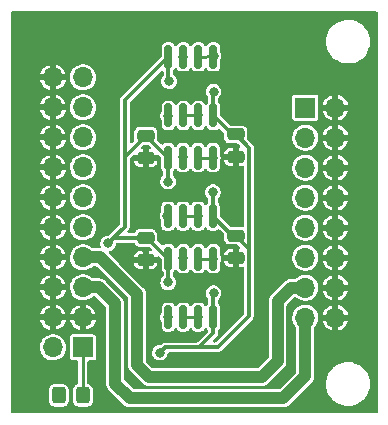
<source format=gtl>
G04 #@! TF.GenerationSoftware,KiCad,Pcbnew,(6.0.6)*
G04 #@! TF.CreationDate,2022-08-29T15:05:00+02:00*
G04 #@! TF.ProjectId,analog-buffer-six-channels,616e616c-6f67-42d6-9275-666665722d73,rev?*
G04 #@! TF.SameCoordinates,Original*
G04 #@! TF.FileFunction,Copper,L1,Top*
G04 #@! TF.FilePolarity,Positive*
%FSLAX46Y46*%
G04 Gerber Fmt 4.6, Leading zero omitted, Abs format (unit mm)*
G04 Created by KiCad (PCBNEW (6.0.6)) date 2022-08-29 15:05:00*
%MOMM*%
%LPD*%
G01*
G04 APERTURE LIST*
G04 Aperture macros list*
%AMRoundRect*
0 Rectangle with rounded corners*
0 $1 Rounding radius*
0 $2 $3 $4 $5 $6 $7 $8 $9 X,Y pos of 4 corners*
0 Add a 4 corners polygon primitive as box body*
4,1,4,$2,$3,$4,$5,$6,$7,$8,$9,$2,$3,0*
0 Add four circle primitives for the rounded corners*
1,1,$1+$1,$2,$3*
1,1,$1+$1,$4,$5*
1,1,$1+$1,$6,$7*
1,1,$1+$1,$8,$9*
0 Add four rect primitives between the rounded corners*
20,1,$1+$1,$2,$3,$4,$5,0*
20,1,$1+$1,$4,$5,$6,$7,0*
20,1,$1+$1,$6,$7,$8,$9,0*
20,1,$1+$1,$8,$9,$2,$3,0*%
G04 Aperture macros list end*
G04 #@! TA.AperFunction,SMDPad,CuDef*
%ADD10RoundRect,0.150000X-0.150000X0.825000X-0.150000X-0.825000X0.150000X-0.825000X0.150000X0.825000X0*%
G04 #@! TD*
G04 #@! TA.AperFunction,SMDPad,CuDef*
%ADD11RoundRect,0.250000X-0.475000X0.250000X-0.475000X-0.250000X0.475000X-0.250000X0.475000X0.250000X0*%
G04 #@! TD*
G04 #@! TA.AperFunction,ComponentPad*
%ADD12R,1.700000X1.700000*%
G04 #@! TD*
G04 #@! TA.AperFunction,ComponentPad*
%ADD13O,1.700000X1.700000*%
G04 #@! TD*
G04 #@! TA.AperFunction,SMDPad,CuDef*
%ADD14RoundRect,0.250000X0.475000X-0.250000X0.475000X0.250000X-0.475000X0.250000X-0.475000X-0.250000X0*%
G04 #@! TD*
G04 #@! TA.AperFunction,SMDPad,CuDef*
%ADD15RoundRect,0.250000X-0.325000X-0.450000X0.325000X-0.450000X0.325000X0.450000X-0.325000X0.450000X0*%
G04 #@! TD*
G04 #@! TA.AperFunction,ViaPad*
%ADD16C,0.800000*%
G04 #@! TD*
G04 #@! TA.AperFunction,Conductor*
%ADD17C,0.300000*%
G04 #@! TD*
G04 #@! TA.AperFunction,Conductor*
%ADD18C,0.350000*%
G04 #@! TD*
G04 #@! TA.AperFunction,Conductor*
%ADD19C,0.254000*%
G04 #@! TD*
G04 #@! TA.AperFunction,Conductor*
%ADD20C,1.000000*%
G04 #@! TD*
G04 APERTURE END LIST*
D10*
X70076700Y-45618400D03*
X68806700Y-45618400D03*
X67536700Y-45618400D03*
X66266700Y-45618400D03*
X66266700Y-50568400D03*
X67536700Y-50568400D03*
X68806700Y-50568400D03*
X70076700Y-50568400D03*
D11*
X72009000Y-43652400D03*
X72009000Y-45552400D03*
D12*
X59066200Y-61678900D03*
D13*
X56526200Y-61678900D03*
X59066200Y-59138900D03*
X56526200Y-59138900D03*
X59066200Y-56598900D03*
X56526200Y-56598900D03*
X59066200Y-54058900D03*
X56526200Y-54058900D03*
X59066200Y-51518900D03*
X56526200Y-51518900D03*
X59066200Y-48978900D03*
X56526200Y-48978900D03*
X59066200Y-46438900D03*
X56526200Y-46438900D03*
X59066200Y-43898900D03*
X56526200Y-43898900D03*
X59066200Y-41358900D03*
X56526200Y-41358900D03*
X59066200Y-38818900D03*
X56526200Y-38818900D03*
D11*
X71983600Y-52212200D03*
X71983600Y-54112200D03*
D14*
X64363600Y-54300200D03*
X64363600Y-52400200D03*
D10*
X70102100Y-37087000D03*
X68832100Y-37087000D03*
X67562100Y-37087000D03*
X66292100Y-37087000D03*
X66292100Y-42037000D03*
X67562100Y-42037000D03*
X68832100Y-42037000D03*
X70102100Y-42037000D03*
X70102100Y-54167000D03*
X68832100Y-54167000D03*
X67562100Y-54167000D03*
X66292100Y-54167000D03*
X66292100Y-59117000D03*
X67562100Y-59117000D03*
X68832100Y-59117000D03*
X70102100Y-59117000D03*
D15*
X57014000Y-65735200D03*
X59064000Y-65735200D03*
D12*
X77890600Y-41378900D03*
D13*
X80430600Y-41378900D03*
X77890600Y-43918900D03*
X80430600Y-43918900D03*
X77890600Y-46458900D03*
X80430600Y-46458900D03*
X77890600Y-48998900D03*
X80430600Y-48998900D03*
X77890600Y-51538900D03*
X80430600Y-51538900D03*
X77890600Y-54078900D03*
X80430600Y-54078900D03*
X77890600Y-56618900D03*
X80430600Y-56618900D03*
X77890600Y-59158900D03*
X80430600Y-59158900D03*
D14*
X64389000Y-45654000D03*
X64389000Y-43754000D03*
D16*
X70117300Y-57073800D03*
X65582800Y-62128400D03*
X70066500Y-48525200D03*
X70117300Y-40030400D03*
X60934600Y-39776400D03*
X64363600Y-56032400D03*
X64389000Y-42062400D03*
X64389000Y-47625000D03*
X72009000Y-40030400D03*
X61112400Y-42519600D03*
X73456800Y-61417200D03*
X68046600Y-47879000D03*
X68275200Y-56540400D03*
X64363600Y-54305200D03*
X71907400Y-46990000D03*
X64820800Y-60960000D03*
X64389000Y-45643800D03*
X74041000Y-55118000D03*
X74168000Y-44145200D03*
X74117200Y-52019200D03*
X60934600Y-45288200D03*
X74320400Y-47701200D03*
X66353100Y-39141400D03*
X61188600Y-52882800D03*
X66276900Y-56184800D03*
X66266700Y-47636200D03*
X57048400Y-65709800D03*
X66254000Y-59120400D03*
X67534800Y-54127400D03*
X66217800Y-50546000D03*
X67511300Y-45578800D03*
X66241300Y-42051200D03*
X67541350Y-37055850D03*
X70129400Y-37033200D03*
X68832100Y-42037000D03*
X70053200Y-45618400D03*
X68806700Y-50568400D03*
X70102100Y-54167000D03*
X68832100Y-59117000D03*
D17*
X71717500Y-43652400D02*
X70102100Y-42037000D01*
X73112600Y-53478400D02*
X73112600Y-53341200D01*
X65582800Y-62128400D02*
X66040000Y-61671200D01*
X68910200Y-61671200D02*
X70459600Y-61671200D01*
X70102100Y-60479300D02*
X70102100Y-59117000D01*
D18*
X70076700Y-50568400D02*
X70076700Y-48535400D01*
D17*
X73112600Y-53341200D02*
X71983600Y-52212200D01*
X66040000Y-61671200D02*
X68910200Y-61671200D01*
D19*
X59066200Y-65733000D02*
X59066200Y-61678900D01*
D17*
X72009000Y-43652400D02*
X71717500Y-43652400D01*
X73112600Y-46098696D02*
X73138000Y-46073296D01*
D18*
X70102100Y-59117000D02*
X70102100Y-57089000D01*
D17*
X73112600Y-53478400D02*
X73112600Y-46098696D01*
D18*
X70102100Y-40045600D02*
X70117300Y-40030400D01*
D17*
X71720500Y-52212200D02*
X70076700Y-50568400D01*
D19*
X59064000Y-65735200D02*
X59066200Y-65733000D01*
D17*
X70459600Y-61671200D02*
X73112600Y-59018200D01*
D18*
X70102100Y-57089000D02*
X70117300Y-57073800D01*
D17*
X73138000Y-46073296D02*
X73138000Y-44781400D01*
X68910200Y-61671200D02*
X70102100Y-60479300D01*
X71983600Y-52212200D02*
X71720500Y-52212200D01*
D18*
X70102100Y-42037000D02*
X70102100Y-40045600D01*
D17*
X73112600Y-59018200D02*
X73112600Y-53478400D01*
X73138000Y-44781400D02*
X72009000Y-43652400D01*
D18*
X70076700Y-48535400D02*
X70066500Y-48525200D01*
D17*
X61188600Y-52882800D02*
X61671200Y-52400200D01*
X61671200Y-52400200D02*
X64363600Y-52400200D01*
X61188600Y-52882800D02*
X62611000Y-51460400D01*
X66292100Y-37087000D02*
X66292100Y-39080400D01*
X62611000Y-45532000D02*
X64389000Y-43754000D01*
X62611000Y-40768100D02*
X66292100Y-37087000D01*
X66292100Y-54167000D02*
X66292100Y-56169600D01*
X66266700Y-45618400D02*
X66266700Y-47636200D01*
X62611000Y-45532000D02*
X62611000Y-40768100D01*
X64402300Y-43754000D02*
X66266700Y-45618400D01*
X66292100Y-56169600D02*
X66276900Y-56184800D01*
X66292100Y-39080400D02*
X66353100Y-39141400D01*
X64389000Y-43754000D02*
X64402300Y-43754000D01*
X64363600Y-52400200D02*
X64525300Y-52400200D01*
X64525300Y-52400200D02*
X66292100Y-54167000D01*
X62611000Y-51460400D02*
X62611000Y-45532000D01*
D20*
X63652400Y-63169800D02*
X64668400Y-64185800D01*
X64668400Y-64185800D02*
X74218800Y-64185800D01*
X75539600Y-62865000D02*
X75539600Y-57785000D01*
X76705700Y-56618900D02*
X77890600Y-56618900D01*
X59066200Y-54058900D02*
X60535900Y-54058900D01*
X75539600Y-57785000D02*
X76705700Y-56618900D01*
X60535900Y-54058900D02*
X63652400Y-57175400D01*
X74218800Y-64185800D02*
X75539600Y-62865000D01*
X63652400Y-57175400D02*
X63652400Y-63169800D01*
X60434300Y-56598900D02*
X61798200Y-57962800D01*
X77890600Y-64120800D02*
X77890600Y-59158900D01*
X61798200Y-57962800D02*
X61798200Y-64744600D01*
X59066200Y-56598900D02*
X60434300Y-56598900D01*
X63042800Y-65989200D02*
X76022200Y-65989200D01*
X61798200Y-64744600D02*
X63042800Y-65989200D01*
X76022200Y-65989200D02*
X77890600Y-64120800D01*
D19*
X68832100Y-37087000D02*
X70129400Y-37033200D01*
X70129400Y-37033200D02*
X70102100Y-37087000D01*
X67562100Y-42037000D02*
X68832100Y-42037000D01*
X68806700Y-45618400D02*
X70053200Y-45618400D01*
X70053200Y-45618400D02*
X70076700Y-45618400D01*
X67536700Y-50568400D02*
X68806700Y-50568400D01*
X68832100Y-54167000D02*
X70102100Y-54167000D01*
X67562100Y-59117000D02*
X68832100Y-59117000D01*
G04 #@! TA.AperFunction,Conductor*
G36*
X83972821Y-33261102D02*
G01*
X84019314Y-33314758D01*
X84030700Y-33367100D01*
X84030700Y-67140700D01*
X84010698Y-67208821D01*
X83957042Y-67255314D01*
X83904700Y-67266700D01*
X53077500Y-67266700D01*
X53009379Y-67246698D01*
X52962886Y-67193042D01*
X52951500Y-67140700D01*
X52951500Y-66232956D01*
X56184500Y-66232956D01*
X56191202Y-66294648D01*
X56241929Y-66429964D01*
X56247309Y-66437143D01*
X56247311Y-66437146D01*
X56287216Y-66490391D01*
X56328596Y-66545604D01*
X56337081Y-66551963D01*
X56437054Y-66626889D01*
X56437057Y-66626891D01*
X56444236Y-66632271D01*
X56529989Y-66664418D01*
X56572157Y-66680226D01*
X56572159Y-66680226D01*
X56579552Y-66682998D01*
X56587402Y-66683851D01*
X56587403Y-66683851D01*
X56637847Y-66689331D01*
X56641244Y-66689700D01*
X57386756Y-66689700D01*
X57390153Y-66689331D01*
X57440597Y-66683851D01*
X57440598Y-66683851D01*
X57448448Y-66682998D01*
X57455841Y-66680226D01*
X57455843Y-66680226D01*
X57498011Y-66664418D01*
X57583764Y-66632271D01*
X57590943Y-66626891D01*
X57590946Y-66626889D01*
X57690919Y-66551963D01*
X57699404Y-66545604D01*
X57740784Y-66490391D01*
X57780689Y-66437146D01*
X57780691Y-66437143D01*
X57786071Y-66429964D01*
X57836798Y-66294648D01*
X57843500Y-66232956D01*
X57843500Y-65237444D01*
X57836798Y-65175752D01*
X57826128Y-65147288D01*
X57802677Y-65084734D01*
X57786071Y-65040436D01*
X57780691Y-65033257D01*
X57780689Y-65033254D01*
X57712470Y-64942230D01*
X57699404Y-64924796D01*
X57647837Y-64886149D01*
X57590946Y-64843511D01*
X57590943Y-64843509D01*
X57583764Y-64838129D01*
X57494046Y-64804496D01*
X57455843Y-64790174D01*
X57455841Y-64790174D01*
X57448448Y-64787402D01*
X57440598Y-64786549D01*
X57440597Y-64786549D01*
X57390153Y-64781069D01*
X57390152Y-64781069D01*
X57386756Y-64780700D01*
X56641244Y-64780700D01*
X56637848Y-64781069D01*
X56637847Y-64781069D01*
X56587403Y-64786549D01*
X56587402Y-64786549D01*
X56579552Y-64787402D01*
X56572159Y-64790174D01*
X56572157Y-64790174D01*
X56533954Y-64804496D01*
X56444236Y-64838129D01*
X56437057Y-64843509D01*
X56437054Y-64843511D01*
X56380163Y-64886149D01*
X56328596Y-64924796D01*
X56315530Y-64942230D01*
X56247311Y-65033254D01*
X56247309Y-65033257D01*
X56241929Y-65040436D01*
X56225323Y-65084734D01*
X56201873Y-65147288D01*
X56191202Y-65175752D01*
X56184500Y-65237444D01*
X56184500Y-66232956D01*
X52951500Y-66232956D01*
X52951500Y-61649864D01*
X55417348Y-61649864D01*
X55430624Y-61852422D01*
X55432045Y-61858018D01*
X55432046Y-61858023D01*
X55479171Y-62043574D01*
X55480592Y-62049169D01*
X55483009Y-62054412D01*
X55520210Y-62135108D01*
X55565577Y-62233516D01*
X55682733Y-62399289D01*
X55828138Y-62540935D01*
X55996920Y-62653712D01*
X56002223Y-62655990D01*
X56002226Y-62655992D01*
X56133483Y-62712384D01*
X56183428Y-62733842D01*
X56225377Y-62743334D01*
X56375779Y-62777367D01*
X56375784Y-62777368D01*
X56381416Y-62778642D01*
X56387187Y-62778869D01*
X56387189Y-62778869D01*
X56446956Y-62781217D01*
X56584253Y-62786612D01*
X56691548Y-62771055D01*
X56779431Y-62758313D01*
X56779436Y-62758312D01*
X56785145Y-62757484D01*
X56790609Y-62755629D01*
X56790614Y-62755628D01*
X56971893Y-62694092D01*
X56971898Y-62694090D01*
X56977365Y-62692234D01*
X57003584Y-62677551D01*
X57051883Y-62650502D01*
X57154476Y-62593047D01*
X57170640Y-62579604D01*
X57306113Y-62466931D01*
X57310545Y-62463245D01*
X57440347Y-62307176D01*
X57539534Y-62130065D01*
X57541390Y-62124598D01*
X57541392Y-62124593D01*
X57602928Y-61943314D01*
X57602929Y-61943309D01*
X57604784Y-61937845D01*
X57605612Y-61932136D01*
X57605613Y-61932131D01*
X57633379Y-61740627D01*
X57633912Y-61736953D01*
X57635432Y-61678900D01*
X57616858Y-61476759D01*
X57615290Y-61471199D01*
X57563325Y-61286946D01*
X57563324Y-61286944D01*
X57561757Y-61281387D01*
X57554515Y-61266700D01*
X57474531Y-61104509D01*
X57471976Y-61099328D01*
X57350520Y-60936679D01*
X57206809Y-60803833D01*
X57961700Y-60803833D01*
X57961701Y-62553966D01*
X57976466Y-62628201D01*
X57983361Y-62638520D01*
X57983362Y-62638522D01*
X58023716Y-62698915D01*
X58032716Y-62712384D01*
X58116899Y-62768634D01*
X58191133Y-62783400D01*
X58558700Y-62783400D01*
X58626821Y-62803402D01*
X58673314Y-62857058D01*
X58684700Y-62909400D01*
X58684700Y-64679400D01*
X58664698Y-64747521D01*
X58611042Y-64794014D01*
X58602929Y-64797382D01*
X58563440Y-64812186D01*
X58494236Y-64838129D01*
X58487057Y-64843509D01*
X58487054Y-64843511D01*
X58430163Y-64886149D01*
X58378596Y-64924796D01*
X58365530Y-64942230D01*
X58297311Y-65033254D01*
X58297309Y-65033257D01*
X58291929Y-65040436D01*
X58275323Y-65084734D01*
X58251873Y-65147288D01*
X58241202Y-65175752D01*
X58234500Y-65237444D01*
X58234500Y-66232956D01*
X58241202Y-66294648D01*
X58291929Y-66429964D01*
X58297309Y-66437143D01*
X58297311Y-66437146D01*
X58337216Y-66490391D01*
X58378596Y-66545604D01*
X58387081Y-66551963D01*
X58487054Y-66626889D01*
X58487057Y-66626891D01*
X58494236Y-66632271D01*
X58579989Y-66664418D01*
X58622157Y-66680226D01*
X58622159Y-66680226D01*
X58629552Y-66682998D01*
X58637402Y-66683851D01*
X58637403Y-66683851D01*
X58687847Y-66689331D01*
X58691244Y-66689700D01*
X59436756Y-66689700D01*
X59440153Y-66689331D01*
X59490597Y-66683851D01*
X59490598Y-66683851D01*
X59498448Y-66682998D01*
X59505841Y-66680226D01*
X59505843Y-66680226D01*
X59548011Y-66664418D01*
X59633764Y-66632271D01*
X59640943Y-66626891D01*
X59640946Y-66626889D01*
X59740919Y-66551963D01*
X59749404Y-66545604D01*
X59790784Y-66490391D01*
X59830689Y-66437146D01*
X59830691Y-66437143D01*
X59836071Y-66429964D01*
X59886798Y-66294648D01*
X59893500Y-66232956D01*
X59893500Y-65237444D01*
X59886798Y-65175752D01*
X59876128Y-65147288D01*
X59852677Y-65084734D01*
X59836071Y-65040436D01*
X59830691Y-65033257D01*
X59830689Y-65033254D01*
X59762470Y-64942230D01*
X59749404Y-64924796D01*
X59697837Y-64886149D01*
X59640946Y-64843511D01*
X59640943Y-64843509D01*
X59633764Y-64838129D01*
X59529471Y-64799032D01*
X59472706Y-64756391D01*
X59448006Y-64689830D01*
X59447700Y-64681050D01*
X59447700Y-62909399D01*
X59467702Y-62841278D01*
X59521358Y-62794785D01*
X59573700Y-62783399D01*
X59941266Y-62783399D01*
X59977018Y-62776288D01*
X60003326Y-62771056D01*
X60003328Y-62771055D01*
X60015501Y-62768634D01*
X60025821Y-62761739D01*
X60025822Y-62761738D01*
X60089368Y-62719277D01*
X60099684Y-62712384D01*
X60155934Y-62628201D01*
X60170700Y-62553967D01*
X60170699Y-60803834D01*
X60155934Y-60729599D01*
X60143634Y-60711190D01*
X60106577Y-60655732D01*
X60099684Y-60645416D01*
X60015501Y-60589166D01*
X59941267Y-60574400D01*
X59066342Y-60574400D01*
X58191134Y-60574401D01*
X58155382Y-60581512D01*
X58129074Y-60586744D01*
X58129072Y-60586745D01*
X58116899Y-60589166D01*
X58106579Y-60596061D01*
X58106578Y-60596062D01*
X58062158Y-60625743D01*
X58032716Y-60645416D01*
X57976466Y-60729599D01*
X57961700Y-60803833D01*
X57206809Y-60803833D01*
X57201458Y-60798887D01*
X57196575Y-60795806D01*
X57196571Y-60795803D01*
X57034664Y-60693648D01*
X57029781Y-60690567D01*
X56841239Y-60615346D01*
X56835579Y-60614220D01*
X56835575Y-60614219D01*
X56647813Y-60576871D01*
X56647810Y-60576871D01*
X56642146Y-60575744D01*
X56636371Y-60575668D01*
X56636367Y-60575668D01*
X56534993Y-60574341D01*
X56439171Y-60573087D01*
X56433474Y-60574066D01*
X56433473Y-60574066D01*
X56244807Y-60606485D01*
X56239110Y-60607464D01*
X56048663Y-60677724D01*
X55874210Y-60781512D01*
X55869870Y-60785318D01*
X55869866Y-60785321D01*
X55725933Y-60911548D01*
X55721592Y-60915355D01*
X55595920Y-61074769D01*
X55593231Y-61079880D01*
X55593229Y-61079883D01*
X55580273Y-61104509D01*
X55501403Y-61254415D01*
X55441207Y-61448278D01*
X55417348Y-61649864D01*
X52951500Y-61649864D01*
X52951500Y-59405862D01*
X55454871Y-59405862D01*
X55479643Y-59503402D01*
X55483484Y-59514248D01*
X55563594Y-59688020D01*
X55569345Y-59697981D01*
X55679779Y-59854243D01*
X55687257Y-59862998D01*
X55824314Y-59996512D01*
X55833258Y-60003755D01*
X55992356Y-60110061D01*
X56002466Y-60115551D01*
X56178277Y-60191085D01*
X56189220Y-60194640D01*
X56254532Y-60209419D01*
X56268605Y-60208530D01*
X56272028Y-60199581D01*
X56780200Y-60199581D01*
X56784166Y-60213087D01*
X56792872Y-60214333D01*
X56971697Y-60153630D01*
X56982194Y-60148956D01*
X57149158Y-60055452D01*
X57158630Y-60048942D01*
X57305753Y-59926582D01*
X57313882Y-59918453D01*
X57436242Y-59771330D01*
X57442752Y-59761858D01*
X57536256Y-59594894D01*
X57540930Y-59584397D01*
X57601535Y-59405862D01*
X57994871Y-59405862D01*
X58019643Y-59503402D01*
X58023484Y-59514248D01*
X58103594Y-59688020D01*
X58109345Y-59697981D01*
X58219779Y-59854243D01*
X58227257Y-59862998D01*
X58364314Y-59996512D01*
X58373258Y-60003755D01*
X58532356Y-60110061D01*
X58542466Y-60115551D01*
X58718277Y-60191085D01*
X58729220Y-60194640D01*
X58794532Y-60209419D01*
X58808605Y-60208530D01*
X58812028Y-60199581D01*
X59320200Y-60199581D01*
X59324166Y-60213087D01*
X59332872Y-60214333D01*
X59511697Y-60153630D01*
X59522194Y-60148956D01*
X59689158Y-60055452D01*
X59698630Y-60048942D01*
X59845753Y-59926582D01*
X59853882Y-59918453D01*
X59976242Y-59771330D01*
X59982752Y-59761858D01*
X60076256Y-59594894D01*
X60080930Y-59584397D01*
X60141643Y-59405544D01*
X60140410Y-59396893D01*
X60126842Y-59392900D01*
X59338315Y-59392900D01*
X59323076Y-59397375D01*
X59321871Y-59398765D01*
X59320200Y-59406448D01*
X59320200Y-60199581D01*
X58812028Y-60199581D01*
X58812200Y-60199132D01*
X58812200Y-59411015D01*
X58807725Y-59395776D01*
X58806335Y-59394571D01*
X58798652Y-59392900D01*
X58009694Y-59392900D01*
X57996163Y-59396873D01*
X57994871Y-59405862D01*
X57601535Y-59405862D01*
X57601643Y-59405544D01*
X57600410Y-59396893D01*
X57586842Y-59392900D01*
X56798315Y-59392900D01*
X56783076Y-59397375D01*
X56781871Y-59398765D01*
X56780200Y-59406448D01*
X56780200Y-60199581D01*
X56272028Y-60199581D01*
X56272200Y-60199132D01*
X56272200Y-59411015D01*
X56267725Y-59395776D01*
X56266335Y-59394571D01*
X56258652Y-59392900D01*
X55469694Y-59392900D01*
X55456163Y-59396873D01*
X55454871Y-59405862D01*
X52951500Y-59405862D01*
X52951500Y-58881699D01*
X55454143Y-58881699D01*
X55460875Y-58884900D01*
X56254085Y-58884900D01*
X56269324Y-58880425D01*
X56270529Y-58879035D01*
X56272200Y-58871352D01*
X56272200Y-58866785D01*
X56780200Y-58866785D01*
X56784675Y-58882024D01*
X56786065Y-58883229D01*
X56793748Y-58884900D01*
X57583598Y-58884900D01*
X57594500Y-58881699D01*
X57994143Y-58881699D01*
X58000875Y-58884900D01*
X58794085Y-58884900D01*
X58809324Y-58880425D01*
X58810529Y-58879035D01*
X58812200Y-58871352D01*
X58812200Y-58866785D01*
X59320200Y-58866785D01*
X59324675Y-58882024D01*
X59326065Y-58883229D01*
X59333748Y-58884900D01*
X60123598Y-58884900D01*
X60137129Y-58880927D01*
X60138298Y-58872792D01*
X60102858Y-58747131D01*
X60098733Y-58736384D01*
X60014103Y-58564771D01*
X60008093Y-58554963D01*
X59893600Y-58401639D01*
X59885910Y-58393099D01*
X59745392Y-58263204D01*
X59736267Y-58256203D01*
X59574436Y-58154095D01*
X59564189Y-58148874D01*
X59386460Y-58077968D01*
X59375432Y-58074701D01*
X59337969Y-58067250D01*
X59325094Y-58068402D01*
X59320200Y-58083558D01*
X59320200Y-58866785D01*
X58812200Y-58866785D01*
X58812200Y-58080400D01*
X58808394Y-58067438D01*
X58793479Y-58065502D01*
X58784932Y-58066971D01*
X58773820Y-58069948D01*
X58594295Y-58136179D01*
X58583917Y-58141129D01*
X58419473Y-58238963D01*
X58410161Y-58245729D01*
X58266297Y-58371894D01*
X58258380Y-58380237D01*
X58139918Y-58530505D01*
X58133650Y-58540156D01*
X58044558Y-58709492D01*
X58040153Y-58720127D01*
X57994362Y-58867598D01*
X57994143Y-58881699D01*
X57594500Y-58881699D01*
X57597129Y-58880927D01*
X57598298Y-58872792D01*
X57562858Y-58747131D01*
X57558733Y-58736384D01*
X57474103Y-58564771D01*
X57468093Y-58554963D01*
X57353600Y-58401639D01*
X57345910Y-58393099D01*
X57205392Y-58263204D01*
X57196267Y-58256203D01*
X57034436Y-58154095D01*
X57024189Y-58148874D01*
X56846460Y-58077968D01*
X56835432Y-58074701D01*
X56797969Y-58067250D01*
X56785094Y-58068402D01*
X56780200Y-58083558D01*
X56780200Y-58866785D01*
X56272200Y-58866785D01*
X56272200Y-58080400D01*
X56268394Y-58067438D01*
X56253479Y-58065502D01*
X56244932Y-58066971D01*
X56233820Y-58069948D01*
X56054295Y-58136179D01*
X56043917Y-58141129D01*
X55879473Y-58238963D01*
X55870161Y-58245729D01*
X55726297Y-58371894D01*
X55718380Y-58380237D01*
X55599918Y-58530505D01*
X55593650Y-58540156D01*
X55504558Y-58709492D01*
X55500153Y-58720127D01*
X55454362Y-58867598D01*
X55454143Y-58881699D01*
X52951500Y-58881699D01*
X52951500Y-56865862D01*
X55454871Y-56865862D01*
X55479643Y-56963402D01*
X55483484Y-56974248D01*
X55563594Y-57148020D01*
X55569345Y-57157981D01*
X55679779Y-57314243D01*
X55687257Y-57322998D01*
X55824314Y-57456512D01*
X55833258Y-57463755D01*
X55992356Y-57570061D01*
X56002466Y-57575551D01*
X56178277Y-57651085D01*
X56189220Y-57654640D01*
X56254532Y-57669419D01*
X56268605Y-57668530D01*
X56272028Y-57659581D01*
X56780200Y-57659581D01*
X56784166Y-57673087D01*
X56792872Y-57674333D01*
X56971697Y-57613630D01*
X56982194Y-57608956D01*
X57149158Y-57515452D01*
X57158630Y-57508942D01*
X57305753Y-57386582D01*
X57313882Y-57378453D01*
X57436242Y-57231330D01*
X57442752Y-57221858D01*
X57536256Y-57054894D01*
X57540930Y-57044397D01*
X57601643Y-56865544D01*
X57600410Y-56856893D01*
X57586842Y-56852900D01*
X56798315Y-56852900D01*
X56783076Y-56857375D01*
X56781871Y-56858765D01*
X56780200Y-56866448D01*
X56780200Y-57659581D01*
X56272028Y-57659581D01*
X56272200Y-57659132D01*
X56272200Y-56871015D01*
X56267725Y-56855776D01*
X56266335Y-56854571D01*
X56258652Y-56852900D01*
X55469694Y-56852900D01*
X55456163Y-56856873D01*
X55454871Y-56865862D01*
X52951500Y-56865862D01*
X52951500Y-56569864D01*
X57957348Y-56569864D01*
X57965672Y-56696873D01*
X57969550Y-56756028D01*
X57970624Y-56772422D01*
X57972045Y-56778018D01*
X57972046Y-56778023D01*
X58011250Y-56932387D01*
X58020592Y-56969169D01*
X58023009Y-56974412D01*
X58103043Y-57148020D01*
X58105577Y-57153516D01*
X58108910Y-57158232D01*
X58168228Y-57242165D01*
X58222733Y-57319289D01*
X58226875Y-57323324D01*
X58278280Y-57373400D01*
X58368138Y-57460935D01*
X58372942Y-57464145D01*
X58392028Y-57476898D01*
X58536920Y-57573712D01*
X58542223Y-57575990D01*
X58542226Y-57575992D01*
X58717011Y-57651085D01*
X58723428Y-57653842D01*
X58788340Y-57668530D01*
X58915779Y-57697367D01*
X58915784Y-57697368D01*
X58921416Y-57698642D01*
X58927187Y-57698869D01*
X58927189Y-57698869D01*
X58986956Y-57701217D01*
X59124253Y-57706612D01*
X59231182Y-57691108D01*
X59319431Y-57678313D01*
X59319436Y-57678312D01*
X59325145Y-57677484D01*
X59330609Y-57675629D01*
X59330614Y-57675628D01*
X59511893Y-57614092D01*
X59511898Y-57614090D01*
X59517365Y-57612234D01*
X59523219Y-57608956D01*
X59640996Y-57542997D01*
X59694476Y-57513047D01*
X59704627Y-57504605D01*
X59850545Y-57383245D01*
X59852145Y-57385169D01*
X59905051Y-57356279D01*
X59931834Y-57353400D01*
X60069584Y-57353400D01*
X60137705Y-57373402D01*
X60158679Y-57390304D01*
X61006795Y-58238419D01*
X61040820Y-58300732D01*
X61043700Y-58327515D01*
X61043700Y-64677835D01*
X61042267Y-64696785D01*
X61040219Y-64710248D01*
X61039026Y-64718089D01*
X61039619Y-64725380D01*
X61039619Y-64725383D01*
X61043285Y-64770448D01*
X61043700Y-64780663D01*
X61043700Y-64788653D01*
X61044125Y-64792297D01*
X61046971Y-64816713D01*
X61047404Y-64821087D01*
X61051911Y-64876488D01*
X61053290Y-64893447D01*
X61055545Y-64900409D01*
X61056718Y-64906277D01*
X61058090Y-64912084D01*
X61058938Y-64919354D01*
X61083732Y-64987660D01*
X61085140Y-64991763D01*
X61107512Y-65060822D01*
X61111309Y-65067079D01*
X61113802Y-65072526D01*
X61116470Y-65077854D01*
X61118968Y-65084734D01*
X61122982Y-65090856D01*
X61158768Y-65145439D01*
X61161115Y-65149159D01*
X61195873Y-65206438D01*
X61198783Y-65211233D01*
X61202495Y-65215436D01*
X61206149Y-65219574D01*
X61206124Y-65219596D01*
X61208824Y-65222641D01*
X61211420Y-65225746D01*
X61215434Y-65231868D01*
X61220747Y-65236901D01*
X61271327Y-65284816D01*
X61273769Y-65287194D01*
X62462077Y-66475501D01*
X62474462Y-66489912D01*
X62487237Y-66507271D01*
X62496169Y-66514859D01*
X62527279Y-66541289D01*
X62534795Y-66548219D01*
X62540438Y-66553862D01*
X62562622Y-66571414D01*
X62565996Y-66574181D01*
X62621320Y-66621182D01*
X62627839Y-66624511D01*
X62632813Y-66627828D01*
X62637889Y-66630963D01*
X62643632Y-66635507D01*
X62650264Y-66638606D01*
X62650263Y-66638606D01*
X62709418Y-66666253D01*
X62713370Y-66668185D01*
X62778012Y-66701193D01*
X62785120Y-66702932D01*
X62790718Y-66705014D01*
X62796391Y-66706901D01*
X62803021Y-66710000D01*
X62856525Y-66721129D01*
X62874103Y-66724785D01*
X62878375Y-66725752D01*
X62948908Y-66743011D01*
X62954510Y-66743359D01*
X62954513Y-66743359D01*
X62960014Y-66743700D01*
X62960012Y-66743734D01*
X62964071Y-66743977D01*
X62968105Y-66744337D01*
X62975273Y-66745828D01*
X62982590Y-66745630D01*
X63052215Y-66743746D01*
X63055623Y-66743700D01*
X75955435Y-66743700D01*
X75974385Y-66745133D01*
X75988455Y-66747274D01*
X75988459Y-66747274D01*
X75995689Y-66748374D01*
X76002980Y-66747781D01*
X76002983Y-66747781D01*
X76048048Y-66744115D01*
X76058263Y-66743700D01*
X76066253Y-66743700D01*
X76073502Y-66742855D01*
X76094313Y-66740429D01*
X76098687Y-66739996D01*
X76163749Y-66734704D01*
X76163752Y-66734703D01*
X76171047Y-66734110D01*
X76178009Y-66731855D01*
X76183877Y-66730682D01*
X76189684Y-66729310D01*
X76196954Y-66728462D01*
X76265260Y-66703668D01*
X76269363Y-66702260D01*
X76338422Y-66679888D01*
X76344679Y-66676091D01*
X76350126Y-66673598D01*
X76355454Y-66670930D01*
X76362334Y-66668432D01*
X76423049Y-66628626D01*
X76426759Y-66626285D01*
X76484038Y-66591527D01*
X76484040Y-66591525D01*
X76488833Y-66588617D01*
X76497174Y-66581251D01*
X76497196Y-66581276D01*
X76500241Y-66578576D01*
X76503346Y-66575980D01*
X76509468Y-66571966D01*
X76562416Y-66516073D01*
X76564793Y-66513632D01*
X78266239Y-64812186D01*
X79649618Y-64812186D01*
X79675179Y-65080100D01*
X79676264Y-65084534D01*
X79676265Y-65084540D01*
X79718265Y-65256180D01*
X79739147Y-65341518D01*
X79840183Y-65590963D01*
X79976169Y-65823210D01*
X80144258Y-66033395D01*
X80340927Y-66217113D01*
X80562057Y-66370516D01*
X80803016Y-66490391D01*
X80807350Y-66491812D01*
X80807353Y-66491813D01*
X81054423Y-66572807D01*
X81054429Y-66572808D01*
X81058756Y-66574227D01*
X81063247Y-66575007D01*
X81063248Y-66575007D01*
X81320138Y-66619611D01*
X81320146Y-66619612D01*
X81323919Y-66620267D01*
X81327756Y-66620458D01*
X81407377Y-66624422D01*
X81407385Y-66624422D01*
X81408948Y-66624500D01*
X81576974Y-66624500D01*
X81579242Y-66624335D01*
X81579254Y-66624335D01*
X81710057Y-66614844D01*
X81777025Y-66609985D01*
X81781480Y-66609001D01*
X81781483Y-66609001D01*
X82035370Y-66552947D01*
X82035372Y-66552946D01*
X82039826Y-66551963D01*
X82291500Y-66456613D01*
X82354608Y-66421560D01*
X82522779Y-66328149D01*
X82522780Y-66328148D01*
X82526772Y-66325931D01*
X82644147Y-66236353D01*
X82737091Y-66165421D01*
X82737095Y-66165417D01*
X82740716Y-66162654D01*
X82928849Y-65970203D01*
X83035842Y-65823210D01*
X83084542Y-65756304D01*
X83084547Y-65756297D01*
X83087230Y-65752610D01*
X83212541Y-65514433D01*
X83302157Y-65260662D01*
X83327288Y-65133156D01*
X83353320Y-65001083D01*
X83353321Y-65001077D01*
X83354201Y-64996611D01*
X83354428Y-64992055D01*
X83367355Y-64732383D01*
X83367355Y-64732377D01*
X83367582Y-64727814D01*
X83342021Y-64459900D01*
X83340623Y-64454183D01*
X83279139Y-64202920D01*
X83278053Y-64198482D01*
X83177017Y-63949037D01*
X83041031Y-63716790D01*
X82872942Y-63506605D01*
X82676273Y-63322887D01*
X82455143Y-63169484D01*
X82214184Y-63049609D01*
X82209850Y-63048188D01*
X82209847Y-63048187D01*
X81962777Y-62967193D01*
X81962771Y-62967192D01*
X81958444Y-62965773D01*
X81918814Y-62958892D01*
X81697062Y-62920389D01*
X81697054Y-62920388D01*
X81693281Y-62919733D01*
X81683318Y-62919237D01*
X81609823Y-62915578D01*
X81609815Y-62915578D01*
X81608252Y-62915500D01*
X81440226Y-62915500D01*
X81437958Y-62915665D01*
X81437946Y-62915665D01*
X81307143Y-62925156D01*
X81240175Y-62930015D01*
X81235720Y-62930999D01*
X81235717Y-62930999D01*
X80981830Y-62987053D01*
X80981828Y-62987054D01*
X80977374Y-62988037D01*
X80725700Y-63083387D01*
X80721714Y-63085601D01*
X80721712Y-63085602D01*
X80497410Y-63210191D01*
X80490428Y-63214069D01*
X80486796Y-63216841D01*
X80280109Y-63374579D01*
X80280105Y-63374583D01*
X80276484Y-63377346D01*
X80273299Y-63380604D01*
X80273298Y-63380605D01*
X80243294Y-63411298D01*
X80088351Y-63569797D01*
X80062451Y-63605379D01*
X79932658Y-63783696D01*
X79932653Y-63783703D01*
X79929970Y-63787390D01*
X79804659Y-64025567D01*
X79715043Y-64279338D01*
X79699031Y-64360578D01*
X79668923Y-64513334D01*
X79662999Y-64543389D01*
X79662772Y-64547942D01*
X79662772Y-64547945D01*
X79650273Y-64799032D01*
X79649618Y-64812186D01*
X78266239Y-64812186D01*
X78376904Y-64701521D01*
X78391317Y-64689134D01*
X78402772Y-64680704D01*
X78408671Y-64676363D01*
X78442683Y-64636328D01*
X78449613Y-64628812D01*
X78455263Y-64623162D01*
X78457533Y-64620293D01*
X78457540Y-64620285D01*
X78472786Y-64601014D01*
X78475573Y-64597614D01*
X78517847Y-64547854D01*
X78517848Y-64547852D01*
X78522582Y-64542280D01*
X78525909Y-64535764D01*
X78529222Y-64530796D01*
X78532363Y-64525710D01*
X78536907Y-64519967D01*
X78567653Y-64454183D01*
X78569584Y-64450233D01*
X78581006Y-64427863D01*
X78602593Y-64385588D01*
X78604333Y-64378478D01*
X78606420Y-64372866D01*
X78608302Y-64367209D01*
X78611401Y-64360578D01*
X78626192Y-64289467D01*
X78627162Y-64285183D01*
X78643076Y-64220146D01*
X78644411Y-64214692D01*
X78645100Y-64203586D01*
X78645134Y-64203588D01*
X78645377Y-64199550D01*
X78645739Y-64195489D01*
X78647229Y-64188327D01*
X78645146Y-64111348D01*
X78645100Y-64107940D01*
X78645100Y-60024534D01*
X78665102Y-59956413D01*
X78675405Y-59943628D01*
X78674945Y-59943245D01*
X78801053Y-59791618D01*
X78801055Y-59791615D01*
X78804747Y-59787176D01*
X78903934Y-59610065D01*
X78905790Y-59604598D01*
X78905792Y-59604593D01*
X78966463Y-59425862D01*
X79359271Y-59425862D01*
X79384043Y-59523402D01*
X79387884Y-59534248D01*
X79467994Y-59708020D01*
X79473745Y-59717981D01*
X79584179Y-59874243D01*
X79591657Y-59882998D01*
X79728714Y-60016512D01*
X79737658Y-60023755D01*
X79896756Y-60130061D01*
X79906866Y-60135551D01*
X80082677Y-60211085D01*
X80093620Y-60214640D01*
X80158932Y-60229419D01*
X80173005Y-60228530D01*
X80176428Y-60219581D01*
X80684600Y-60219581D01*
X80688566Y-60233087D01*
X80697272Y-60234333D01*
X80876097Y-60173630D01*
X80886594Y-60168956D01*
X81053558Y-60075452D01*
X81063030Y-60068942D01*
X81210153Y-59946582D01*
X81218282Y-59938453D01*
X81340642Y-59791330D01*
X81347152Y-59781858D01*
X81440656Y-59614894D01*
X81445330Y-59604397D01*
X81506043Y-59425544D01*
X81504810Y-59416893D01*
X81491242Y-59412900D01*
X80702715Y-59412900D01*
X80687476Y-59417375D01*
X80686271Y-59418765D01*
X80684600Y-59426448D01*
X80684600Y-60219581D01*
X80176428Y-60219581D01*
X80176600Y-60219132D01*
X80176600Y-59431015D01*
X80172125Y-59415776D01*
X80170735Y-59414571D01*
X80163052Y-59412900D01*
X79374094Y-59412900D01*
X79360563Y-59416873D01*
X79359271Y-59425862D01*
X78966463Y-59425862D01*
X78967328Y-59423314D01*
X78967329Y-59423309D01*
X78969184Y-59417845D01*
X78970012Y-59412136D01*
X78970013Y-59412131D01*
X78991577Y-59263403D01*
X78998312Y-59216953D01*
X78999832Y-59158900D01*
X78981258Y-58956759D01*
X78979170Y-58949357D01*
X78965729Y-58901699D01*
X79358543Y-58901699D01*
X79365275Y-58904900D01*
X80158485Y-58904900D01*
X80173724Y-58900425D01*
X80174929Y-58899035D01*
X80176600Y-58891352D01*
X80176600Y-58886785D01*
X80684600Y-58886785D01*
X80689075Y-58902024D01*
X80690465Y-58903229D01*
X80698148Y-58904900D01*
X81487998Y-58904900D01*
X81501529Y-58900927D01*
X81502698Y-58892792D01*
X81467258Y-58767131D01*
X81463133Y-58756384D01*
X81378503Y-58584771D01*
X81372493Y-58574963D01*
X81258000Y-58421639D01*
X81250310Y-58413099D01*
X81109792Y-58283204D01*
X81100667Y-58276203D01*
X80938836Y-58174095D01*
X80928589Y-58168874D01*
X80750860Y-58097968D01*
X80739832Y-58094701D01*
X80702369Y-58087250D01*
X80689494Y-58088402D01*
X80684600Y-58103558D01*
X80684600Y-58886785D01*
X80176600Y-58886785D01*
X80176600Y-58100400D01*
X80172794Y-58087438D01*
X80157879Y-58085502D01*
X80149332Y-58086971D01*
X80138220Y-58089948D01*
X79958695Y-58156179D01*
X79948317Y-58161129D01*
X79783873Y-58258963D01*
X79774561Y-58265729D01*
X79630697Y-58391894D01*
X79622780Y-58400237D01*
X79504318Y-58550505D01*
X79498050Y-58560156D01*
X79408958Y-58729492D01*
X79404553Y-58740127D01*
X79358762Y-58887598D01*
X79358543Y-58901699D01*
X78965729Y-58901699D01*
X78927725Y-58766946D01*
X78927724Y-58766944D01*
X78926157Y-58761387D01*
X78915578Y-58739933D01*
X78838931Y-58584509D01*
X78836376Y-58579328D01*
X78714920Y-58416679D01*
X78565858Y-58278887D01*
X78560975Y-58275806D01*
X78560971Y-58275803D01*
X78401584Y-58175238D01*
X78394181Y-58170567D01*
X78205639Y-58095346D01*
X78199979Y-58094220D01*
X78199975Y-58094219D01*
X78012213Y-58056871D01*
X78012210Y-58056871D01*
X78006546Y-58055744D01*
X78000771Y-58055668D01*
X78000767Y-58055668D01*
X77899393Y-58054341D01*
X77803571Y-58053087D01*
X77797874Y-58054066D01*
X77797873Y-58054066D01*
X77637665Y-58081595D01*
X77603510Y-58087464D01*
X77413063Y-58157724D01*
X77238610Y-58261512D01*
X77234270Y-58265318D01*
X77234266Y-58265321D01*
X77214323Y-58282811D01*
X77085992Y-58395355D01*
X76960320Y-58554769D01*
X76957631Y-58559880D01*
X76957629Y-58559883D01*
X76944673Y-58584509D01*
X76865803Y-58734415D01*
X76805607Y-58928278D01*
X76781748Y-59129864D01*
X76795024Y-59332422D01*
X76796445Y-59338018D01*
X76796446Y-59338023D01*
X76843527Y-59523402D01*
X76844992Y-59529169D01*
X76847409Y-59534412D01*
X76884512Y-59614894D01*
X76929977Y-59713516D01*
X77047133Y-59879289D01*
X77098023Y-59928863D01*
X77132859Y-59990721D01*
X77136100Y-60019115D01*
X77136100Y-63756086D01*
X77116098Y-63824207D01*
X77099195Y-63845181D01*
X75746581Y-65197795D01*
X75684269Y-65231821D01*
X75657486Y-65234700D01*
X63407514Y-65234700D01*
X63339393Y-65214698D01*
X63318419Y-65197795D01*
X62589605Y-64468981D01*
X62555579Y-64406669D01*
X62552700Y-64379886D01*
X62552700Y-58029565D01*
X62554133Y-58010615D01*
X62556274Y-57996545D01*
X62556274Y-57996541D01*
X62557374Y-57989311D01*
X62553115Y-57936952D01*
X62552700Y-57926737D01*
X62552700Y-57918747D01*
X62550625Y-57900951D01*
X62549429Y-57890687D01*
X62548996Y-57886313D01*
X62543704Y-57821251D01*
X62543703Y-57821248D01*
X62543110Y-57813953D01*
X62540855Y-57806993D01*
X62539681Y-57801116D01*
X62538309Y-57795313D01*
X62537462Y-57788046D01*
X62512676Y-57719763D01*
X62511273Y-57715676D01*
X62488889Y-57646578D01*
X62485090Y-57640317D01*
X62482595Y-57634868D01*
X62479928Y-57629542D01*
X62477432Y-57622666D01*
X62444788Y-57572876D01*
X62437621Y-57561945D01*
X62435274Y-57558224D01*
X62400532Y-57500970D01*
X62400529Y-57500966D01*
X62397617Y-57496167D01*
X62390251Y-57487827D01*
X62390277Y-57487804D01*
X62387577Y-57484761D01*
X62384982Y-57481657D01*
X62380966Y-57475532D01*
X62325054Y-57422566D01*
X62322613Y-57420189D01*
X61015024Y-56112600D01*
X61002637Y-56098187D01*
X60994204Y-56086728D01*
X60989863Y-56080829D01*
X60949821Y-56046811D01*
X60942305Y-56039881D01*
X60936662Y-56034238D01*
X60914502Y-56016706D01*
X60911116Y-56013930D01*
X60910913Y-56013757D01*
X60855780Y-55966918D01*
X60849260Y-55963589D01*
X60844282Y-55960269D01*
X60839209Y-55957136D01*
X60833467Y-55952593D01*
X60767683Y-55921847D01*
X60763733Y-55919916D01*
X60705607Y-55890236D01*
X60699088Y-55886907D01*
X60691978Y-55885167D01*
X60686358Y-55883077D01*
X60680707Y-55881197D01*
X60674078Y-55878099D01*
X60666914Y-55876609D01*
X60666911Y-55876608D01*
X60623946Y-55867672D01*
X60602986Y-55863313D01*
X60598727Y-55862349D01*
X60528192Y-55845089D01*
X60522595Y-55844742D01*
X60522590Y-55844741D01*
X60517086Y-55844400D01*
X60517088Y-55844366D01*
X60513029Y-55844123D01*
X60508995Y-55843763D01*
X60501827Y-55842272D01*
X60494510Y-55842470D01*
X60424885Y-55844354D01*
X60421477Y-55844400D01*
X59926553Y-55844400D01*
X59858432Y-55824398D01*
X59841024Y-55810925D01*
X59745698Y-55722806D01*
X59745695Y-55722804D01*
X59741458Y-55718887D01*
X59569781Y-55610567D01*
X59381239Y-55535346D01*
X59375579Y-55534220D01*
X59375575Y-55534219D01*
X59187813Y-55496871D01*
X59187810Y-55496871D01*
X59182146Y-55495744D01*
X59176371Y-55495668D01*
X59176367Y-55495668D01*
X59074993Y-55494341D01*
X58979171Y-55493087D01*
X58973474Y-55494066D01*
X58973473Y-55494066D01*
X58840757Y-55516871D01*
X58779110Y-55527464D01*
X58588663Y-55597724D01*
X58414210Y-55701512D01*
X58409870Y-55705318D01*
X58409866Y-55705321D01*
X58289449Y-55810925D01*
X58261592Y-55835355D01*
X58135920Y-55994769D01*
X58133231Y-55999880D01*
X58133229Y-55999883D01*
X58113788Y-56036834D01*
X58041403Y-56174415D01*
X57994091Y-56326785D01*
X57983490Y-56360927D01*
X57981207Y-56368278D01*
X57957348Y-56569864D01*
X52951500Y-56569864D01*
X52951500Y-56341699D01*
X55454143Y-56341699D01*
X55460875Y-56344900D01*
X56254085Y-56344900D01*
X56269324Y-56340425D01*
X56270529Y-56339035D01*
X56272200Y-56331352D01*
X56272200Y-56326785D01*
X56780200Y-56326785D01*
X56784675Y-56342024D01*
X56786065Y-56343229D01*
X56793748Y-56344900D01*
X57583598Y-56344900D01*
X57597129Y-56340927D01*
X57598298Y-56332792D01*
X57562858Y-56207131D01*
X57558733Y-56196384D01*
X57474103Y-56024771D01*
X57468093Y-56014963D01*
X57353600Y-55861639D01*
X57345910Y-55853099D01*
X57205392Y-55723204D01*
X57196267Y-55716203D01*
X57034436Y-55614095D01*
X57024189Y-55608874D01*
X56846460Y-55537968D01*
X56835432Y-55534701D01*
X56797969Y-55527250D01*
X56785094Y-55528402D01*
X56780200Y-55543558D01*
X56780200Y-56326785D01*
X56272200Y-56326785D01*
X56272200Y-55540400D01*
X56268394Y-55527438D01*
X56253479Y-55525502D01*
X56244932Y-55526971D01*
X56233820Y-55529948D01*
X56054295Y-55596179D01*
X56043917Y-55601129D01*
X55879473Y-55698963D01*
X55870161Y-55705729D01*
X55726297Y-55831894D01*
X55718380Y-55840237D01*
X55599918Y-55990505D01*
X55593650Y-56000156D01*
X55504558Y-56169492D01*
X55500153Y-56180127D01*
X55454362Y-56327598D01*
X55454143Y-56341699D01*
X52951500Y-56341699D01*
X52951500Y-54325862D01*
X55454871Y-54325862D01*
X55479643Y-54423402D01*
X55483484Y-54434248D01*
X55563594Y-54608020D01*
X55569345Y-54617981D01*
X55679779Y-54774243D01*
X55687257Y-54782998D01*
X55824314Y-54916512D01*
X55833258Y-54923755D01*
X55992356Y-55030061D01*
X56002466Y-55035551D01*
X56178277Y-55111085D01*
X56189220Y-55114640D01*
X56254532Y-55129419D01*
X56268605Y-55128530D01*
X56272028Y-55119581D01*
X56780200Y-55119581D01*
X56784166Y-55133087D01*
X56792872Y-55134333D01*
X56971697Y-55073630D01*
X56982194Y-55068956D01*
X57149158Y-54975452D01*
X57158630Y-54968942D01*
X57305753Y-54846582D01*
X57313882Y-54838453D01*
X57436242Y-54691330D01*
X57442752Y-54681858D01*
X57536256Y-54514894D01*
X57540930Y-54504397D01*
X57601643Y-54325544D01*
X57600410Y-54316893D01*
X57586842Y-54312900D01*
X56798315Y-54312900D01*
X56783076Y-54317375D01*
X56781871Y-54318765D01*
X56780200Y-54326448D01*
X56780200Y-55119581D01*
X56272028Y-55119581D01*
X56272200Y-55119132D01*
X56272200Y-54331015D01*
X56267725Y-54315776D01*
X56266335Y-54314571D01*
X56258652Y-54312900D01*
X55469694Y-54312900D01*
X55456163Y-54316873D01*
X55454871Y-54325862D01*
X52951500Y-54325862D01*
X52951500Y-54029864D01*
X57957348Y-54029864D01*
X57970624Y-54232422D01*
X57972045Y-54238018D01*
X57972046Y-54238023D01*
X58009200Y-54384315D01*
X58020592Y-54429169D01*
X58023009Y-54434412D01*
X58060112Y-54514894D01*
X58105577Y-54613516D01*
X58108910Y-54618232D01*
X58168011Y-54701858D01*
X58222733Y-54779289D01*
X58226875Y-54783324D01*
X58257749Y-54813400D01*
X58368138Y-54920935D01*
X58372942Y-54924145D01*
X58392034Y-54936902D01*
X58536920Y-55033712D01*
X58542223Y-55035990D01*
X58542226Y-55035992D01*
X58690844Y-55099843D01*
X58723428Y-55113842D01*
X58783293Y-55127388D01*
X58915779Y-55157367D01*
X58915784Y-55157368D01*
X58921416Y-55158642D01*
X58927187Y-55158869D01*
X58927189Y-55158869D01*
X58986956Y-55161217D01*
X59124253Y-55166612D01*
X59228768Y-55151458D01*
X59319431Y-55138313D01*
X59319436Y-55138312D01*
X59325145Y-55137484D01*
X59330609Y-55135629D01*
X59330614Y-55135628D01*
X59511893Y-55074092D01*
X59511898Y-55074090D01*
X59517365Y-55072234D01*
X59523219Y-55068956D01*
X59661622Y-54991446D01*
X59694476Y-54973047D01*
X59733087Y-54940935D01*
X59850545Y-54843245D01*
X59852145Y-54845169D01*
X59905051Y-54816279D01*
X59931834Y-54813400D01*
X60171185Y-54813400D01*
X60239306Y-54833402D01*
X60260280Y-54850305D01*
X62860995Y-57451020D01*
X62895021Y-57513332D01*
X62897900Y-57540115D01*
X62897900Y-63103035D01*
X62896467Y-63121984D01*
X62893226Y-63143289D01*
X62893819Y-63150580D01*
X62893819Y-63150583D01*
X62897485Y-63195648D01*
X62897900Y-63205863D01*
X62897900Y-63213853D01*
X62898325Y-63217497D01*
X62901171Y-63241913D01*
X62901604Y-63246287D01*
X62904874Y-63286480D01*
X62907490Y-63318647D01*
X62909745Y-63325609D01*
X62910918Y-63331477D01*
X62912290Y-63337284D01*
X62913138Y-63344554D01*
X62937932Y-63412860D01*
X62939340Y-63416963D01*
X62961712Y-63486022D01*
X62965509Y-63492279D01*
X62968002Y-63497726D01*
X62970670Y-63503054D01*
X62973168Y-63509934D01*
X62977182Y-63516056D01*
X63012968Y-63570639D01*
X63015315Y-63574359D01*
X63052983Y-63636433D01*
X63056695Y-63640636D01*
X63060349Y-63644774D01*
X63060324Y-63644796D01*
X63063024Y-63647841D01*
X63065620Y-63650946D01*
X63069634Y-63657068D01*
X63074947Y-63662101D01*
X63125508Y-63709998D01*
X63127950Y-63712375D01*
X63609827Y-64194251D01*
X64087679Y-64672103D01*
X64100066Y-64686517D01*
X64112837Y-64703871D01*
X64118420Y-64708614D01*
X64152879Y-64737889D01*
X64160395Y-64744819D01*
X64166038Y-64750462D01*
X64188198Y-64767994D01*
X64191573Y-64770761D01*
X64246920Y-64817782D01*
X64253440Y-64821111D01*
X64258418Y-64824431D01*
X64263491Y-64827564D01*
X64269233Y-64832107D01*
X64275867Y-64835207D01*
X64275866Y-64835207D01*
X64335017Y-64862853D01*
X64338967Y-64864784D01*
X64403612Y-64897793D01*
X64410722Y-64899533D01*
X64416342Y-64901623D01*
X64421993Y-64903503D01*
X64428622Y-64906601D01*
X64435786Y-64908091D01*
X64435789Y-64908092D01*
X64475895Y-64916433D01*
X64499714Y-64921387D01*
X64503973Y-64922351D01*
X64574508Y-64939611D01*
X64580105Y-64939958D01*
X64580110Y-64939959D01*
X64585614Y-64940300D01*
X64585612Y-64940334D01*
X64589671Y-64940577D01*
X64593705Y-64940937D01*
X64600873Y-64942428D01*
X64608190Y-64942230D01*
X64677815Y-64940346D01*
X64681223Y-64940300D01*
X74152035Y-64940300D01*
X74170985Y-64941733D01*
X74185055Y-64943874D01*
X74185059Y-64943874D01*
X74192289Y-64944974D01*
X74199580Y-64944381D01*
X74199583Y-64944381D01*
X74244648Y-64940715D01*
X74254863Y-64940300D01*
X74262853Y-64940300D01*
X74270102Y-64939455D01*
X74290913Y-64937029D01*
X74295287Y-64936596D01*
X74360349Y-64931304D01*
X74360352Y-64931303D01*
X74367647Y-64930710D01*
X74374609Y-64928455D01*
X74380477Y-64927282D01*
X74386284Y-64925910D01*
X74393554Y-64925062D01*
X74461860Y-64900268D01*
X74465963Y-64898860D01*
X74535022Y-64876488D01*
X74541279Y-64872691D01*
X74546726Y-64870198D01*
X74552054Y-64867530D01*
X74558934Y-64865032D01*
X74619649Y-64825226D01*
X74623359Y-64822885D01*
X74680638Y-64788127D01*
X74680640Y-64788125D01*
X74685433Y-64785217D01*
X74693774Y-64777851D01*
X74693795Y-64777875D01*
X74696838Y-64775179D01*
X74699948Y-64772579D01*
X74706068Y-64768566D01*
X74721067Y-64752733D01*
X74758998Y-64712691D01*
X74761376Y-64710248D01*
X76025901Y-63445723D01*
X76040312Y-63433338D01*
X76057671Y-63420563D01*
X76091689Y-63380521D01*
X76098619Y-63373005D01*
X76104262Y-63367362D01*
X76121814Y-63345178D01*
X76124581Y-63341804D01*
X76166843Y-63292058D01*
X76171582Y-63286480D01*
X76174911Y-63279961D01*
X76178228Y-63274987D01*
X76181363Y-63269911D01*
X76185907Y-63264168D01*
X76216653Y-63198382D01*
X76218585Y-63194430D01*
X76248265Y-63136305D01*
X76251593Y-63129788D01*
X76253332Y-63122680D01*
X76255414Y-63117082D01*
X76257301Y-63111409D01*
X76260400Y-63104779D01*
X76275185Y-63033697D01*
X76276156Y-63029406D01*
X76292077Y-62964344D01*
X76292077Y-62964343D01*
X76293411Y-62958892D01*
X76294100Y-62947786D01*
X76294134Y-62947788D01*
X76294377Y-62943729D01*
X76294737Y-62939695D01*
X76296228Y-62932527D01*
X76294146Y-62855585D01*
X76294100Y-62852177D01*
X76294100Y-58149716D01*
X76314102Y-58081595D01*
X76331004Y-58060621D01*
X76961831Y-57429793D01*
X77024144Y-57395768D01*
X77094959Y-57400832D01*
X77138848Y-57428634D01*
X77188393Y-57476898D01*
X77188398Y-57476902D01*
X77192538Y-57480935D01*
X77361320Y-57593712D01*
X77366623Y-57595990D01*
X77366626Y-57595992D01*
X77535464Y-57668530D01*
X77547828Y-57673842D01*
X77600043Y-57685657D01*
X77740179Y-57717367D01*
X77740184Y-57717368D01*
X77745816Y-57718642D01*
X77751587Y-57718869D01*
X77751589Y-57718869D01*
X77811356Y-57721217D01*
X77948653Y-57726612D01*
X78049099Y-57712048D01*
X78143831Y-57698313D01*
X78143836Y-57698312D01*
X78149545Y-57697484D01*
X78155009Y-57695629D01*
X78155014Y-57695628D01*
X78336293Y-57634092D01*
X78336298Y-57634090D01*
X78341765Y-57632234D01*
X78347619Y-57628956D01*
X78473919Y-57558224D01*
X78518876Y-57533047D01*
X78534309Y-57520212D01*
X78670513Y-57406931D01*
X78674945Y-57403245D01*
X78712623Y-57357942D01*
X78801053Y-57251618D01*
X78801055Y-57251615D01*
X78804747Y-57247176D01*
X78903934Y-57070065D01*
X78905790Y-57064598D01*
X78905792Y-57064593D01*
X78966463Y-56885862D01*
X79359271Y-56885862D01*
X79384043Y-56983402D01*
X79387884Y-56994248D01*
X79467994Y-57168020D01*
X79473745Y-57177981D01*
X79584179Y-57334243D01*
X79591657Y-57342998D01*
X79728714Y-57476512D01*
X79737658Y-57483755D01*
X79896756Y-57590061D01*
X79906866Y-57595551D01*
X80082677Y-57671085D01*
X80093620Y-57674640D01*
X80158932Y-57689419D01*
X80173005Y-57688530D01*
X80176428Y-57679581D01*
X80684600Y-57679581D01*
X80688566Y-57693087D01*
X80697272Y-57694333D01*
X80876097Y-57633630D01*
X80886594Y-57628956D01*
X81053558Y-57535452D01*
X81063030Y-57528942D01*
X81210153Y-57406582D01*
X81218282Y-57398453D01*
X81340642Y-57251330D01*
X81347152Y-57241858D01*
X81440656Y-57074894D01*
X81445330Y-57064397D01*
X81506043Y-56885544D01*
X81504810Y-56876893D01*
X81491242Y-56872900D01*
X80702715Y-56872900D01*
X80687476Y-56877375D01*
X80686271Y-56878765D01*
X80684600Y-56886448D01*
X80684600Y-57679581D01*
X80176428Y-57679581D01*
X80176600Y-57679132D01*
X80176600Y-56891015D01*
X80172125Y-56875776D01*
X80170735Y-56874571D01*
X80163052Y-56872900D01*
X79374094Y-56872900D01*
X79360563Y-56876873D01*
X79359271Y-56885862D01*
X78966463Y-56885862D01*
X78967328Y-56883314D01*
X78967329Y-56883309D01*
X78969184Y-56877845D01*
X78970012Y-56872136D01*
X78970013Y-56872131D01*
X78997779Y-56680627D01*
X78998312Y-56676953D01*
X78999832Y-56618900D01*
X78988027Y-56490423D01*
X78981787Y-56422513D01*
X78981786Y-56422510D01*
X78981258Y-56416759D01*
X78965729Y-56361699D01*
X79358543Y-56361699D01*
X79365275Y-56364900D01*
X80158485Y-56364900D01*
X80173724Y-56360425D01*
X80174929Y-56359035D01*
X80176600Y-56351352D01*
X80176600Y-56346785D01*
X80684600Y-56346785D01*
X80689075Y-56362024D01*
X80690465Y-56363229D01*
X80698148Y-56364900D01*
X81487998Y-56364900D01*
X81501529Y-56360927D01*
X81502698Y-56352792D01*
X81467258Y-56227131D01*
X81463133Y-56216384D01*
X81378503Y-56044771D01*
X81372493Y-56034963D01*
X81258000Y-55881639D01*
X81250310Y-55873099D01*
X81109792Y-55743204D01*
X81100667Y-55736203D01*
X80938836Y-55634095D01*
X80928589Y-55628874D01*
X80750860Y-55557968D01*
X80739832Y-55554701D01*
X80702369Y-55547250D01*
X80689494Y-55548402D01*
X80684600Y-55563558D01*
X80684600Y-56346785D01*
X80176600Y-56346785D01*
X80176600Y-55560400D01*
X80172794Y-55547438D01*
X80157879Y-55545502D01*
X80149332Y-55546971D01*
X80138220Y-55549948D01*
X79958695Y-55616179D01*
X79948317Y-55621129D01*
X79783873Y-55718963D01*
X79774561Y-55725729D01*
X79630697Y-55851894D01*
X79622780Y-55860237D01*
X79504318Y-56010505D01*
X79498050Y-56020156D01*
X79408958Y-56189492D01*
X79404553Y-56200127D01*
X79358762Y-56347598D01*
X79358543Y-56361699D01*
X78965729Y-56361699D01*
X78964978Y-56359035D01*
X78927725Y-56226946D01*
X78927724Y-56226944D01*
X78926157Y-56221387D01*
X78916938Y-56202691D01*
X78838931Y-56044509D01*
X78836376Y-56039328D01*
X78829712Y-56030403D01*
X78791685Y-55979479D01*
X78714920Y-55876679D01*
X78565858Y-55738887D01*
X78560975Y-55735806D01*
X78560971Y-55735803D01*
X78415328Y-55643910D01*
X78394181Y-55630567D01*
X78205639Y-55555346D01*
X78199979Y-55554220D01*
X78199975Y-55554219D01*
X78012213Y-55516871D01*
X78012210Y-55516871D01*
X78006546Y-55515744D01*
X78000771Y-55515668D01*
X78000767Y-55515668D01*
X77899393Y-55514341D01*
X77803571Y-55513087D01*
X77797874Y-55514066D01*
X77797873Y-55514066D01*
X77626241Y-55543558D01*
X77603510Y-55547464D01*
X77413063Y-55617724D01*
X77238610Y-55721512D01*
X77165796Y-55785369D01*
X77111332Y-55833132D01*
X77046928Y-55863009D01*
X77028254Y-55864400D01*
X76772465Y-55864400D01*
X76753514Y-55862967D01*
X76739444Y-55860826D01*
X76739440Y-55860826D01*
X76732211Y-55859726D01*
X76724920Y-55860319D01*
X76724917Y-55860319D01*
X76679852Y-55863985D01*
X76669637Y-55864400D01*
X76661647Y-55864400D01*
X76633565Y-55867674D01*
X76629222Y-55868104D01*
X76556852Y-55873990D01*
X76549886Y-55876247D01*
X76544018Y-55877419D01*
X76538217Y-55878790D01*
X76530946Y-55879638D01*
X76462671Y-55904421D01*
X76458510Y-55905849D01*
X76396444Y-55925955D01*
X76396441Y-55925956D01*
X76389478Y-55928212D01*
X76383223Y-55932008D01*
X76377759Y-55934509D01*
X76372441Y-55937172D01*
X76365566Y-55939668D01*
X76345852Y-55952593D01*
X76304844Y-55979479D01*
X76301140Y-55981816D01*
X76239066Y-56019484D01*
X76230726Y-56026850D01*
X76230703Y-56026824D01*
X76227662Y-56029522D01*
X76224556Y-56032119D01*
X76218432Y-56036134D01*
X76213398Y-56041448D01*
X76165467Y-56092045D01*
X76163089Y-56094487D01*
X75053300Y-57204276D01*
X75038887Y-57216663D01*
X75021529Y-57229437D01*
X75016786Y-57235020D01*
X74987511Y-57269479D01*
X74980581Y-57276995D01*
X74974938Y-57282638D01*
X74957406Y-57304798D01*
X74954639Y-57308173D01*
X74907618Y-57363520D01*
X74904289Y-57370040D01*
X74900969Y-57375018D01*
X74897836Y-57380091D01*
X74893293Y-57385833D01*
X74886283Y-57400832D01*
X74862547Y-57451617D01*
X74860616Y-57455567D01*
X74859934Y-57456902D01*
X74827607Y-57520212D01*
X74825867Y-57527322D01*
X74823777Y-57532942D01*
X74821897Y-57538593D01*
X74818799Y-57545222D01*
X74817309Y-57552386D01*
X74817308Y-57552389D01*
X74809473Y-57590061D01*
X74805449Y-57609410D01*
X74804015Y-57616303D01*
X74803049Y-57620573D01*
X74785789Y-57691108D01*
X74785442Y-57696705D01*
X74785441Y-57696710D01*
X74785100Y-57702212D01*
X74785100Y-57702214D01*
X74785066Y-57702212D01*
X74784823Y-57706271D01*
X74784463Y-57710305D01*
X74782972Y-57717473D01*
X74783170Y-57724790D01*
X74785054Y-57794415D01*
X74785100Y-57797823D01*
X74785100Y-62500286D01*
X74765098Y-62568407D01*
X74748195Y-62589381D01*
X73943181Y-63394395D01*
X73880869Y-63428421D01*
X73854086Y-63431300D01*
X65033116Y-63431300D01*
X64964995Y-63411298D01*
X64944021Y-63394396D01*
X64443805Y-62894181D01*
X64409780Y-62831868D01*
X64406900Y-62805085D01*
X64406900Y-62121496D01*
X64923529Y-62121496D01*
X64924363Y-62129046D01*
X64935897Y-62233516D01*
X64940913Y-62278953D01*
X64943523Y-62286084D01*
X64943523Y-62286086D01*
X64986426Y-62403324D01*
X64995353Y-62427719D01*
X64999589Y-62434022D01*
X64999589Y-62434023D01*
X65076029Y-62547777D01*
X65083708Y-62559205D01*
X65089327Y-62564318D01*
X65089328Y-62564319D01*
X65170877Y-62638522D01*
X65200876Y-62665819D01*
X65340093Y-62741408D01*
X65493322Y-62781607D01*
X65577277Y-62782926D01*
X65644119Y-62783976D01*
X65644122Y-62783976D01*
X65651716Y-62784095D01*
X65806132Y-62748729D01*
X65914767Y-62694092D01*
X65940872Y-62680963D01*
X65940875Y-62680961D01*
X65947655Y-62677551D01*
X65953426Y-62672622D01*
X65953429Y-62672620D01*
X66062336Y-62579604D01*
X66062336Y-62579603D01*
X66068114Y-62574669D01*
X66160555Y-62446024D01*
X66219642Y-62299041D01*
X66236022Y-62183947D01*
X66265423Y-62119324D01*
X66325094Y-62080855D01*
X66360765Y-62075700D01*
X70523666Y-62075700D01*
X70533098Y-62072635D01*
X70533100Y-62072635D01*
X70544887Y-62068805D01*
X70564113Y-62064189D01*
X70576362Y-62062249D01*
X70586155Y-62060698D01*
X70606039Y-62050566D01*
X70624305Y-62043001D01*
X70636096Y-62039170D01*
X70645529Y-62036105D01*
X70663589Y-62022984D01*
X70680446Y-62012654D01*
X70700323Y-62002526D01*
X70723111Y-61979738D01*
X70723115Y-61979735D01*
X73421135Y-59281714D01*
X73443926Y-59258923D01*
X73454056Y-59239042D01*
X73464387Y-59222183D01*
X73471677Y-59212150D01*
X73471678Y-59212148D01*
X73477505Y-59204128D01*
X73480569Y-59194699D01*
X73480571Y-59194694D01*
X73484403Y-59182900D01*
X73491970Y-59164632D01*
X73497595Y-59153593D01*
X73497596Y-59153591D01*
X73502098Y-59144755D01*
X73505589Y-59122713D01*
X73510205Y-59103487D01*
X73514035Y-59091700D01*
X73514035Y-59091698D01*
X73517100Y-59082266D01*
X73517100Y-54049864D01*
X76781748Y-54049864D01*
X76795024Y-54252422D01*
X76796445Y-54258018D01*
X76796446Y-54258023D01*
X76841244Y-54434412D01*
X76844992Y-54449169D01*
X76847409Y-54454412D01*
X76915129Y-54601308D01*
X76929977Y-54633516D01*
X77047133Y-54799289D01*
X77051275Y-54803324D01*
X77094231Y-54845169D01*
X77192538Y-54940935D01*
X77361320Y-55053712D01*
X77366623Y-55055990D01*
X77366626Y-55055992D01*
X77532806Y-55127388D01*
X77547828Y-55133842D01*
X77612740Y-55148530D01*
X77740179Y-55177367D01*
X77740184Y-55177368D01*
X77745816Y-55178642D01*
X77751587Y-55178869D01*
X77751589Y-55178869D01*
X77811356Y-55181217D01*
X77948653Y-55186612D01*
X78049099Y-55172048D01*
X78143831Y-55158313D01*
X78143836Y-55158312D01*
X78149545Y-55157484D01*
X78155009Y-55155629D01*
X78155014Y-55155628D01*
X78336293Y-55094092D01*
X78336298Y-55094090D01*
X78341765Y-55092234D01*
X78347619Y-55088956D01*
X78452783Y-55030061D01*
X78518876Y-54993047D01*
X78528990Y-54984636D01*
X78670513Y-54866931D01*
X78674945Y-54863245D01*
X78699765Y-54833402D01*
X78801053Y-54711618D01*
X78801055Y-54711615D01*
X78804747Y-54707176D01*
X78880273Y-54572315D01*
X78901110Y-54535108D01*
X78901111Y-54535106D01*
X78903934Y-54530065D01*
X78905790Y-54524598D01*
X78905792Y-54524593D01*
X78966463Y-54345862D01*
X79359271Y-54345862D01*
X79384043Y-54443402D01*
X79387884Y-54454248D01*
X79467994Y-54628020D01*
X79473745Y-54637981D01*
X79584179Y-54794243D01*
X79591657Y-54802998D01*
X79728714Y-54936512D01*
X79737658Y-54943755D01*
X79896756Y-55050061D01*
X79906866Y-55055551D01*
X80082677Y-55131085D01*
X80093620Y-55134640D01*
X80158932Y-55149419D01*
X80173005Y-55148530D01*
X80176428Y-55139581D01*
X80684600Y-55139581D01*
X80688566Y-55153087D01*
X80697272Y-55154333D01*
X80876097Y-55093630D01*
X80886594Y-55088956D01*
X81053558Y-54995452D01*
X81063030Y-54988942D01*
X81210153Y-54866582D01*
X81218282Y-54858453D01*
X81340642Y-54711330D01*
X81347152Y-54701858D01*
X81440656Y-54534894D01*
X81445330Y-54524397D01*
X81506043Y-54345544D01*
X81504810Y-54336893D01*
X81491242Y-54332900D01*
X80702715Y-54332900D01*
X80687476Y-54337375D01*
X80686271Y-54338765D01*
X80684600Y-54346448D01*
X80684600Y-55139581D01*
X80176428Y-55139581D01*
X80176600Y-55139132D01*
X80176600Y-54351015D01*
X80172125Y-54335776D01*
X80170735Y-54334571D01*
X80163052Y-54332900D01*
X79374094Y-54332900D01*
X79360563Y-54336873D01*
X79359271Y-54345862D01*
X78966463Y-54345862D01*
X78967328Y-54343314D01*
X78967329Y-54343309D01*
X78969184Y-54337845D01*
X78970012Y-54332136D01*
X78970013Y-54332131D01*
X78991953Y-54180807D01*
X78998312Y-54136953D01*
X78999832Y-54078900D01*
X78981258Y-53876759D01*
X78978971Y-53868649D01*
X78965730Y-53821699D01*
X79358543Y-53821699D01*
X79365275Y-53824900D01*
X80158485Y-53824900D01*
X80173724Y-53820425D01*
X80174929Y-53819035D01*
X80176600Y-53811352D01*
X80176600Y-53806785D01*
X80684600Y-53806785D01*
X80689075Y-53822024D01*
X80690465Y-53823229D01*
X80698148Y-53824900D01*
X81487998Y-53824900D01*
X81501529Y-53820927D01*
X81502698Y-53812792D01*
X81467258Y-53687131D01*
X81463133Y-53676384D01*
X81378503Y-53504771D01*
X81372493Y-53494963D01*
X81258000Y-53341639D01*
X81250310Y-53333099D01*
X81109792Y-53203204D01*
X81100667Y-53196203D01*
X80938836Y-53094095D01*
X80928589Y-53088874D01*
X80750860Y-53017968D01*
X80739832Y-53014701D01*
X80702369Y-53007250D01*
X80689494Y-53008402D01*
X80684600Y-53023558D01*
X80684600Y-53806785D01*
X80176600Y-53806785D01*
X80176600Y-53020400D01*
X80172794Y-53007438D01*
X80157879Y-53005502D01*
X80149332Y-53006971D01*
X80138220Y-53009948D01*
X79958695Y-53076179D01*
X79948317Y-53081129D01*
X79783873Y-53178963D01*
X79774561Y-53185729D01*
X79630697Y-53311894D01*
X79622780Y-53320237D01*
X79504318Y-53470505D01*
X79498050Y-53480156D01*
X79408958Y-53649492D01*
X79404553Y-53660127D01*
X79358762Y-53807598D01*
X79358543Y-53821699D01*
X78965730Y-53821699D01*
X78927725Y-53686946D01*
X78927724Y-53686944D01*
X78926157Y-53681387D01*
X78920472Y-53669857D01*
X78838931Y-53504509D01*
X78836376Y-53499328D01*
X78714920Y-53336679D01*
X78604013Y-53234157D01*
X78570103Y-53202811D01*
X78565858Y-53198887D01*
X78560975Y-53195806D01*
X78560971Y-53195803D01*
X78404806Y-53097271D01*
X78394181Y-53090567D01*
X78205639Y-53015346D01*
X78199979Y-53014220D01*
X78199975Y-53014219D01*
X78012213Y-52976871D01*
X78012210Y-52976871D01*
X78006546Y-52975744D01*
X78000771Y-52975668D01*
X78000767Y-52975668D01*
X77899393Y-52974341D01*
X77803571Y-52973087D01*
X77797874Y-52974066D01*
X77797873Y-52974066D01*
X77614928Y-53005502D01*
X77603510Y-53007464D01*
X77413063Y-53077724D01*
X77238610Y-53181512D01*
X77234270Y-53185318D01*
X77234266Y-53185321D01*
X77103625Y-53299891D01*
X77085992Y-53315355D01*
X76960320Y-53474769D01*
X76957631Y-53479880D01*
X76957629Y-53479883D01*
X76922543Y-53546570D01*
X76865803Y-53654415D01*
X76805607Y-53848278D01*
X76781748Y-54049864D01*
X73517100Y-54049864D01*
X73517100Y-51509864D01*
X76781748Y-51509864D01*
X76795024Y-51712422D01*
X76796445Y-51718018D01*
X76796446Y-51718023D01*
X76841244Y-51894412D01*
X76844992Y-51909169D01*
X76847409Y-51914412D01*
X76909272Y-52048603D01*
X76929977Y-52093516D01*
X76933310Y-52098232D01*
X77023280Y-52225537D01*
X77047133Y-52259289D01*
X77051275Y-52263324D01*
X77095681Y-52306582D01*
X77192538Y-52400935D01*
X77361320Y-52513712D01*
X77366623Y-52515990D01*
X77366626Y-52515992D01*
X77535464Y-52588530D01*
X77547828Y-52593842D01*
X77612740Y-52608530D01*
X77740179Y-52637367D01*
X77740184Y-52637368D01*
X77745816Y-52638642D01*
X77751587Y-52638869D01*
X77751589Y-52638869D01*
X77811356Y-52641217D01*
X77948653Y-52646612D01*
X78049099Y-52632048D01*
X78143831Y-52618313D01*
X78143836Y-52618312D01*
X78149545Y-52617484D01*
X78155009Y-52615629D01*
X78155014Y-52615628D01*
X78336293Y-52554092D01*
X78336298Y-52554090D01*
X78341765Y-52552234D01*
X78347619Y-52548956D01*
X78452783Y-52490061D01*
X78518876Y-52453047D01*
X78525123Y-52447852D01*
X78670513Y-52326931D01*
X78674945Y-52323245D01*
X78724781Y-52263324D01*
X78801053Y-52171618D01*
X78801055Y-52171615D01*
X78804747Y-52167176D01*
X78903934Y-51990065D01*
X78905790Y-51984598D01*
X78905792Y-51984593D01*
X78966463Y-51805862D01*
X79359271Y-51805862D01*
X79384043Y-51903402D01*
X79387884Y-51914248D01*
X79467994Y-52088020D01*
X79473745Y-52097981D01*
X79584179Y-52254243D01*
X79591657Y-52262998D01*
X79728714Y-52396512D01*
X79737658Y-52403755D01*
X79896756Y-52510061D01*
X79906866Y-52515551D01*
X80082677Y-52591085D01*
X80093620Y-52594640D01*
X80158932Y-52609419D01*
X80173005Y-52608530D01*
X80176428Y-52599581D01*
X80684600Y-52599581D01*
X80688566Y-52613087D01*
X80697272Y-52614333D01*
X80876097Y-52553630D01*
X80886594Y-52548956D01*
X81053558Y-52455452D01*
X81063030Y-52448942D01*
X81210153Y-52326582D01*
X81218282Y-52318453D01*
X81340642Y-52171330D01*
X81347152Y-52161858D01*
X81440656Y-51994894D01*
X81445330Y-51984397D01*
X81506043Y-51805544D01*
X81504810Y-51796893D01*
X81491242Y-51792900D01*
X80702715Y-51792900D01*
X80687476Y-51797375D01*
X80686271Y-51798765D01*
X80684600Y-51806448D01*
X80684600Y-52599581D01*
X80176428Y-52599581D01*
X80176600Y-52599132D01*
X80176600Y-51811015D01*
X80172125Y-51795776D01*
X80170735Y-51794571D01*
X80163052Y-51792900D01*
X79374094Y-51792900D01*
X79360563Y-51796873D01*
X79359271Y-51805862D01*
X78966463Y-51805862D01*
X78967328Y-51803314D01*
X78967329Y-51803309D01*
X78969184Y-51797845D01*
X78970012Y-51792136D01*
X78970013Y-51792131D01*
X78991153Y-51646329D01*
X78998312Y-51596953D01*
X78999832Y-51538900D01*
X78981258Y-51336759D01*
X78975617Y-51316759D01*
X78965729Y-51281699D01*
X79358543Y-51281699D01*
X79365275Y-51284900D01*
X80158485Y-51284900D01*
X80173724Y-51280425D01*
X80174929Y-51279035D01*
X80176600Y-51271352D01*
X80176600Y-51266785D01*
X80684600Y-51266785D01*
X80689075Y-51282024D01*
X80690465Y-51283229D01*
X80698148Y-51284900D01*
X81487998Y-51284900D01*
X81501529Y-51280927D01*
X81502698Y-51272792D01*
X81467258Y-51147131D01*
X81463133Y-51136384D01*
X81378503Y-50964771D01*
X81372493Y-50954963D01*
X81258000Y-50801639D01*
X81250310Y-50793099D01*
X81109792Y-50663204D01*
X81100667Y-50656203D01*
X80938836Y-50554095D01*
X80928589Y-50548874D01*
X80750860Y-50477968D01*
X80739832Y-50474701D01*
X80702369Y-50467250D01*
X80689494Y-50468402D01*
X80684600Y-50483558D01*
X80684600Y-51266785D01*
X80176600Y-51266785D01*
X80176600Y-50480400D01*
X80172794Y-50467438D01*
X80157879Y-50465502D01*
X80149332Y-50466971D01*
X80138220Y-50469948D01*
X79958695Y-50536179D01*
X79948317Y-50541129D01*
X79783873Y-50638963D01*
X79774561Y-50645729D01*
X79630697Y-50771894D01*
X79622780Y-50780237D01*
X79504318Y-50930505D01*
X79498050Y-50940156D01*
X79408958Y-51109492D01*
X79404553Y-51120127D01*
X79358762Y-51267598D01*
X79358543Y-51281699D01*
X78965729Y-51281699D01*
X78927725Y-51146946D01*
X78927724Y-51146944D01*
X78926157Y-51141387D01*
X78916295Y-51121387D01*
X78838931Y-50964509D01*
X78836376Y-50959328D01*
X78714920Y-50796679D01*
X78565858Y-50658887D01*
X78560975Y-50655806D01*
X78560971Y-50655803D01*
X78415328Y-50563910D01*
X78394181Y-50550567D01*
X78205639Y-50475346D01*
X78199979Y-50474220D01*
X78199975Y-50474219D01*
X78012213Y-50436871D01*
X78012210Y-50436871D01*
X78006546Y-50435744D01*
X78000771Y-50435668D01*
X78000767Y-50435668D01*
X77899393Y-50434341D01*
X77803571Y-50433087D01*
X77797874Y-50434066D01*
X77797873Y-50434066D01*
X77626241Y-50463558D01*
X77603510Y-50467464D01*
X77413063Y-50537724D01*
X77238610Y-50641512D01*
X77234270Y-50645318D01*
X77234266Y-50645321D01*
X77103625Y-50759891D01*
X77085992Y-50775355D01*
X76960320Y-50934769D01*
X76957631Y-50939880D01*
X76957629Y-50939883D01*
X76944673Y-50964509D01*
X76865803Y-51114415D01*
X76805607Y-51308278D01*
X76781748Y-51509864D01*
X73517100Y-51509864D01*
X73517100Y-48969864D01*
X76781748Y-48969864D01*
X76795024Y-49172422D01*
X76796445Y-49178018D01*
X76796446Y-49178023D01*
X76841244Y-49354412D01*
X76844992Y-49369169D01*
X76847409Y-49374412D01*
X76882648Y-49450851D01*
X76929977Y-49553516D01*
X76933310Y-49558232D01*
X77038218Y-49706674D01*
X77047133Y-49719289D01*
X77051275Y-49723324D01*
X77095681Y-49766582D01*
X77192538Y-49860935D01*
X77361320Y-49973712D01*
X77366623Y-49975990D01*
X77366626Y-49975992D01*
X77535464Y-50048530D01*
X77547828Y-50053842D01*
X77612740Y-50068530D01*
X77740179Y-50097367D01*
X77740184Y-50097368D01*
X77745816Y-50098642D01*
X77751587Y-50098869D01*
X77751589Y-50098869D01*
X77811356Y-50101217D01*
X77948653Y-50106612D01*
X78049099Y-50092048D01*
X78143831Y-50078313D01*
X78143836Y-50078312D01*
X78149545Y-50077484D01*
X78155009Y-50075629D01*
X78155014Y-50075628D01*
X78336293Y-50014092D01*
X78336298Y-50014090D01*
X78341765Y-50012234D01*
X78347619Y-50008956D01*
X78452783Y-49950061D01*
X78518876Y-49913047D01*
X78542924Y-49893047D01*
X78670513Y-49786931D01*
X78674945Y-49783245D01*
X78744771Y-49699289D01*
X78801053Y-49631618D01*
X78801055Y-49631615D01*
X78804747Y-49627176D01*
X78903934Y-49450065D01*
X78905790Y-49444598D01*
X78905792Y-49444593D01*
X78966463Y-49265862D01*
X79359271Y-49265862D01*
X79384043Y-49363402D01*
X79387884Y-49374248D01*
X79467994Y-49548020D01*
X79473745Y-49557981D01*
X79584179Y-49714243D01*
X79591657Y-49722998D01*
X79728714Y-49856512D01*
X79737658Y-49863755D01*
X79896756Y-49970061D01*
X79906866Y-49975551D01*
X80082677Y-50051085D01*
X80093620Y-50054640D01*
X80158932Y-50069419D01*
X80173005Y-50068530D01*
X80176428Y-50059581D01*
X80684600Y-50059581D01*
X80688566Y-50073087D01*
X80697272Y-50074333D01*
X80876097Y-50013630D01*
X80886594Y-50008956D01*
X81053558Y-49915452D01*
X81063030Y-49908942D01*
X81210153Y-49786582D01*
X81218282Y-49778453D01*
X81340642Y-49631330D01*
X81347152Y-49621858D01*
X81440656Y-49454894D01*
X81445330Y-49444397D01*
X81506043Y-49265544D01*
X81504810Y-49256893D01*
X81491242Y-49252900D01*
X80702715Y-49252900D01*
X80687476Y-49257375D01*
X80686271Y-49258765D01*
X80684600Y-49266448D01*
X80684600Y-50059581D01*
X80176428Y-50059581D01*
X80176600Y-50059132D01*
X80176600Y-49271015D01*
X80172125Y-49255776D01*
X80170735Y-49254571D01*
X80163052Y-49252900D01*
X79374094Y-49252900D01*
X79360563Y-49256873D01*
X79359271Y-49265862D01*
X78966463Y-49265862D01*
X78967328Y-49263314D01*
X78967329Y-49263309D01*
X78969184Y-49257845D01*
X78970012Y-49252136D01*
X78970013Y-49252131D01*
X78997779Y-49060627D01*
X78998312Y-49056953D01*
X78999832Y-48998900D01*
X78981258Y-48796759D01*
X78975617Y-48776759D01*
X78965729Y-48741699D01*
X79358543Y-48741699D01*
X79365275Y-48744900D01*
X80158485Y-48744900D01*
X80173724Y-48740425D01*
X80174929Y-48739035D01*
X80176600Y-48731352D01*
X80176600Y-48726785D01*
X80684600Y-48726785D01*
X80689075Y-48742024D01*
X80690465Y-48743229D01*
X80698148Y-48744900D01*
X81487998Y-48744900D01*
X81501529Y-48740927D01*
X81502698Y-48732792D01*
X81467258Y-48607131D01*
X81463133Y-48596384D01*
X81378503Y-48424771D01*
X81372493Y-48414963D01*
X81258000Y-48261639D01*
X81250310Y-48253099D01*
X81109792Y-48123204D01*
X81100667Y-48116203D01*
X80938836Y-48014095D01*
X80928589Y-48008874D01*
X80750860Y-47937968D01*
X80739832Y-47934701D01*
X80702369Y-47927250D01*
X80689494Y-47928402D01*
X80684600Y-47943558D01*
X80684600Y-48726785D01*
X80176600Y-48726785D01*
X80176600Y-47940400D01*
X80172794Y-47927438D01*
X80157879Y-47925502D01*
X80149332Y-47926971D01*
X80138220Y-47929948D01*
X79958695Y-47996179D01*
X79948317Y-48001129D01*
X79783873Y-48098963D01*
X79774561Y-48105729D01*
X79630697Y-48231894D01*
X79622780Y-48240237D01*
X79504318Y-48390505D01*
X79498050Y-48400156D01*
X79408958Y-48569492D01*
X79404553Y-48580127D01*
X79358762Y-48727598D01*
X79358543Y-48741699D01*
X78965729Y-48741699D01*
X78927725Y-48606946D01*
X78927724Y-48606944D01*
X78926157Y-48601387D01*
X78916295Y-48581387D01*
X78838931Y-48424509D01*
X78836376Y-48419328D01*
X78714920Y-48256679D01*
X78565858Y-48118887D01*
X78560975Y-48115806D01*
X78560971Y-48115803D01*
X78415328Y-48023910D01*
X78394181Y-48010567D01*
X78205639Y-47935346D01*
X78199979Y-47934220D01*
X78199975Y-47934219D01*
X78012213Y-47896871D01*
X78012210Y-47896871D01*
X78006546Y-47895744D01*
X78000771Y-47895668D01*
X78000767Y-47895668D01*
X77899393Y-47894341D01*
X77803571Y-47893087D01*
X77797874Y-47894066D01*
X77797873Y-47894066D01*
X77626241Y-47923558D01*
X77603510Y-47927464D01*
X77413063Y-47997724D01*
X77238610Y-48101512D01*
X77234270Y-48105318D01*
X77234266Y-48105321D01*
X77103625Y-48219891D01*
X77085992Y-48235355D01*
X77082417Y-48239890D01*
X77082416Y-48239891D01*
X77065531Y-48261309D01*
X76960320Y-48394769D01*
X76957631Y-48399880D01*
X76957629Y-48399883D01*
X76944673Y-48424509D01*
X76865803Y-48574415D01*
X76805607Y-48768278D01*
X76781748Y-48969864D01*
X73517100Y-48969864D01*
X73517100Y-46429864D01*
X76781748Y-46429864D01*
X76795024Y-46632422D01*
X76796445Y-46638018D01*
X76796446Y-46638023D01*
X76841244Y-46814412D01*
X76844992Y-46829169D01*
X76847409Y-46834412D01*
X76884512Y-46914894D01*
X76929977Y-47013516D01*
X77047133Y-47179289D01*
X77051275Y-47183324D01*
X77095681Y-47226582D01*
X77192538Y-47320935D01*
X77361320Y-47433712D01*
X77366623Y-47435990D01*
X77366626Y-47435992D01*
X77535464Y-47508530D01*
X77547828Y-47513842D01*
X77612740Y-47528530D01*
X77740179Y-47557367D01*
X77740184Y-47557368D01*
X77745816Y-47558642D01*
X77751587Y-47558869D01*
X77751589Y-47558869D01*
X77811356Y-47561217D01*
X77948653Y-47566612D01*
X78049099Y-47552048D01*
X78143831Y-47538313D01*
X78143836Y-47538312D01*
X78149545Y-47537484D01*
X78155009Y-47535629D01*
X78155014Y-47535628D01*
X78336293Y-47474092D01*
X78336298Y-47474090D01*
X78341765Y-47472234D01*
X78347619Y-47468956D01*
X78452783Y-47410061D01*
X78518876Y-47373047D01*
X78542924Y-47353047D01*
X78670513Y-47246931D01*
X78674945Y-47243245D01*
X78744771Y-47159289D01*
X78801053Y-47091618D01*
X78801055Y-47091615D01*
X78804747Y-47087176D01*
X78903934Y-46910065D01*
X78905790Y-46904598D01*
X78905792Y-46904593D01*
X78966463Y-46725862D01*
X79359271Y-46725862D01*
X79384043Y-46823402D01*
X79387884Y-46834248D01*
X79467994Y-47008020D01*
X79473745Y-47017981D01*
X79584179Y-47174243D01*
X79591657Y-47182998D01*
X79728714Y-47316512D01*
X79737658Y-47323755D01*
X79896756Y-47430061D01*
X79906866Y-47435551D01*
X80082677Y-47511085D01*
X80093620Y-47514640D01*
X80158932Y-47529419D01*
X80173005Y-47528530D01*
X80176428Y-47519581D01*
X80684600Y-47519581D01*
X80688566Y-47533087D01*
X80697272Y-47534333D01*
X80876097Y-47473630D01*
X80886594Y-47468956D01*
X81053558Y-47375452D01*
X81063030Y-47368942D01*
X81210153Y-47246582D01*
X81218282Y-47238453D01*
X81340642Y-47091330D01*
X81347152Y-47081858D01*
X81440656Y-46914894D01*
X81445330Y-46904397D01*
X81506043Y-46725544D01*
X81504810Y-46716893D01*
X81491242Y-46712900D01*
X80702715Y-46712900D01*
X80687476Y-46717375D01*
X80686271Y-46718765D01*
X80684600Y-46726448D01*
X80684600Y-47519581D01*
X80176428Y-47519581D01*
X80176600Y-47519132D01*
X80176600Y-46731015D01*
X80172125Y-46715776D01*
X80170735Y-46714571D01*
X80163052Y-46712900D01*
X79374094Y-46712900D01*
X79360563Y-46716873D01*
X79359271Y-46725862D01*
X78966463Y-46725862D01*
X78967328Y-46723314D01*
X78967329Y-46723309D01*
X78969184Y-46717845D01*
X78970012Y-46712136D01*
X78970013Y-46712131D01*
X78993340Y-46551243D01*
X78998312Y-46516953D01*
X78999832Y-46458900D01*
X78988397Y-46334451D01*
X78981787Y-46262513D01*
X78981786Y-46262510D01*
X78981258Y-46256759D01*
X78979690Y-46251199D01*
X78965729Y-46201699D01*
X79358543Y-46201699D01*
X79365275Y-46204900D01*
X80158485Y-46204900D01*
X80173724Y-46200425D01*
X80174929Y-46199035D01*
X80176600Y-46191352D01*
X80176600Y-46186785D01*
X80684600Y-46186785D01*
X80689075Y-46202024D01*
X80690465Y-46203229D01*
X80698148Y-46204900D01*
X81487998Y-46204900D01*
X81501529Y-46200927D01*
X81502698Y-46192792D01*
X81467258Y-46067131D01*
X81463133Y-46056384D01*
X81378503Y-45884771D01*
X81372493Y-45874963D01*
X81258000Y-45721639D01*
X81250310Y-45713099D01*
X81109792Y-45583204D01*
X81100667Y-45576203D01*
X80938836Y-45474095D01*
X80928589Y-45468874D01*
X80750860Y-45397968D01*
X80739832Y-45394701D01*
X80702369Y-45387250D01*
X80689494Y-45388402D01*
X80684600Y-45403558D01*
X80684600Y-46186785D01*
X80176600Y-46186785D01*
X80176600Y-45400400D01*
X80172794Y-45387438D01*
X80157879Y-45385502D01*
X80149332Y-45386971D01*
X80138220Y-45389948D01*
X79958695Y-45456179D01*
X79948317Y-45461129D01*
X79783873Y-45558963D01*
X79774561Y-45565729D01*
X79630697Y-45691894D01*
X79622780Y-45700237D01*
X79504318Y-45850505D01*
X79498050Y-45860156D01*
X79408958Y-46029492D01*
X79404553Y-46040127D01*
X79358762Y-46187598D01*
X79358543Y-46201699D01*
X78965729Y-46201699D01*
X78927725Y-46066946D01*
X78927724Y-46066944D01*
X78926157Y-46061387D01*
X78922566Y-46054104D01*
X78838931Y-45884509D01*
X78836376Y-45879328D01*
X78812006Y-45846692D01*
X78781918Y-45806400D01*
X78714920Y-45716679D01*
X78565858Y-45578887D01*
X78560975Y-45575806D01*
X78560971Y-45575803D01*
X78415328Y-45483910D01*
X78394181Y-45470567D01*
X78205639Y-45395346D01*
X78199979Y-45394220D01*
X78199975Y-45394219D01*
X78012213Y-45356871D01*
X78012210Y-45356871D01*
X78006546Y-45355744D01*
X78000771Y-45355668D01*
X78000767Y-45355668D01*
X77899393Y-45354341D01*
X77803571Y-45353087D01*
X77797874Y-45354066D01*
X77797873Y-45354066D01*
X77626241Y-45383558D01*
X77603510Y-45387464D01*
X77413063Y-45457724D01*
X77238610Y-45561512D01*
X77234270Y-45565318D01*
X77234266Y-45565321D01*
X77103625Y-45679891D01*
X77085992Y-45695355D01*
X76960320Y-45854769D01*
X76957631Y-45859880D01*
X76957629Y-45859883D01*
X76922783Y-45926115D01*
X76865803Y-46034415D01*
X76828142Y-46155704D01*
X76811949Y-46207855D01*
X76805607Y-46228278D01*
X76781748Y-46429864D01*
X73517100Y-46429864D01*
X73517100Y-46246790D01*
X73523198Y-46208290D01*
X73527498Y-46199851D01*
X73529568Y-46186785D01*
X73530989Y-46177809D01*
X73535605Y-46158583D01*
X73539435Y-46146796D01*
X73539435Y-46146794D01*
X73542500Y-46137362D01*
X73542500Y-44717334D01*
X73535605Y-44696114D01*
X73530988Y-44676882D01*
X73529050Y-44664644D01*
X73529050Y-44664643D01*
X73527498Y-44654845D01*
X73522996Y-44646010D01*
X73522995Y-44646006D01*
X73517365Y-44634957D01*
X73509801Y-44616695D01*
X73505969Y-44604903D01*
X73505968Y-44604901D01*
X73502904Y-44595471D01*
X73489787Y-44577417D01*
X73479457Y-44560560D01*
X73475440Y-44552677D01*
X73469326Y-44540677D01*
X73446538Y-44517889D01*
X73446535Y-44517885D01*
X73020439Y-44091789D01*
X72986413Y-44029477D01*
X72984271Y-43989087D01*
X72988131Y-43953555D01*
X72988131Y-43953550D01*
X72988500Y-43950156D01*
X72988500Y-43889864D01*
X76781748Y-43889864D01*
X76795024Y-44092422D01*
X76796445Y-44098018D01*
X76796446Y-44098023D01*
X76841244Y-44274412D01*
X76844992Y-44289169D01*
X76847409Y-44294412D01*
X76884275Y-44374381D01*
X76929977Y-44473516D01*
X76933310Y-44478232D01*
X77022832Y-44604903D01*
X77047133Y-44639289D01*
X77051275Y-44643324D01*
X77093960Y-44684905D01*
X77192538Y-44780935D01*
X77197342Y-44784145D01*
X77248057Y-44818032D01*
X77361320Y-44893712D01*
X77366623Y-44895990D01*
X77366626Y-44895992D01*
X77535464Y-44968530D01*
X77547828Y-44973842D01*
X77612740Y-44988530D01*
X77740179Y-45017367D01*
X77740184Y-45017368D01*
X77745816Y-45018642D01*
X77751587Y-45018869D01*
X77751589Y-45018869D01*
X77811356Y-45021217D01*
X77948653Y-45026612D01*
X78049099Y-45012048D01*
X78143831Y-44998313D01*
X78143836Y-44998312D01*
X78149545Y-44997484D01*
X78155009Y-44995629D01*
X78155014Y-44995628D01*
X78336293Y-44934092D01*
X78336298Y-44934090D01*
X78341765Y-44932234D01*
X78347619Y-44928956D01*
X78483922Y-44852622D01*
X78518876Y-44833047D01*
X78536930Y-44818032D01*
X78670513Y-44706931D01*
X78674945Y-44703245D01*
X78715199Y-44654845D01*
X78801053Y-44551618D01*
X78801055Y-44551615D01*
X78804747Y-44547176D01*
X78882464Y-44408403D01*
X78901110Y-44375108D01*
X78901111Y-44375106D01*
X78903934Y-44370065D01*
X78905790Y-44364598D01*
X78905792Y-44364593D01*
X78966463Y-44185862D01*
X79359271Y-44185862D01*
X79384043Y-44283402D01*
X79387884Y-44294248D01*
X79467994Y-44468020D01*
X79473745Y-44477981D01*
X79584179Y-44634243D01*
X79591657Y-44642998D01*
X79728714Y-44776512D01*
X79737658Y-44783755D01*
X79896756Y-44890061D01*
X79906866Y-44895551D01*
X80082677Y-44971085D01*
X80093620Y-44974640D01*
X80158932Y-44989419D01*
X80173005Y-44988530D01*
X80176428Y-44979581D01*
X80684600Y-44979581D01*
X80688566Y-44993087D01*
X80697272Y-44994333D01*
X80876097Y-44933630D01*
X80886594Y-44928956D01*
X81053558Y-44835452D01*
X81063030Y-44828942D01*
X81210153Y-44706582D01*
X81218282Y-44698453D01*
X81340642Y-44551330D01*
X81347152Y-44541858D01*
X81440656Y-44374894D01*
X81445330Y-44364397D01*
X81506043Y-44185544D01*
X81504810Y-44176893D01*
X81491242Y-44172900D01*
X80702715Y-44172900D01*
X80687476Y-44177375D01*
X80686271Y-44178765D01*
X80684600Y-44186448D01*
X80684600Y-44979581D01*
X80176428Y-44979581D01*
X80176600Y-44979132D01*
X80176600Y-44191015D01*
X80172125Y-44175776D01*
X80170735Y-44174571D01*
X80163052Y-44172900D01*
X79374094Y-44172900D01*
X79360563Y-44176873D01*
X79359271Y-44185862D01*
X78966463Y-44185862D01*
X78967328Y-44183314D01*
X78967329Y-44183309D01*
X78969184Y-44177845D01*
X78970012Y-44172136D01*
X78970013Y-44172131D01*
X78987591Y-44050896D01*
X78998312Y-43976953D01*
X78999832Y-43918900D01*
X78981258Y-43716759D01*
X78975617Y-43696759D01*
X78965729Y-43661699D01*
X79358543Y-43661699D01*
X79365275Y-43664900D01*
X80158485Y-43664900D01*
X80173724Y-43660425D01*
X80174929Y-43659035D01*
X80176600Y-43651352D01*
X80176600Y-43646785D01*
X80684600Y-43646785D01*
X80689075Y-43662024D01*
X80690465Y-43663229D01*
X80698148Y-43664900D01*
X81487998Y-43664900D01*
X81501529Y-43660927D01*
X81502698Y-43652792D01*
X81467258Y-43527131D01*
X81463133Y-43516384D01*
X81378503Y-43344771D01*
X81372493Y-43334963D01*
X81258000Y-43181639D01*
X81250310Y-43173099D01*
X81109792Y-43043204D01*
X81100667Y-43036203D01*
X80938836Y-42934095D01*
X80928589Y-42928874D01*
X80750860Y-42857968D01*
X80739832Y-42854701D01*
X80702369Y-42847250D01*
X80689494Y-42848402D01*
X80684600Y-42863558D01*
X80684600Y-43646785D01*
X80176600Y-43646785D01*
X80176600Y-42860400D01*
X80172794Y-42847438D01*
X80157879Y-42845502D01*
X80149332Y-42846971D01*
X80138220Y-42849948D01*
X79958695Y-42916179D01*
X79948317Y-42921129D01*
X79783873Y-43018963D01*
X79774561Y-43025729D01*
X79630697Y-43151894D01*
X79622780Y-43160237D01*
X79504318Y-43310505D01*
X79498050Y-43320156D01*
X79408958Y-43489492D01*
X79404553Y-43500127D01*
X79358762Y-43647598D01*
X79358543Y-43661699D01*
X78965729Y-43661699D01*
X78927725Y-43526946D01*
X78927724Y-43526944D01*
X78926157Y-43521387D01*
X78916295Y-43501387D01*
X78838931Y-43344509D01*
X78836376Y-43339328D01*
X78714920Y-43176679D01*
X78565858Y-43038887D01*
X78560975Y-43035806D01*
X78560971Y-43035803D01*
X78415328Y-42943910D01*
X78394181Y-42930567D01*
X78205639Y-42855346D01*
X78199979Y-42854220D01*
X78199975Y-42854219D01*
X78012213Y-42816871D01*
X78012210Y-42816871D01*
X78006546Y-42815744D01*
X78000771Y-42815668D01*
X78000767Y-42815668D01*
X77899393Y-42814341D01*
X77803571Y-42813087D01*
X77797874Y-42814066D01*
X77797873Y-42814066D01*
X77626241Y-42843558D01*
X77603510Y-42847464D01*
X77413063Y-42917724D01*
X77238610Y-43021512D01*
X77234270Y-43025318D01*
X77234266Y-43025321D01*
X77091580Y-43150454D01*
X77085992Y-43155355D01*
X77082417Y-43159890D01*
X77082416Y-43159891D01*
X77065534Y-43181306D01*
X76960320Y-43314769D01*
X76957631Y-43319880D01*
X76957629Y-43319883D01*
X76918344Y-43394552D01*
X76865803Y-43494415D01*
X76805607Y-43688278D01*
X76781748Y-43889864D01*
X72988500Y-43889864D01*
X72988500Y-43354644D01*
X72986362Y-43334963D01*
X72982651Y-43300803D01*
X72982651Y-43300802D01*
X72981798Y-43292952D01*
X72931071Y-43157636D01*
X72925691Y-43150457D01*
X72925689Y-43150454D01*
X72849785Y-43049176D01*
X72844404Y-43041996D01*
X72795506Y-43005349D01*
X72735946Y-42960711D01*
X72735943Y-42960709D01*
X72728764Y-42955329D01*
X72636326Y-42920676D01*
X72600843Y-42907374D01*
X72600841Y-42907374D01*
X72593448Y-42904602D01*
X72585598Y-42903749D01*
X72585597Y-42903749D01*
X72535153Y-42898269D01*
X72535152Y-42898269D01*
X72531756Y-42897900D01*
X71587240Y-42897900D01*
X71519119Y-42877898D01*
X71498144Y-42860995D01*
X70693504Y-42056354D01*
X70659479Y-41994042D01*
X70656600Y-41967259D01*
X70656600Y-41180166D01*
X70641598Y-41085445D01*
X70583426Y-40971277D01*
X70568505Y-40956356D01*
X70534479Y-40894044D01*
X70531600Y-40867261D01*
X70531600Y-40595408D01*
X70551602Y-40527287D01*
X70572072Y-40503833D01*
X76786100Y-40503833D01*
X76786101Y-42253966D01*
X76800866Y-42328201D01*
X76807761Y-42338520D01*
X76807762Y-42338522D01*
X76819141Y-42355551D01*
X76857116Y-42412384D01*
X76941299Y-42468634D01*
X77015533Y-42483400D01*
X77890458Y-42483400D01*
X78765666Y-42483399D01*
X78801418Y-42476288D01*
X78827726Y-42471056D01*
X78827728Y-42471055D01*
X78839901Y-42468634D01*
X78850221Y-42461739D01*
X78850222Y-42461738D01*
X78913768Y-42419277D01*
X78924084Y-42412384D01*
X78962059Y-42355551D01*
X78973439Y-42338520D01*
X78980334Y-42328201D01*
X78995100Y-42253967D01*
X78995099Y-41645862D01*
X79359271Y-41645862D01*
X79384043Y-41743402D01*
X79387884Y-41754248D01*
X79467994Y-41928020D01*
X79473745Y-41937981D01*
X79584179Y-42094243D01*
X79591657Y-42102998D01*
X79728714Y-42236512D01*
X79737658Y-42243755D01*
X79896756Y-42350061D01*
X79906866Y-42355551D01*
X80082677Y-42431085D01*
X80093620Y-42434640D01*
X80158932Y-42449419D01*
X80173005Y-42448530D01*
X80176428Y-42439581D01*
X80684600Y-42439581D01*
X80688566Y-42453087D01*
X80697272Y-42454333D01*
X80876097Y-42393630D01*
X80886594Y-42388956D01*
X81053558Y-42295452D01*
X81063030Y-42288942D01*
X81210153Y-42166582D01*
X81218282Y-42158453D01*
X81340642Y-42011330D01*
X81347152Y-42001858D01*
X81440656Y-41834894D01*
X81445330Y-41824397D01*
X81506043Y-41645544D01*
X81504810Y-41636893D01*
X81491242Y-41632900D01*
X80702715Y-41632900D01*
X80687476Y-41637375D01*
X80686271Y-41638765D01*
X80684600Y-41646448D01*
X80684600Y-42439581D01*
X80176428Y-42439581D01*
X80176600Y-42439132D01*
X80176600Y-41651015D01*
X80172125Y-41635776D01*
X80170735Y-41634571D01*
X80163052Y-41632900D01*
X79374094Y-41632900D01*
X79360563Y-41636873D01*
X79359271Y-41645862D01*
X78995099Y-41645862D01*
X78995099Y-41121699D01*
X79358543Y-41121699D01*
X79365275Y-41124900D01*
X80158485Y-41124900D01*
X80173724Y-41120425D01*
X80174929Y-41119035D01*
X80176600Y-41111352D01*
X80176600Y-41106785D01*
X80684600Y-41106785D01*
X80689075Y-41122024D01*
X80690465Y-41123229D01*
X80698148Y-41124900D01*
X81487998Y-41124900D01*
X81501529Y-41120927D01*
X81502698Y-41112792D01*
X81467258Y-40987131D01*
X81463133Y-40976384D01*
X81378503Y-40804771D01*
X81372493Y-40794963D01*
X81258000Y-40641639D01*
X81250310Y-40633099D01*
X81109792Y-40503204D01*
X81100667Y-40496203D01*
X80938836Y-40394095D01*
X80928589Y-40388874D01*
X80750860Y-40317968D01*
X80739832Y-40314701D01*
X80702369Y-40307250D01*
X80689494Y-40308402D01*
X80684600Y-40323558D01*
X80684600Y-41106785D01*
X80176600Y-41106785D01*
X80176600Y-40320400D01*
X80172794Y-40307438D01*
X80157879Y-40305502D01*
X80149332Y-40306971D01*
X80138220Y-40309948D01*
X79958695Y-40376179D01*
X79948317Y-40381129D01*
X79783873Y-40478963D01*
X79774561Y-40485729D01*
X79630697Y-40611894D01*
X79622780Y-40620237D01*
X79504318Y-40770505D01*
X79498050Y-40780156D01*
X79408958Y-40949492D01*
X79404553Y-40960127D01*
X79358762Y-41107598D01*
X79358543Y-41121699D01*
X78995099Y-41121699D01*
X78995099Y-40503834D01*
X78986620Y-40461205D01*
X78982756Y-40441774D01*
X78982755Y-40441772D01*
X78980334Y-40429599D01*
X78944640Y-40376179D01*
X78930977Y-40355732D01*
X78924084Y-40345416D01*
X78839901Y-40289166D01*
X78765667Y-40274400D01*
X77890742Y-40274400D01*
X77015534Y-40274401D01*
X76979782Y-40281512D01*
X76953474Y-40286744D01*
X76953472Y-40286745D01*
X76941299Y-40289166D01*
X76930979Y-40296061D01*
X76930978Y-40296062D01*
X76889828Y-40323558D01*
X76857116Y-40345416D01*
X76800866Y-40429599D01*
X76786100Y-40503833D01*
X70572072Y-40503833D01*
X70575769Y-40499597D01*
X70596836Y-40481604D01*
X70602614Y-40476669D01*
X70695055Y-40348024D01*
X70754142Y-40201041D01*
X70776462Y-40044207D01*
X70776607Y-40030400D01*
X70757576Y-39873133D01*
X70701580Y-39724946D01*
X70620231Y-39606582D01*
X70616155Y-39600651D01*
X70616154Y-39600649D01*
X70611853Y-39594392D01*
X70493575Y-39489011D01*
X70486189Y-39485100D01*
X70360288Y-39418439D01*
X70360289Y-39418439D01*
X70353574Y-39414884D01*
X70199933Y-39376292D01*
X70192334Y-39376252D01*
X70192333Y-39376252D01*
X70126481Y-39375907D01*
X70041521Y-39375462D01*
X70034141Y-39377234D01*
X70034139Y-39377234D01*
X69894863Y-39410671D01*
X69894860Y-39410672D01*
X69887484Y-39412443D01*
X69746714Y-39485100D01*
X69627339Y-39589238D01*
X69536250Y-39718844D01*
X69529775Y-39735452D01*
X69506403Y-39795399D01*
X69478706Y-39866437D01*
X69477714Y-39873970D01*
X69477714Y-39873971D01*
X69474619Y-39897484D01*
X69458029Y-40023496D01*
X69475413Y-40180953D01*
X69478023Y-40188084D01*
X69478023Y-40188086D01*
X69526443Y-40320400D01*
X69529853Y-40329719D01*
X69618208Y-40461205D01*
X69623824Y-40466315D01*
X69631400Y-40473209D01*
X69668322Y-40533850D01*
X69672600Y-40566402D01*
X69672600Y-40867261D01*
X69652598Y-40935382D01*
X69635695Y-40956356D01*
X69620774Y-40971277D01*
X69612335Y-40987840D01*
X69579367Y-41052542D01*
X69530618Y-41104157D01*
X69461703Y-41121223D01*
X69394502Y-41098322D01*
X69354833Y-41052542D01*
X69321865Y-40987840D01*
X69313426Y-40971277D01*
X69222823Y-40880674D01*
X69108655Y-40822502D01*
X69013934Y-40807500D01*
X68650266Y-40807500D01*
X68555545Y-40822502D01*
X68441377Y-40880674D01*
X68350774Y-40971277D01*
X68342335Y-40987840D01*
X68309367Y-41052542D01*
X68260618Y-41104157D01*
X68191703Y-41121223D01*
X68124502Y-41098322D01*
X68084833Y-41052542D01*
X68051865Y-40987840D01*
X68043426Y-40971277D01*
X67952823Y-40880674D01*
X67838655Y-40822502D01*
X67743934Y-40807500D01*
X67380266Y-40807500D01*
X67285545Y-40822502D01*
X67171377Y-40880674D01*
X67080774Y-40971277D01*
X67072335Y-40987840D01*
X67039367Y-41052542D01*
X66990618Y-41104157D01*
X66921703Y-41121223D01*
X66854502Y-41098322D01*
X66814833Y-41052542D01*
X66781865Y-40987840D01*
X66773426Y-40971277D01*
X66682823Y-40880674D01*
X66568655Y-40822502D01*
X66473934Y-40807500D01*
X66110266Y-40807500D01*
X66015545Y-40822502D01*
X65901377Y-40880674D01*
X65810774Y-40971277D01*
X65752602Y-41085445D01*
X65737600Y-41180166D01*
X65737600Y-41589738D01*
X65714686Y-41662189D01*
X65664622Y-41733422D01*
X65664619Y-41733428D01*
X65660250Y-41739644D01*
X65632794Y-41810065D01*
X65605632Y-41879733D01*
X65602706Y-41887237D01*
X65601714Y-41894770D01*
X65601714Y-41894771D01*
X65598659Y-41917981D01*
X65582029Y-42044296D01*
X65599413Y-42201753D01*
X65602023Y-42208884D01*
X65602023Y-42208886D01*
X65649463Y-42338522D01*
X65653853Y-42350519D01*
X65658089Y-42356822D01*
X65658089Y-42356823D01*
X65716182Y-42443275D01*
X65737600Y-42513551D01*
X65737600Y-42893834D01*
X65752602Y-42988555D01*
X65810774Y-43102723D01*
X65901377Y-43193326D01*
X66015545Y-43251498D01*
X66110266Y-43266500D01*
X66473934Y-43266500D01*
X66568655Y-43251498D01*
X66682823Y-43193326D01*
X66773426Y-43102723D01*
X66814833Y-43021458D01*
X66863582Y-42969843D01*
X66932497Y-42952777D01*
X66999698Y-42975678D01*
X67039367Y-43021458D01*
X67080774Y-43102723D01*
X67171377Y-43193326D01*
X67285545Y-43251498D01*
X67380266Y-43266500D01*
X67743934Y-43266500D01*
X67838655Y-43251498D01*
X67952823Y-43193326D01*
X68043426Y-43102723D01*
X68084833Y-43021458D01*
X68133582Y-42969843D01*
X68202497Y-42952777D01*
X68269698Y-42975678D01*
X68309367Y-43021458D01*
X68350774Y-43102723D01*
X68441377Y-43193326D01*
X68555545Y-43251498D01*
X68650266Y-43266500D01*
X69013934Y-43266500D01*
X69108655Y-43251498D01*
X69222823Y-43193326D01*
X69313426Y-43102723D01*
X69354833Y-43021458D01*
X69403582Y-42969843D01*
X69472497Y-42952777D01*
X69539698Y-42975678D01*
X69579367Y-43021458D01*
X69620774Y-43102723D01*
X69711377Y-43193326D01*
X69825545Y-43251498D01*
X69920266Y-43266500D01*
X70283934Y-43266500D01*
X70378655Y-43251498D01*
X70492823Y-43193326D01*
X70500505Y-43185644D01*
X70501521Y-43185089D01*
X70507855Y-43180487D01*
X70508450Y-43181306D01*
X70562817Y-43151618D01*
X70633632Y-43156683D01*
X70678695Y-43185644D01*
X70992595Y-43499544D01*
X71026621Y-43561856D01*
X71029500Y-43588639D01*
X71029500Y-43950156D01*
X71029869Y-43953552D01*
X71029869Y-43953553D01*
X71030638Y-43960627D01*
X71036202Y-44011848D01*
X71086929Y-44147164D01*
X71092309Y-44154343D01*
X71092311Y-44154346D01*
X71158287Y-44242377D01*
X71173596Y-44262804D01*
X71180776Y-44268185D01*
X71282054Y-44344089D01*
X71282057Y-44344091D01*
X71289236Y-44349471D01*
X71357053Y-44374894D01*
X71417157Y-44397426D01*
X71417159Y-44397426D01*
X71424552Y-44400198D01*
X71432402Y-44401051D01*
X71432403Y-44401051D01*
X71444370Y-44402351D01*
X71486244Y-44406900D01*
X72139260Y-44406900D01*
X72207381Y-44426902D01*
X72228355Y-44443805D01*
X72367855Y-44583305D01*
X72401881Y-44645617D01*
X72396816Y-44716432D01*
X72354269Y-44773268D01*
X72287749Y-44798079D01*
X72281441Y-44798304D01*
X72265876Y-44802875D01*
X72264671Y-44804265D01*
X72263000Y-44811948D01*
X72263000Y-46288284D01*
X72267475Y-46303523D01*
X72268865Y-46304728D01*
X72276548Y-46306399D01*
X72528292Y-46306399D01*
X72535115Y-46306029D01*
X72568496Y-46302404D01*
X72638378Y-46314934D01*
X72690392Y-46363256D01*
X72708100Y-46427667D01*
X72708100Y-51339245D01*
X72688098Y-51407366D01*
X72634442Y-51453859D01*
X72568158Y-51463389D01*
X72568048Y-51464402D01*
X72509753Y-51458069D01*
X72509752Y-51458069D01*
X72506356Y-51457700D01*
X71590240Y-51457700D01*
X71522119Y-51437698D01*
X71501145Y-51420795D01*
X70668105Y-50587755D01*
X70634079Y-50525443D01*
X70631200Y-50498660D01*
X70631200Y-49711566D01*
X70616198Y-49616845D01*
X70558026Y-49502677D01*
X70543105Y-49487756D01*
X70509079Y-49425444D01*
X70506200Y-49398661D01*
X70506200Y-49068513D01*
X70526202Y-49000392D01*
X70541653Y-48982690D01*
X70540896Y-48981994D01*
X70546038Y-48976402D01*
X70551814Y-48971469D01*
X70563196Y-48955630D01*
X70571460Y-48944129D01*
X70644255Y-48842824D01*
X70703342Y-48695841D01*
X70720623Y-48574415D01*
X70725081Y-48543091D01*
X70725081Y-48543088D01*
X70725662Y-48539007D01*
X70725807Y-48525200D01*
X70706776Y-48367933D01*
X70650780Y-48219746D01*
X70570413Y-48102811D01*
X70565355Y-48095451D01*
X70565354Y-48095449D01*
X70561053Y-48089192D01*
X70549117Y-48078557D01*
X70476765Y-48014095D01*
X70442775Y-47983811D01*
X70435389Y-47979900D01*
X70317509Y-47917486D01*
X70302774Y-47909684D01*
X70149133Y-47871092D01*
X70141534Y-47871052D01*
X70141533Y-47871052D01*
X70075681Y-47870707D01*
X69990721Y-47870262D01*
X69983341Y-47872034D01*
X69983339Y-47872034D01*
X69844063Y-47905471D01*
X69844060Y-47905472D01*
X69836684Y-47907243D01*
X69695914Y-47979900D01*
X69576539Y-48084038D01*
X69485450Y-48213644D01*
X69468069Y-48258224D01*
X69455603Y-48290199D01*
X69427906Y-48361237D01*
X69426914Y-48368770D01*
X69426914Y-48368771D01*
X69419542Y-48424771D01*
X69407229Y-48518296D01*
X69424613Y-48675753D01*
X69427223Y-48682884D01*
X69427223Y-48682886D01*
X69466860Y-48791199D01*
X69479053Y-48824519D01*
X69483289Y-48830822D01*
X69483289Y-48830823D01*
X69559428Y-48944129D01*
X69567408Y-48956005D01*
X69573027Y-48961118D01*
X69573028Y-48961119D01*
X69605999Y-48991120D01*
X69642922Y-49051761D01*
X69647200Y-49084314D01*
X69647200Y-49398661D01*
X69627198Y-49466782D01*
X69610295Y-49487756D01*
X69595374Y-49502677D01*
X69569470Y-49553516D01*
X69553967Y-49583942D01*
X69505218Y-49635557D01*
X69436303Y-49652623D01*
X69369102Y-49629722D01*
X69329433Y-49583942D01*
X69313930Y-49553516D01*
X69288026Y-49502677D01*
X69197423Y-49412074D01*
X69083255Y-49353902D01*
X68988534Y-49338900D01*
X68624866Y-49338900D01*
X68530145Y-49353902D01*
X68415977Y-49412074D01*
X68325374Y-49502677D01*
X68299470Y-49553516D01*
X68283967Y-49583942D01*
X68235218Y-49635557D01*
X68166303Y-49652623D01*
X68099102Y-49629722D01*
X68059433Y-49583942D01*
X68043930Y-49553516D01*
X68018026Y-49502677D01*
X67927423Y-49412074D01*
X67813255Y-49353902D01*
X67718534Y-49338900D01*
X67354866Y-49338900D01*
X67260145Y-49353902D01*
X67145977Y-49412074D01*
X67055374Y-49502677D01*
X67029470Y-49553516D01*
X67013967Y-49583942D01*
X66965218Y-49635557D01*
X66896303Y-49652623D01*
X66829102Y-49629722D01*
X66789433Y-49583942D01*
X66773930Y-49553516D01*
X66748026Y-49502677D01*
X66657423Y-49412074D01*
X66543255Y-49353902D01*
X66448534Y-49338900D01*
X66084866Y-49338900D01*
X65990145Y-49353902D01*
X65875977Y-49412074D01*
X65785374Y-49502677D01*
X65727202Y-49616845D01*
X65712200Y-49711566D01*
X65712200Y-50087241D01*
X65689287Y-50159692D01*
X65636750Y-50234444D01*
X65579206Y-50382037D01*
X65578214Y-50389570D01*
X65578214Y-50389571D01*
X65559652Y-50530567D01*
X65558529Y-50539096D01*
X65563289Y-50582207D01*
X65572188Y-50662811D01*
X65575913Y-50696553D01*
X65630353Y-50845319D01*
X65634590Y-50851625D01*
X65634592Y-50851628D01*
X65673973Y-50910232D01*
X65690592Y-50934963D01*
X65690781Y-50935245D01*
X65712200Y-51005521D01*
X65712200Y-51425234D01*
X65727202Y-51519955D01*
X65785374Y-51634123D01*
X65875977Y-51724726D01*
X65990145Y-51782898D01*
X66084866Y-51797900D01*
X66448534Y-51797900D01*
X66543255Y-51782898D01*
X66657423Y-51724726D01*
X66748026Y-51634123D01*
X66789433Y-51552858D01*
X66838182Y-51501243D01*
X66907097Y-51484177D01*
X66974298Y-51507078D01*
X67013967Y-51552858D01*
X67055374Y-51634123D01*
X67145977Y-51724726D01*
X67260145Y-51782898D01*
X67354866Y-51797900D01*
X67718534Y-51797900D01*
X67813255Y-51782898D01*
X67927423Y-51724726D01*
X68018026Y-51634123D01*
X68059433Y-51552858D01*
X68108182Y-51501243D01*
X68177097Y-51484177D01*
X68244298Y-51507078D01*
X68283967Y-51552858D01*
X68325374Y-51634123D01*
X68415977Y-51724726D01*
X68530145Y-51782898D01*
X68624866Y-51797900D01*
X68988534Y-51797900D01*
X69083255Y-51782898D01*
X69197423Y-51724726D01*
X69288026Y-51634123D01*
X69329433Y-51552858D01*
X69378182Y-51501243D01*
X69447097Y-51484177D01*
X69514298Y-51507078D01*
X69553967Y-51552858D01*
X69595374Y-51634123D01*
X69685977Y-51724726D01*
X69800145Y-51782898D01*
X69894866Y-51797900D01*
X70258534Y-51797900D01*
X70353255Y-51782898D01*
X70467423Y-51724726D01*
X70475110Y-51717039D01*
X70476133Y-51716481D01*
X70482455Y-51711887D01*
X70483049Y-51712705D01*
X70537425Y-51683018D01*
X70608240Y-51688087D01*
X70653295Y-51717045D01*
X70967195Y-52030945D01*
X71001221Y-52093257D01*
X71004100Y-52120040D01*
X71004100Y-52509956D01*
X71010802Y-52571648D01*
X71013574Y-52579041D01*
X71013574Y-52579043D01*
X71026337Y-52613087D01*
X71061529Y-52706964D01*
X71066909Y-52714143D01*
X71066911Y-52714146D01*
X71132887Y-52802177D01*
X71148196Y-52822604D01*
X71155376Y-52827985D01*
X71256654Y-52903889D01*
X71256657Y-52903891D01*
X71263836Y-52909271D01*
X71339138Y-52937500D01*
X71391757Y-52957226D01*
X71391759Y-52957226D01*
X71399152Y-52959998D01*
X71407002Y-52960851D01*
X71407003Y-52960851D01*
X71457447Y-52966331D01*
X71460844Y-52966700D01*
X72113860Y-52966700D01*
X72181981Y-52986702D01*
X72202955Y-53003605D01*
X72342455Y-53143105D01*
X72376481Y-53205417D01*
X72371416Y-53276232D01*
X72328869Y-53333068D01*
X72262349Y-53357879D01*
X72256041Y-53358104D01*
X72240476Y-53362675D01*
X72239271Y-53364065D01*
X72237600Y-53371748D01*
X72237600Y-54848084D01*
X72242075Y-54863323D01*
X72243465Y-54864528D01*
X72251148Y-54866199D01*
X72502892Y-54866199D01*
X72509710Y-54865830D01*
X72567940Y-54859505D01*
X72568305Y-54862864D01*
X72623798Y-54865736D01*
X72681461Y-54907154D01*
X72707577Y-54973172D01*
X72708100Y-54984636D01*
X72708100Y-58798461D01*
X72688098Y-58866582D01*
X72671195Y-58887556D01*
X70328955Y-61229795D01*
X70266643Y-61263821D01*
X70239860Y-61266700D01*
X70190940Y-61266700D01*
X70122819Y-61246698D01*
X70076326Y-61193042D01*
X70066222Y-61122768D01*
X70095716Y-61058188D01*
X70101845Y-61051605D01*
X70410635Y-60742815D01*
X70410638Y-60742811D01*
X70433426Y-60720023D01*
X70443557Y-60700140D01*
X70453887Y-60683283D01*
X70457926Y-60677724D01*
X70467004Y-60665229D01*
X70473442Y-60645416D01*
X70473901Y-60644005D01*
X70481465Y-60625743D01*
X70487095Y-60614694D01*
X70487096Y-60614690D01*
X70491598Y-60605855D01*
X70495088Y-60583817D01*
X70499705Y-60564586D01*
X70503535Y-60552799D01*
X70506600Y-60543366D01*
X70506600Y-60311739D01*
X70526602Y-60243618D01*
X70543505Y-60222644D01*
X70583426Y-60182723D01*
X70641598Y-60068555D01*
X70656600Y-59973834D01*
X70656600Y-58260166D01*
X70641598Y-58165445D01*
X70583426Y-58051277D01*
X70568505Y-58036356D01*
X70534479Y-57974044D01*
X70531600Y-57947261D01*
X70531600Y-57638808D01*
X70551602Y-57570687D01*
X70575769Y-57542997D01*
X70596836Y-57525004D01*
X70602614Y-57520069D01*
X70695055Y-57391424D01*
X70754142Y-57244441D01*
X70770756Y-57127703D01*
X70775881Y-57091691D01*
X70775881Y-57091688D01*
X70776462Y-57087607D01*
X70776607Y-57073800D01*
X70757576Y-56916533D01*
X70701580Y-56768346D01*
X70660633Y-56708767D01*
X70616155Y-56644051D01*
X70616154Y-56644049D01*
X70611853Y-56637792D01*
X70493575Y-56532411D01*
X70486189Y-56528500D01*
X70360288Y-56461839D01*
X70360289Y-56461839D01*
X70353574Y-56458284D01*
X70199933Y-56419692D01*
X70192334Y-56419652D01*
X70192333Y-56419652D01*
X70126481Y-56419307D01*
X70041521Y-56418862D01*
X70034141Y-56420634D01*
X70034139Y-56420634D01*
X69894863Y-56454071D01*
X69894860Y-56454072D01*
X69887484Y-56455843D01*
X69746714Y-56528500D01*
X69627339Y-56632638D01*
X69536250Y-56762244D01*
X69531102Y-56775449D01*
X69492456Y-56874571D01*
X69478706Y-56909837D01*
X69477714Y-56917370D01*
X69477714Y-56917371D01*
X69467657Y-56993767D01*
X69458029Y-57066896D01*
X69461564Y-57098913D01*
X69473941Y-57211017D01*
X69475413Y-57224353D01*
X69478023Y-57231484D01*
X69478023Y-57231486D01*
X69523691Y-57356279D01*
X69529853Y-57373119D01*
X69534089Y-57379422D01*
X69534089Y-57379423D01*
X69546302Y-57397598D01*
X69618208Y-57504605D01*
X69623824Y-57509715D01*
X69631400Y-57516609D01*
X69668322Y-57577250D01*
X69672600Y-57609802D01*
X69672600Y-57947261D01*
X69652598Y-58015382D01*
X69635695Y-58036356D01*
X69620774Y-58051277D01*
X69582350Y-58126687D01*
X69579367Y-58132542D01*
X69530618Y-58184157D01*
X69461703Y-58201223D01*
X69394502Y-58178322D01*
X69354833Y-58132542D01*
X69351850Y-58126687D01*
X69313426Y-58051277D01*
X69222823Y-57960674D01*
X69108655Y-57902502D01*
X69013934Y-57887500D01*
X68650266Y-57887500D01*
X68555545Y-57902502D01*
X68441377Y-57960674D01*
X68350774Y-58051277D01*
X68312350Y-58126687D01*
X68309367Y-58132542D01*
X68260618Y-58184157D01*
X68191703Y-58201223D01*
X68124502Y-58178322D01*
X68084833Y-58132542D01*
X68081850Y-58126687D01*
X68043426Y-58051277D01*
X67952823Y-57960674D01*
X67838655Y-57902502D01*
X67743934Y-57887500D01*
X67380266Y-57887500D01*
X67285545Y-57902502D01*
X67171377Y-57960674D01*
X67080774Y-58051277D01*
X67042350Y-58126687D01*
X67039367Y-58132542D01*
X66990618Y-58184157D01*
X66921703Y-58201223D01*
X66854502Y-58178322D01*
X66814833Y-58132542D01*
X66811850Y-58126687D01*
X66773426Y-58051277D01*
X66682823Y-57960674D01*
X66568655Y-57902502D01*
X66473934Y-57887500D01*
X66110266Y-57887500D01*
X66015545Y-57902502D01*
X65901377Y-57960674D01*
X65810774Y-58051277D01*
X65752602Y-58165445D01*
X65737600Y-58260166D01*
X65737600Y-58677008D01*
X65714686Y-58749459D01*
X65677322Y-58802622D01*
X65677319Y-58802628D01*
X65672950Y-58808844D01*
X65656650Y-58850651D01*
X65626385Y-58928278D01*
X65615406Y-58956437D01*
X65614414Y-58963970D01*
X65614414Y-58963971D01*
X65596047Y-59103487D01*
X65594729Y-59113496D01*
X65597016Y-59134207D01*
X65610785Y-59258923D01*
X65612113Y-59270953D01*
X65614723Y-59278084D01*
X65614723Y-59278086D01*
X65663368Y-59411015D01*
X65666553Y-59419719D01*
X65670789Y-59426022D01*
X65670789Y-59426023D01*
X65716182Y-59493575D01*
X65737600Y-59563851D01*
X65737600Y-59973834D01*
X65752602Y-60068555D01*
X65810774Y-60182723D01*
X65901377Y-60273326D01*
X66015545Y-60331498D01*
X66110266Y-60346500D01*
X66473934Y-60346500D01*
X66568655Y-60331498D01*
X66682823Y-60273326D01*
X66773426Y-60182723D01*
X66814833Y-60101458D01*
X66863582Y-60049843D01*
X66932497Y-60032777D01*
X66999698Y-60055678D01*
X67039367Y-60101458D01*
X67080774Y-60182723D01*
X67171377Y-60273326D01*
X67285545Y-60331498D01*
X67380266Y-60346500D01*
X67743934Y-60346500D01*
X67838655Y-60331498D01*
X67952823Y-60273326D01*
X68043426Y-60182723D01*
X68084833Y-60101458D01*
X68133582Y-60049843D01*
X68202497Y-60032777D01*
X68269698Y-60055678D01*
X68309367Y-60101458D01*
X68350774Y-60182723D01*
X68441377Y-60273326D01*
X68555545Y-60331498D01*
X68650266Y-60346500D01*
X69013934Y-60346500D01*
X69108655Y-60331498D01*
X69222823Y-60273326D01*
X69313426Y-60182723D01*
X69354833Y-60101458D01*
X69403582Y-60049843D01*
X69472497Y-60032777D01*
X69539698Y-60055678D01*
X69579367Y-60101458D01*
X69620774Y-60182723D01*
X69634606Y-60196555D01*
X69668632Y-60258867D01*
X69663567Y-60329682D01*
X69634610Y-60374740D01*
X68779553Y-61229797D01*
X68717243Y-61263821D01*
X68690460Y-61266700D01*
X66008166Y-61266700D01*
X66008162Y-61266701D01*
X65975934Y-61266701D01*
X65966497Y-61269767D01*
X65966498Y-61269767D01*
X65954718Y-61273594D01*
X65935493Y-61278210D01*
X65913445Y-61281702D01*
X65893560Y-61291834D01*
X65875296Y-61299399D01*
X65863507Y-61303230D01*
X65863506Y-61303231D01*
X65854071Y-61306296D01*
X65846047Y-61312126D01*
X65846045Y-61312127D01*
X65836023Y-61319409D01*
X65819164Y-61329741D01*
X65799277Y-61339874D01*
X65702040Y-61437111D01*
X65639728Y-61471137D01*
X65612288Y-61474014D01*
X65507021Y-61473462D01*
X65499641Y-61475234D01*
X65499639Y-61475234D01*
X65360363Y-61508671D01*
X65360360Y-61508672D01*
X65352984Y-61510443D01*
X65212214Y-61583100D01*
X65092839Y-61687238D01*
X65001750Y-61816844D01*
X64998990Y-61823924D01*
X64956802Y-61932131D01*
X64944206Y-61964437D01*
X64943214Y-61971970D01*
X64943214Y-61971971D01*
X64929962Y-62072635D01*
X64923529Y-62121496D01*
X64406900Y-62121496D01*
X64406900Y-57242165D01*
X64408333Y-57223215D01*
X64410474Y-57209145D01*
X64410474Y-57209141D01*
X64411574Y-57201911D01*
X64409628Y-57177981D01*
X64407315Y-57149552D01*
X64406900Y-57139337D01*
X64406900Y-57131347D01*
X64406055Y-57124098D01*
X64403629Y-57103287D01*
X64403196Y-57098913D01*
X64397904Y-57033851D01*
X64397903Y-57033848D01*
X64397310Y-57026553D01*
X64395055Y-57019591D01*
X64393882Y-57013723D01*
X64392510Y-57007917D01*
X64391662Y-57000646D01*
X64366878Y-56932368D01*
X64365457Y-56928227D01*
X64364112Y-56924073D01*
X64348466Y-56875776D01*
X64345346Y-56866145D01*
X64345345Y-56866142D01*
X64343089Y-56859179D01*
X64339291Y-56852920D01*
X64336797Y-56847473D01*
X64334129Y-56842146D01*
X64331632Y-56835266D01*
X64303690Y-56792647D01*
X64291826Y-56774552D01*
X64289479Y-56770832D01*
X64254732Y-56713570D01*
X64254729Y-56713566D01*
X64251817Y-56708767D01*
X64244451Y-56700427D01*
X64244477Y-56700404D01*
X64241777Y-56697361D01*
X64239182Y-56694257D01*
X64235166Y-56688132D01*
X64179254Y-56635166D01*
X64176813Y-56632789D01*
X62138516Y-54594492D01*
X63384601Y-54594492D01*
X63384970Y-54601310D01*
X63390441Y-54651682D01*
X63394070Y-54666941D01*
X63438822Y-54786318D01*
X63447354Y-54801904D01*
X63523172Y-54903067D01*
X63535733Y-54915628D01*
X63636896Y-54991446D01*
X63652482Y-54999978D01*
X63771865Y-55044733D01*
X63787110Y-55048358D01*
X63837492Y-55053831D01*
X63844306Y-55054200D01*
X64091485Y-55054200D01*
X64106724Y-55049725D01*
X64107929Y-55048335D01*
X64109600Y-55040652D01*
X64109600Y-55036084D01*
X64617600Y-55036084D01*
X64622075Y-55051323D01*
X64623465Y-55052528D01*
X64631148Y-55054199D01*
X64882892Y-55054199D01*
X64889710Y-55053830D01*
X64940082Y-55048359D01*
X64955341Y-55044730D01*
X65074718Y-54999978D01*
X65090304Y-54991446D01*
X65191467Y-54915628D01*
X65204028Y-54903067D01*
X65279846Y-54801904D01*
X65288378Y-54786318D01*
X65333133Y-54666935D01*
X65336758Y-54651690D01*
X65342231Y-54601308D01*
X65342600Y-54594494D01*
X65342600Y-54572315D01*
X65338125Y-54557076D01*
X65336735Y-54555871D01*
X65329052Y-54554200D01*
X64635715Y-54554200D01*
X64620476Y-54558675D01*
X64619271Y-54560065D01*
X64617600Y-54567748D01*
X64617600Y-55036084D01*
X64109600Y-55036084D01*
X64109600Y-54572315D01*
X64105125Y-54557076D01*
X64103735Y-54555871D01*
X64096052Y-54554200D01*
X63402716Y-54554200D01*
X63387477Y-54558675D01*
X63386272Y-54560065D01*
X63384601Y-54567748D01*
X63384601Y-54594492D01*
X62138516Y-54594492D01*
X61572109Y-54028085D01*
X63384600Y-54028085D01*
X63389075Y-54043324D01*
X63390465Y-54044529D01*
X63398148Y-54046200D01*
X64091485Y-54046200D01*
X64106724Y-54041725D01*
X64107929Y-54040335D01*
X64109600Y-54032652D01*
X64109600Y-53564316D01*
X64105125Y-53549077D01*
X64103735Y-53547872D01*
X64096052Y-53546201D01*
X63844308Y-53546201D01*
X63837490Y-53546570D01*
X63787118Y-53552041D01*
X63771859Y-53555670D01*
X63652482Y-53600422D01*
X63636896Y-53608954D01*
X63535733Y-53684772D01*
X63523172Y-53697333D01*
X63447354Y-53798496D01*
X63438822Y-53814082D01*
X63394067Y-53933465D01*
X63390442Y-53948710D01*
X63384969Y-53999092D01*
X63384600Y-54005906D01*
X63384600Y-54028085D01*
X61572109Y-54028085D01*
X61276193Y-53732169D01*
X61242167Y-53669857D01*
X61247232Y-53599042D01*
X61289779Y-53542206D01*
X61337158Y-53520255D01*
X61384844Y-53509333D01*
X61404528Y-53504825D01*
X61404530Y-53504824D01*
X61411932Y-53503129D01*
X61508086Y-53454769D01*
X61546672Y-53435363D01*
X61546675Y-53435361D01*
X61553455Y-53431951D01*
X61559226Y-53427022D01*
X61559229Y-53427020D01*
X61668136Y-53334004D01*
X61668136Y-53334003D01*
X61673914Y-53329069D01*
X61766355Y-53200424D01*
X61825442Y-53053441D01*
X61831632Y-53009948D01*
X61845437Y-52912947D01*
X61874838Y-52848324D01*
X61934509Y-52809855D01*
X61970180Y-52804700D01*
X63320363Y-52804700D01*
X63388484Y-52824702D01*
X63434977Y-52878358D01*
X63438344Y-52886469D01*
X63438377Y-52886558D01*
X63438379Y-52886562D01*
X63441529Y-52894964D01*
X63446909Y-52902143D01*
X63446911Y-52902146D01*
X63510484Y-52986971D01*
X63528196Y-53010604D01*
X63535376Y-53015985D01*
X63636654Y-53091889D01*
X63636657Y-53091891D01*
X63643836Y-53097271D01*
X63733554Y-53130904D01*
X63771757Y-53145226D01*
X63771759Y-53145226D01*
X63779152Y-53147998D01*
X63787002Y-53148851D01*
X63787003Y-53148851D01*
X63837447Y-53154331D01*
X63840844Y-53154700D01*
X64655560Y-53154700D01*
X64723681Y-53174702D01*
X64744655Y-53191605D01*
X64884155Y-53331105D01*
X64918181Y-53393417D01*
X64913116Y-53464232D01*
X64870569Y-53521068D01*
X64804049Y-53545879D01*
X64795060Y-53546200D01*
X64635715Y-53546200D01*
X64620476Y-53550675D01*
X64619271Y-53552065D01*
X64617600Y-53559748D01*
X64617600Y-54028085D01*
X64622075Y-54043324D01*
X64623465Y-54044529D01*
X64631148Y-54046200D01*
X65324484Y-54046200D01*
X65339723Y-54041725D01*
X65357032Y-54021750D01*
X65371013Y-53996147D01*
X65433326Y-53962124D01*
X65504142Y-53967191D01*
X65549201Y-53996150D01*
X65700695Y-54147644D01*
X65734721Y-54209956D01*
X65737600Y-54236739D01*
X65737600Y-55023834D01*
X65752602Y-55118555D01*
X65810774Y-55232723D01*
X65850695Y-55272644D01*
X65884721Y-55334956D01*
X65887600Y-55361739D01*
X65887600Y-55598536D01*
X65867598Y-55666657D01*
X65844430Y-55693485D01*
X65786939Y-55743638D01*
X65695850Y-55873244D01*
X65677263Y-55920918D01*
X65646476Y-55999883D01*
X65638306Y-56020837D01*
X65637314Y-56028370D01*
X65637314Y-56028371D01*
X65618761Y-56169299D01*
X65617629Y-56177896D01*
X65623065Y-56227131D01*
X65634157Y-56327598D01*
X65635013Y-56335353D01*
X65637623Y-56342484D01*
X65637623Y-56342486D01*
X65681300Y-56461839D01*
X65689453Y-56484119D01*
X65693689Y-56490422D01*
X65693689Y-56490423D01*
X65743218Y-56564129D01*
X65777808Y-56615605D01*
X65783427Y-56620718D01*
X65783428Y-56620719D01*
X65867121Y-56696873D01*
X65894976Y-56722219D01*
X66034193Y-56797808D01*
X66187422Y-56838007D01*
X66271377Y-56839326D01*
X66338219Y-56840376D01*
X66338222Y-56840376D01*
X66345816Y-56840495D01*
X66500232Y-56805129D01*
X66585500Y-56762244D01*
X66634972Y-56737363D01*
X66634975Y-56737361D01*
X66641755Y-56733951D01*
X66647526Y-56729022D01*
X66647529Y-56729020D01*
X66756436Y-56636004D01*
X66756436Y-56636003D01*
X66762214Y-56631069D01*
X66854655Y-56502424D01*
X66913742Y-56355441D01*
X66936062Y-56198607D01*
X66936207Y-56184800D01*
X66917176Y-56027533D01*
X66861180Y-55879346D01*
X66847696Y-55859726D01*
X66775755Y-55755051D01*
X66775754Y-55755049D01*
X66771453Y-55748792D01*
X66765787Y-55743744D01*
X66765781Y-55743737D01*
X66738782Y-55719683D01*
X66701226Y-55659434D01*
X66696600Y-55625606D01*
X66696600Y-55361739D01*
X66716602Y-55293618D01*
X66733505Y-55272644D01*
X66773426Y-55232723D01*
X66814833Y-55151458D01*
X66863582Y-55099843D01*
X66932497Y-55082777D01*
X66999698Y-55105678D01*
X67039367Y-55151458D01*
X67080774Y-55232723D01*
X67171377Y-55323326D01*
X67285545Y-55381498D01*
X67380266Y-55396500D01*
X67743934Y-55396500D01*
X67838655Y-55381498D01*
X67952823Y-55323326D01*
X68043426Y-55232723D01*
X68084833Y-55151458D01*
X68133582Y-55099843D01*
X68202497Y-55082777D01*
X68269698Y-55105678D01*
X68309367Y-55151458D01*
X68350774Y-55232723D01*
X68441377Y-55323326D01*
X68555545Y-55381498D01*
X68650266Y-55396500D01*
X69013934Y-55396500D01*
X69108655Y-55381498D01*
X69222823Y-55323326D01*
X69313426Y-55232723D01*
X69354833Y-55151458D01*
X69403582Y-55099843D01*
X69472497Y-55082777D01*
X69539698Y-55105678D01*
X69579367Y-55151458D01*
X69620774Y-55232723D01*
X69711377Y-55323326D01*
X69825545Y-55381498D01*
X69920266Y-55396500D01*
X70283934Y-55396500D01*
X70378655Y-55381498D01*
X70492823Y-55323326D01*
X70583426Y-55232723D01*
X70641598Y-55118555D01*
X70656600Y-55023834D01*
X70656600Y-54557382D01*
X70672185Y-54496682D01*
X70675424Y-54490791D01*
X70679855Y-54484624D01*
X70711264Y-54406492D01*
X71004601Y-54406492D01*
X71004970Y-54413310D01*
X71010441Y-54463682D01*
X71014070Y-54478941D01*
X71058822Y-54598318D01*
X71067354Y-54613904D01*
X71143172Y-54715067D01*
X71155733Y-54727628D01*
X71256896Y-54803446D01*
X71272482Y-54811978D01*
X71391865Y-54856733D01*
X71407110Y-54860358D01*
X71457492Y-54865831D01*
X71464306Y-54866200D01*
X71711485Y-54866200D01*
X71726724Y-54861725D01*
X71727929Y-54860335D01*
X71729600Y-54852652D01*
X71729600Y-54384315D01*
X71725125Y-54369076D01*
X71723735Y-54367871D01*
X71716052Y-54366200D01*
X71022716Y-54366200D01*
X71007477Y-54370675D01*
X71006272Y-54372065D01*
X71004601Y-54379748D01*
X71004601Y-54406492D01*
X70711264Y-54406492D01*
X70738942Y-54337641D01*
X70761262Y-54180807D01*
X70761407Y-54167000D01*
X70742376Y-54009733D01*
X70686380Y-53861546D01*
X70680050Y-53852335D01*
X70678761Y-53850460D01*
X70675539Y-53840085D01*
X71004600Y-53840085D01*
X71009075Y-53855324D01*
X71010465Y-53856529D01*
X71018148Y-53858200D01*
X71711485Y-53858200D01*
X71726724Y-53853725D01*
X71727929Y-53852335D01*
X71729600Y-53844652D01*
X71729600Y-53376316D01*
X71725125Y-53361077D01*
X71723735Y-53359872D01*
X71716052Y-53358201D01*
X71464308Y-53358201D01*
X71457490Y-53358570D01*
X71407118Y-53364041D01*
X71391859Y-53367670D01*
X71272482Y-53412422D01*
X71256896Y-53420954D01*
X71155733Y-53496772D01*
X71143172Y-53509333D01*
X71067354Y-53610496D01*
X71058822Y-53626082D01*
X71014067Y-53745465D01*
X71010442Y-53760710D01*
X71004969Y-53811092D01*
X71004600Y-53817906D01*
X71004600Y-53840085D01*
X70675539Y-53840085D01*
X70656600Y-53779092D01*
X70656600Y-53310166D01*
X70641598Y-53215445D01*
X70583426Y-53101277D01*
X70492823Y-53010674D01*
X70378655Y-52952502D01*
X70283934Y-52937500D01*
X69920266Y-52937500D01*
X69825545Y-52952502D01*
X69711377Y-53010674D01*
X69620774Y-53101277D01*
X69588142Y-53165321D01*
X69579367Y-53182542D01*
X69530618Y-53234157D01*
X69461703Y-53251223D01*
X69394502Y-53228322D01*
X69354833Y-53182542D01*
X69346058Y-53165321D01*
X69313426Y-53101277D01*
X69222823Y-53010674D01*
X69108655Y-52952502D01*
X69013934Y-52937500D01*
X68650266Y-52937500D01*
X68555545Y-52952502D01*
X68441377Y-53010674D01*
X68350774Y-53101277D01*
X68318142Y-53165321D01*
X68309367Y-53182542D01*
X68260618Y-53234157D01*
X68191703Y-53251223D01*
X68124502Y-53228322D01*
X68084833Y-53182542D01*
X68076058Y-53165321D01*
X68043426Y-53101277D01*
X67952823Y-53010674D01*
X67838655Y-52952502D01*
X67743934Y-52937500D01*
X67380266Y-52937500D01*
X67285545Y-52952502D01*
X67171377Y-53010674D01*
X67080774Y-53101277D01*
X67048142Y-53165321D01*
X67039367Y-53182542D01*
X66990618Y-53234157D01*
X66921703Y-53251223D01*
X66854502Y-53228322D01*
X66814833Y-53182542D01*
X66806058Y-53165321D01*
X66773426Y-53101277D01*
X66682823Y-53010674D01*
X66568655Y-52952502D01*
X66473934Y-52937500D01*
X66110266Y-52937500D01*
X66015545Y-52952502D01*
X65901377Y-53010674D01*
X65893696Y-53018355D01*
X65892682Y-53018909D01*
X65886345Y-53023513D01*
X65885750Y-53022694D01*
X65831384Y-53052381D01*
X65760569Y-53047316D01*
X65715506Y-53018355D01*
X65380005Y-52682854D01*
X65345979Y-52620542D01*
X65343100Y-52593759D01*
X65343100Y-52102444D01*
X65336398Y-52040752D01*
X65285671Y-51905436D01*
X65280291Y-51898257D01*
X65280289Y-51898254D01*
X65204385Y-51796976D01*
X65199004Y-51789796D01*
X65175434Y-51772131D01*
X65090546Y-51708511D01*
X65090543Y-51708509D01*
X65083364Y-51703129D01*
X64979992Y-51664377D01*
X64955443Y-51655174D01*
X64955441Y-51655174D01*
X64948048Y-51652402D01*
X64940198Y-51651549D01*
X64940197Y-51651549D01*
X64889753Y-51646069D01*
X64889752Y-51646069D01*
X64886356Y-51645700D01*
X63840844Y-51645700D01*
X63837448Y-51646069D01*
X63837447Y-51646069D01*
X63787003Y-51651549D01*
X63787002Y-51651549D01*
X63779152Y-51652402D01*
X63771759Y-51655174D01*
X63771757Y-51655174D01*
X63747208Y-51664377D01*
X63643836Y-51703129D01*
X63636657Y-51708509D01*
X63636654Y-51708511D01*
X63551766Y-51772131D01*
X63528196Y-51789796D01*
X63522815Y-51796976D01*
X63446911Y-51898254D01*
X63446909Y-51898257D01*
X63441529Y-51905436D01*
X63438379Y-51913838D01*
X63438377Y-51913842D01*
X63438344Y-51913931D01*
X63438287Y-51914006D01*
X63434067Y-51921715D01*
X63432954Y-51921106D01*
X63395702Y-51970695D01*
X63329140Y-51995394D01*
X63320363Y-51995700D01*
X62951939Y-51995700D01*
X62883818Y-51975698D01*
X62837325Y-51922042D01*
X62827221Y-51851768D01*
X62856715Y-51787188D01*
X62862844Y-51780605D01*
X62942326Y-51701123D01*
X62952459Y-51681236D01*
X62962791Y-51664377D01*
X62970073Y-51654355D01*
X62970074Y-51654353D01*
X62975904Y-51646329D01*
X62979870Y-51634123D01*
X62982801Y-51625104D01*
X62990367Y-51606837D01*
X62993532Y-51600627D01*
X63000498Y-51586955D01*
X63003990Y-51564907D01*
X63008606Y-51545682D01*
X63012433Y-51533902D01*
X63015499Y-51524466D01*
X63015499Y-51492240D01*
X63015500Y-51492234D01*
X63015500Y-45948292D01*
X63410001Y-45948292D01*
X63410370Y-45955110D01*
X63415841Y-46005482D01*
X63419470Y-46020741D01*
X63464222Y-46140118D01*
X63472754Y-46155704D01*
X63548572Y-46256867D01*
X63561133Y-46269428D01*
X63662296Y-46345246D01*
X63677882Y-46353778D01*
X63797265Y-46398533D01*
X63812510Y-46402158D01*
X63862892Y-46407631D01*
X63869706Y-46408000D01*
X64116885Y-46408000D01*
X64132124Y-46403525D01*
X64133329Y-46402135D01*
X64135000Y-46394452D01*
X64135000Y-46389884D01*
X64643000Y-46389884D01*
X64647475Y-46405123D01*
X64648865Y-46406328D01*
X64656548Y-46407999D01*
X64908292Y-46407999D01*
X64915110Y-46407630D01*
X64965482Y-46402159D01*
X64980741Y-46398530D01*
X65100118Y-46353778D01*
X65115704Y-46345246D01*
X65216867Y-46269428D01*
X65229428Y-46256867D01*
X65305246Y-46155704D01*
X65313778Y-46140118D01*
X65358533Y-46020735D01*
X65362158Y-46005490D01*
X65367631Y-45955108D01*
X65368000Y-45948294D01*
X65368000Y-45926115D01*
X65363525Y-45910876D01*
X65362135Y-45909671D01*
X65354452Y-45908000D01*
X64661115Y-45908000D01*
X64645876Y-45912475D01*
X64644671Y-45913865D01*
X64643000Y-45921548D01*
X64643000Y-46389884D01*
X64135000Y-46389884D01*
X64135000Y-45926115D01*
X64130525Y-45910876D01*
X64129135Y-45909671D01*
X64121452Y-45908000D01*
X63428116Y-45908000D01*
X63412877Y-45912475D01*
X63411672Y-45913865D01*
X63410001Y-45921548D01*
X63410001Y-45948292D01*
X63015500Y-45948292D01*
X63015500Y-45751740D01*
X63035502Y-45683619D01*
X63052405Y-45662645D01*
X63285785Y-45429265D01*
X63348097Y-45395239D01*
X63401664Y-45395240D01*
X63423545Y-45400000D01*
X64116885Y-45400000D01*
X64132124Y-45395525D01*
X64133329Y-45394135D01*
X64135000Y-45386452D01*
X64135000Y-44918116D01*
X64130525Y-44902877D01*
X64129135Y-44901672D01*
X64121452Y-44900001D01*
X64119238Y-44900001D01*
X64112909Y-44898143D01*
X64108217Y-44897122D01*
X64108290Y-44896786D01*
X64051117Y-44879999D01*
X64004624Y-44826343D01*
X63994520Y-44756069D01*
X64024014Y-44691489D01*
X64030143Y-44684906D01*
X64169644Y-44545405D01*
X64231956Y-44511379D01*
X64258739Y-44508500D01*
X64532559Y-44508500D01*
X64600680Y-44528502D01*
X64621654Y-44545405D01*
X64761154Y-44684905D01*
X64795180Y-44747217D01*
X64790115Y-44818032D01*
X64747568Y-44874868D01*
X64681048Y-44899679D01*
X64672059Y-44900000D01*
X64661115Y-44900000D01*
X64645876Y-44904475D01*
X64644671Y-44905865D01*
X64643000Y-44913548D01*
X64643000Y-45381885D01*
X64647475Y-45397124D01*
X64648865Y-45398329D01*
X64656548Y-45400000D01*
X65349882Y-45400000D01*
X65375837Y-45392379D01*
X65446834Y-45392379D01*
X65500431Y-45424180D01*
X65675295Y-45599044D01*
X65709321Y-45661356D01*
X65712200Y-45688139D01*
X65712200Y-46475234D01*
X65727202Y-46569955D01*
X65785374Y-46684123D01*
X65825295Y-46724044D01*
X65859321Y-46786356D01*
X65862200Y-46813139D01*
X65862200Y-47063196D01*
X65842198Y-47131317D01*
X65819030Y-47158145D01*
X65776739Y-47195038D01*
X65685650Y-47324644D01*
X65665841Y-47375452D01*
X65635361Y-47453630D01*
X65628106Y-47472237D01*
X65627114Y-47479770D01*
X65627114Y-47479771D01*
X65615791Y-47565783D01*
X65607429Y-47629296D01*
X65624813Y-47786753D01*
X65627423Y-47793884D01*
X65627423Y-47793886D01*
X65676296Y-47927438D01*
X65679253Y-47935519D01*
X65683489Y-47941822D01*
X65683489Y-47941823D01*
X65731754Y-48013648D01*
X65767608Y-48067005D01*
X65773227Y-48072118D01*
X65773228Y-48072119D01*
X65821676Y-48116203D01*
X65884776Y-48173619D01*
X66023993Y-48249208D01*
X66177222Y-48289407D01*
X66261177Y-48290726D01*
X66328019Y-48291776D01*
X66328022Y-48291776D01*
X66335616Y-48291895D01*
X66490032Y-48256529D01*
X66575300Y-48213644D01*
X66624772Y-48188763D01*
X66624775Y-48188761D01*
X66631555Y-48185351D01*
X66637326Y-48180422D01*
X66637329Y-48180420D01*
X66746236Y-48087404D01*
X66746236Y-48087403D01*
X66752014Y-48082469D01*
X66844455Y-47953824D01*
X66903542Y-47806841D01*
X66925862Y-47650007D01*
X66926007Y-47636200D01*
X66906976Y-47478933D01*
X66850980Y-47330746D01*
X66793136Y-47246582D01*
X66765555Y-47206451D01*
X66765554Y-47206449D01*
X66761253Y-47200192D01*
X66713381Y-47157539D01*
X66675826Y-47097290D01*
X66671200Y-47063463D01*
X66671200Y-46813139D01*
X66691202Y-46745018D01*
X66708105Y-46724044D01*
X66748026Y-46684123D01*
X66789433Y-46602858D01*
X66838182Y-46551243D01*
X66907097Y-46534177D01*
X66974298Y-46557078D01*
X67013967Y-46602858D01*
X67055374Y-46684123D01*
X67145977Y-46774726D01*
X67260145Y-46832898D01*
X67354866Y-46847900D01*
X67718534Y-46847900D01*
X67813255Y-46832898D01*
X67927423Y-46774726D01*
X68018026Y-46684123D01*
X68059433Y-46602858D01*
X68108182Y-46551243D01*
X68177097Y-46534177D01*
X68244298Y-46557078D01*
X68283967Y-46602858D01*
X68325374Y-46684123D01*
X68415977Y-46774726D01*
X68530145Y-46832898D01*
X68624866Y-46847900D01*
X68988534Y-46847900D01*
X69083255Y-46832898D01*
X69197423Y-46774726D01*
X69288026Y-46684123D01*
X69329433Y-46602858D01*
X69378182Y-46551243D01*
X69447097Y-46534177D01*
X69514298Y-46557078D01*
X69553967Y-46602858D01*
X69595374Y-46684123D01*
X69685977Y-46774726D01*
X69800145Y-46832898D01*
X69894866Y-46847900D01*
X70258534Y-46847900D01*
X70353255Y-46832898D01*
X70467423Y-46774726D01*
X70558026Y-46684123D01*
X70616198Y-46569955D01*
X70631200Y-46475234D01*
X70631200Y-45959791D01*
X70640292Y-45912797D01*
X70666866Y-45846692D01*
X71030001Y-45846692D01*
X71030370Y-45853510D01*
X71035841Y-45903882D01*
X71039470Y-45919141D01*
X71084222Y-46038518D01*
X71092754Y-46054104D01*
X71168572Y-46155267D01*
X71181133Y-46167828D01*
X71282296Y-46243646D01*
X71297882Y-46252178D01*
X71417265Y-46296933D01*
X71432510Y-46300558D01*
X71482892Y-46306031D01*
X71489706Y-46306400D01*
X71736885Y-46306400D01*
X71752124Y-46301925D01*
X71753329Y-46300535D01*
X71755000Y-46292852D01*
X71755000Y-45824515D01*
X71750525Y-45809276D01*
X71749135Y-45808071D01*
X71741452Y-45806400D01*
X71048116Y-45806400D01*
X71032877Y-45810875D01*
X71031672Y-45812265D01*
X71030001Y-45819948D01*
X71030001Y-45846692D01*
X70666866Y-45846692D01*
X70690042Y-45789041D01*
X70702680Y-45700237D01*
X70711781Y-45636291D01*
X70711781Y-45636288D01*
X70712362Y-45632207D01*
X70712507Y-45618400D01*
X70693476Y-45461133D01*
X70645461Y-45334066D01*
X70639334Y-45317852D01*
X70632473Y-45280285D01*
X71030000Y-45280285D01*
X71034475Y-45295524D01*
X71035865Y-45296729D01*
X71043548Y-45298400D01*
X71736885Y-45298400D01*
X71752124Y-45293925D01*
X71753329Y-45292535D01*
X71755000Y-45284852D01*
X71755000Y-44816516D01*
X71750525Y-44801277D01*
X71749135Y-44800072D01*
X71741452Y-44798401D01*
X71489708Y-44798401D01*
X71482890Y-44798770D01*
X71432518Y-44804241D01*
X71417259Y-44807870D01*
X71297882Y-44852622D01*
X71282296Y-44861154D01*
X71181133Y-44936972D01*
X71168572Y-44949533D01*
X71092754Y-45050696D01*
X71084222Y-45066282D01*
X71039467Y-45185665D01*
X71035842Y-45200910D01*
X71030369Y-45251292D01*
X71030000Y-45258105D01*
X71030000Y-45280285D01*
X70632473Y-45280285D01*
X70631200Y-45273314D01*
X70631200Y-44761566D01*
X70616198Y-44666845D01*
X70558026Y-44552677D01*
X70467423Y-44462074D01*
X70353255Y-44403902D01*
X70258534Y-44388900D01*
X69894866Y-44388900D01*
X69800145Y-44403902D01*
X69685977Y-44462074D01*
X69595374Y-44552677D01*
X69564004Y-44614243D01*
X69553967Y-44633942D01*
X69505218Y-44685557D01*
X69436303Y-44702623D01*
X69369102Y-44679722D01*
X69329433Y-44633942D01*
X69319396Y-44614243D01*
X69288026Y-44552677D01*
X69197423Y-44462074D01*
X69083255Y-44403902D01*
X68988534Y-44388900D01*
X68624866Y-44388900D01*
X68530145Y-44403902D01*
X68415977Y-44462074D01*
X68325374Y-44552677D01*
X68294004Y-44614243D01*
X68283967Y-44633942D01*
X68235218Y-44685557D01*
X68166303Y-44702623D01*
X68099102Y-44679722D01*
X68059433Y-44633942D01*
X68049396Y-44614243D01*
X68018026Y-44552677D01*
X67927423Y-44462074D01*
X67813255Y-44403902D01*
X67718534Y-44388900D01*
X67354866Y-44388900D01*
X67260145Y-44403902D01*
X67145977Y-44462074D01*
X67055374Y-44552677D01*
X67024004Y-44614243D01*
X67013967Y-44633942D01*
X66965218Y-44685557D01*
X66896303Y-44702623D01*
X66829102Y-44679722D01*
X66789433Y-44633942D01*
X66779396Y-44614243D01*
X66748026Y-44552677D01*
X66657423Y-44462074D01*
X66543255Y-44403902D01*
X66448534Y-44388900D01*
X66084866Y-44388900D01*
X65990145Y-44403902D01*
X65875977Y-44462074D01*
X65868295Y-44469756D01*
X65867279Y-44470311D01*
X65860945Y-44474913D01*
X65860350Y-44474094D01*
X65805983Y-44503782D01*
X65735168Y-44498717D01*
X65690105Y-44469756D01*
X65401742Y-44181393D01*
X65367716Y-44119081D01*
X65365574Y-44078690D01*
X65368131Y-44055153D01*
X65368131Y-44055152D01*
X65368500Y-44051756D01*
X65368500Y-43456244D01*
X65361798Y-43394552D01*
X65311071Y-43259236D01*
X65305691Y-43252057D01*
X65305689Y-43252054D01*
X65229785Y-43150776D01*
X65224404Y-43143596D01*
X65169867Y-43102723D01*
X65115946Y-43062311D01*
X65115943Y-43062309D01*
X65108764Y-43056929D01*
X65014144Y-43021458D01*
X64980843Y-43008974D01*
X64980841Y-43008974D01*
X64973448Y-43006202D01*
X64965598Y-43005349D01*
X64965597Y-43005349D01*
X64915153Y-42999869D01*
X64915152Y-42999869D01*
X64911756Y-42999500D01*
X63866244Y-42999500D01*
X63862848Y-42999869D01*
X63862847Y-42999869D01*
X63812403Y-43005349D01*
X63812402Y-43005349D01*
X63804552Y-43006202D01*
X63797159Y-43008974D01*
X63797157Y-43008974D01*
X63763856Y-43021458D01*
X63669236Y-43056929D01*
X63662057Y-43062309D01*
X63662054Y-43062311D01*
X63608133Y-43102723D01*
X63553596Y-43143596D01*
X63548215Y-43150776D01*
X63472311Y-43252054D01*
X63472309Y-43252057D01*
X63466929Y-43259236D01*
X63416202Y-43394552D01*
X63409500Y-43456244D01*
X63409500Y-44051756D01*
X63409869Y-44055150D01*
X63409869Y-44055155D01*
X63413729Y-44090687D01*
X63401201Y-44160569D01*
X63377561Y-44193389D01*
X63230595Y-44340355D01*
X63168283Y-44374381D01*
X63097468Y-44369316D01*
X63040632Y-44326769D01*
X63015821Y-44260249D01*
X63015500Y-44251260D01*
X63015500Y-40987840D01*
X63035502Y-40919719D01*
X63052405Y-40898745D01*
X64361912Y-39589238D01*
X65672505Y-38278644D01*
X65734817Y-38244618D01*
X65805632Y-38249683D01*
X65862468Y-38292230D01*
X65887279Y-38358750D01*
X65887600Y-38367739D01*
X65887600Y-38626068D01*
X65867598Y-38694189D01*
X65863035Y-38700165D01*
X65863139Y-38700238D01*
X65772050Y-38829844D01*
X65714506Y-38977437D01*
X65713514Y-38984970D01*
X65713514Y-38984971D01*
X65700155Y-39086448D01*
X65693829Y-39134496D01*
X65699865Y-39189169D01*
X65709330Y-39274894D01*
X65711213Y-39291953D01*
X65713823Y-39299084D01*
X65713823Y-39299086D01*
X65757500Y-39418439D01*
X65765653Y-39440719D01*
X65769889Y-39447022D01*
X65769889Y-39447023D01*
X65828718Y-39534569D01*
X65854008Y-39572205D01*
X65859627Y-39577318D01*
X65859628Y-39577319D01*
X65965560Y-39673709D01*
X65971176Y-39678819D01*
X66110393Y-39754408D01*
X66263622Y-39794607D01*
X66347577Y-39795926D01*
X66414419Y-39796976D01*
X66414422Y-39796976D01*
X66422016Y-39797095D01*
X66576432Y-39761729D01*
X66661700Y-39718844D01*
X66711172Y-39693963D01*
X66711175Y-39693961D01*
X66717955Y-39690551D01*
X66723726Y-39685622D01*
X66723729Y-39685620D01*
X66832636Y-39592604D01*
X66832636Y-39592603D01*
X66838414Y-39587669D01*
X66930855Y-39459024D01*
X66989942Y-39312041D01*
X66996723Y-39264397D01*
X67011681Y-39159291D01*
X67011681Y-39159288D01*
X67012262Y-39155207D01*
X67012407Y-39141400D01*
X66993376Y-38984133D01*
X66937380Y-38835946D01*
X66847653Y-38705392D01*
X66748173Y-38616759D01*
X66738781Y-38608391D01*
X66701225Y-38548140D01*
X66696600Y-38514314D01*
X66696600Y-38281739D01*
X66716602Y-38213618D01*
X66733505Y-38192644D01*
X66773426Y-38152723D01*
X66814833Y-38071458D01*
X66863582Y-38019843D01*
X66932497Y-38002777D01*
X66999698Y-38025678D01*
X67039367Y-38071458D01*
X67080774Y-38152723D01*
X67171377Y-38243326D01*
X67285545Y-38301498D01*
X67380266Y-38316500D01*
X67743934Y-38316500D01*
X67838655Y-38301498D01*
X67952823Y-38243326D01*
X68043426Y-38152723D01*
X68084833Y-38071458D01*
X68133582Y-38019843D01*
X68202497Y-38002777D01*
X68269698Y-38025678D01*
X68309367Y-38071458D01*
X68350774Y-38152723D01*
X68441377Y-38243326D01*
X68555545Y-38301498D01*
X68650266Y-38316500D01*
X69013934Y-38316500D01*
X69108655Y-38301498D01*
X69222823Y-38243326D01*
X69313426Y-38152723D01*
X69354833Y-38071458D01*
X69403582Y-38019843D01*
X69472497Y-38002777D01*
X69539698Y-38025678D01*
X69579367Y-38071458D01*
X69620774Y-38152723D01*
X69711377Y-38243326D01*
X69825545Y-38301498D01*
X69920266Y-38316500D01*
X70283934Y-38316500D01*
X70378655Y-38301498D01*
X70492823Y-38243326D01*
X70583426Y-38152723D01*
X70641598Y-38038555D01*
X70656600Y-37943834D01*
X70656600Y-37461755D01*
X70680277Y-37388229D01*
X70702724Y-37356990D01*
X70707155Y-37350824D01*
X70766242Y-37203841D01*
X70785368Y-37069451D01*
X70787981Y-37051091D01*
X70787981Y-37051088D01*
X70788562Y-37047007D01*
X70788707Y-37033200D01*
X70769676Y-36875933D01*
X70713680Y-36727746D01*
X70678760Y-36676937D01*
X70656600Y-36605570D01*
X70656600Y-36230166D01*
X70641598Y-36135445D01*
X70583426Y-36021277D01*
X70492823Y-35930674D01*
X70378655Y-35872502D01*
X70283934Y-35857500D01*
X69920266Y-35857500D01*
X69825545Y-35872502D01*
X69711377Y-35930674D01*
X69620774Y-36021277D01*
X69583644Y-36094148D01*
X69579367Y-36102542D01*
X69530618Y-36154157D01*
X69461703Y-36171223D01*
X69394502Y-36148322D01*
X69354833Y-36102542D01*
X69350556Y-36094148D01*
X69313426Y-36021277D01*
X69222823Y-35930674D01*
X69108655Y-35872502D01*
X69013934Y-35857500D01*
X68650266Y-35857500D01*
X68555545Y-35872502D01*
X68441377Y-35930674D01*
X68350774Y-36021277D01*
X68313644Y-36094148D01*
X68309367Y-36102542D01*
X68260618Y-36154157D01*
X68191703Y-36171223D01*
X68124502Y-36148322D01*
X68084833Y-36102542D01*
X68080556Y-36094148D01*
X68043426Y-36021277D01*
X67952823Y-35930674D01*
X67838655Y-35872502D01*
X67743934Y-35857500D01*
X67380266Y-35857500D01*
X67285545Y-35872502D01*
X67171377Y-35930674D01*
X67080774Y-36021277D01*
X67043644Y-36094148D01*
X67039367Y-36102542D01*
X66990618Y-36154157D01*
X66921703Y-36171223D01*
X66854502Y-36148322D01*
X66814833Y-36102542D01*
X66810556Y-36094148D01*
X66773426Y-36021277D01*
X66682823Y-35930674D01*
X66568655Y-35872502D01*
X66473934Y-35857500D01*
X66110266Y-35857500D01*
X66015545Y-35872502D01*
X65901377Y-35930674D01*
X65810774Y-36021277D01*
X65752602Y-36135445D01*
X65737600Y-36230166D01*
X65737600Y-37017261D01*
X65717598Y-37085382D01*
X65700695Y-37106356D01*
X62302465Y-40504585D01*
X62302462Y-40504589D01*
X62279674Y-40527377D01*
X62275171Y-40536215D01*
X62269546Y-40547254D01*
X62259216Y-40564111D01*
X62246095Y-40582171D01*
X62243030Y-40591604D01*
X62239199Y-40603395D01*
X62231634Y-40621661D01*
X62221502Y-40641545D01*
X62219951Y-40651338D01*
X62218011Y-40663587D01*
X62213395Y-40682813D01*
X62206500Y-40704034D01*
X62206500Y-51240660D01*
X62186498Y-51308781D01*
X62169595Y-51329755D01*
X61307839Y-52191511D01*
X61245527Y-52225537D01*
X61218087Y-52228414D01*
X61112821Y-52227862D01*
X61105441Y-52229634D01*
X61105439Y-52229634D01*
X60966163Y-52263071D01*
X60966160Y-52263072D01*
X60958784Y-52264843D01*
X60818014Y-52337500D01*
X60698639Y-52441638D01*
X60607550Y-52571244D01*
X60585963Y-52626612D01*
X60557912Y-52698560D01*
X60550006Y-52718837D01*
X60549014Y-52726370D01*
X60549014Y-52726371D01*
X60532959Y-52848324D01*
X60529329Y-52875896D01*
X60531616Y-52896607D01*
X60545632Y-53023558D01*
X60546713Y-53033353D01*
X60549323Y-53040486D01*
X60549324Y-53040489D01*
X60583946Y-53135100D01*
X60588572Y-53205945D01*
X60554162Y-53268046D01*
X60491640Y-53301684D01*
X60465620Y-53304400D01*
X59926553Y-53304400D01*
X59858432Y-53284398D01*
X59841024Y-53270925D01*
X59745698Y-53182806D01*
X59745695Y-53182804D01*
X59741458Y-53178887D01*
X59569781Y-53070567D01*
X59381239Y-52995346D01*
X59375579Y-52994220D01*
X59375575Y-52994219D01*
X59187813Y-52956871D01*
X59187810Y-52956871D01*
X59182146Y-52955744D01*
X59176371Y-52955668D01*
X59176367Y-52955668D01*
X59074993Y-52954341D01*
X58979171Y-52953087D01*
X58973474Y-52954066D01*
X58973473Y-52954066D01*
X58840757Y-52976871D01*
X58779110Y-52987464D01*
X58588663Y-53057724D01*
X58414210Y-53161512D01*
X58409870Y-53165318D01*
X58409866Y-53165321D01*
X58274086Y-53284398D01*
X58261592Y-53295355D01*
X58258017Y-53299890D01*
X58258016Y-53299891D01*
X58245825Y-53315355D01*
X58135920Y-53454769D01*
X58133231Y-53459880D01*
X58133229Y-53459883D01*
X58114773Y-53494963D01*
X58041403Y-53634415D01*
X58011050Y-53732169D01*
X57983490Y-53820927D01*
X57981207Y-53828278D01*
X57957348Y-54029864D01*
X52951500Y-54029864D01*
X52951500Y-53801699D01*
X55454143Y-53801699D01*
X55460875Y-53804900D01*
X56254085Y-53804900D01*
X56269324Y-53800425D01*
X56270529Y-53799035D01*
X56272200Y-53791352D01*
X56272200Y-53786785D01*
X56780200Y-53786785D01*
X56784675Y-53802024D01*
X56786065Y-53803229D01*
X56793748Y-53804900D01*
X57583598Y-53804900D01*
X57597129Y-53800927D01*
X57598298Y-53792792D01*
X57562858Y-53667131D01*
X57558733Y-53656384D01*
X57474103Y-53484771D01*
X57468093Y-53474963D01*
X57353600Y-53321639D01*
X57345910Y-53313099D01*
X57205392Y-53183204D01*
X57196267Y-53176203D01*
X57034436Y-53074095D01*
X57024189Y-53068874D01*
X56846460Y-52997968D01*
X56835432Y-52994701D01*
X56797969Y-52987250D01*
X56785094Y-52988402D01*
X56780200Y-53003558D01*
X56780200Y-53786785D01*
X56272200Y-53786785D01*
X56272200Y-53000400D01*
X56268394Y-52987438D01*
X56253479Y-52985502D01*
X56244932Y-52986971D01*
X56233820Y-52989948D01*
X56054295Y-53056179D01*
X56043917Y-53061129D01*
X55879473Y-53158963D01*
X55870161Y-53165729D01*
X55726297Y-53291894D01*
X55718380Y-53300237D01*
X55599918Y-53450505D01*
X55593650Y-53460156D01*
X55504558Y-53629492D01*
X55500153Y-53640127D01*
X55454362Y-53787598D01*
X55454143Y-53801699D01*
X52951500Y-53801699D01*
X52951500Y-51785862D01*
X55454871Y-51785862D01*
X55479643Y-51883402D01*
X55483484Y-51894248D01*
X55563594Y-52068020D01*
X55569345Y-52077981D01*
X55679779Y-52234243D01*
X55687257Y-52242998D01*
X55824314Y-52376512D01*
X55833258Y-52383755D01*
X55992356Y-52490061D01*
X56002466Y-52495551D01*
X56178277Y-52571085D01*
X56189220Y-52574640D01*
X56254532Y-52589419D01*
X56268605Y-52588530D01*
X56272028Y-52579581D01*
X56780200Y-52579581D01*
X56784166Y-52593087D01*
X56792872Y-52594333D01*
X56971697Y-52533630D01*
X56982194Y-52528956D01*
X57149158Y-52435452D01*
X57158630Y-52428942D01*
X57305753Y-52306582D01*
X57313882Y-52298453D01*
X57436242Y-52151330D01*
X57442752Y-52141858D01*
X57536256Y-51974894D01*
X57540930Y-51964397D01*
X57601643Y-51785544D01*
X57600410Y-51776893D01*
X57586842Y-51772900D01*
X56798315Y-51772900D01*
X56783076Y-51777375D01*
X56781871Y-51778765D01*
X56780200Y-51786448D01*
X56780200Y-52579581D01*
X56272028Y-52579581D01*
X56272200Y-52579132D01*
X56272200Y-51791015D01*
X56267725Y-51775776D01*
X56266335Y-51774571D01*
X56258652Y-51772900D01*
X55469694Y-51772900D01*
X55456163Y-51776873D01*
X55454871Y-51785862D01*
X52951500Y-51785862D01*
X52951500Y-51489864D01*
X57957348Y-51489864D01*
X57970624Y-51692422D01*
X57972045Y-51698018D01*
X57972046Y-51698023D01*
X57999434Y-51805862D01*
X58020592Y-51889169D01*
X58023009Y-51894412D01*
X58087063Y-52033357D01*
X58105577Y-52073516D01*
X58119712Y-52093516D01*
X58215910Y-52229634D01*
X58222733Y-52239289D01*
X58226875Y-52243324D01*
X58283467Y-52298453D01*
X58368138Y-52380935D01*
X58372942Y-52384145D01*
X58392034Y-52396902D01*
X58536920Y-52493712D01*
X58542223Y-52495990D01*
X58542226Y-52495992D01*
X58702913Y-52565028D01*
X58723428Y-52573842D01*
X58788340Y-52588530D01*
X58915779Y-52617367D01*
X58915784Y-52617368D01*
X58921416Y-52618642D01*
X58927187Y-52618869D01*
X58927189Y-52618869D01*
X58986956Y-52621217D01*
X59124253Y-52626612D01*
X59224699Y-52612048D01*
X59319431Y-52598313D01*
X59319436Y-52598312D01*
X59325145Y-52597484D01*
X59330609Y-52595629D01*
X59330614Y-52595628D01*
X59511893Y-52534092D01*
X59511898Y-52534090D01*
X59517365Y-52532234D01*
X59523219Y-52528956D01*
X59658763Y-52453047D01*
X59694476Y-52433047D01*
X59733087Y-52400935D01*
X59846113Y-52306931D01*
X59850545Y-52303245D01*
X59912782Y-52228414D01*
X59976653Y-52151618D01*
X59976655Y-52151615D01*
X59980347Y-52147176D01*
X60065629Y-51994894D01*
X60076710Y-51975108D01*
X60076711Y-51975106D01*
X60079534Y-51970065D01*
X60081390Y-51964598D01*
X60081392Y-51964593D01*
X60142928Y-51783314D01*
X60142929Y-51783309D01*
X60144784Y-51777845D01*
X60145612Y-51772136D01*
X60145613Y-51772131D01*
X60173379Y-51580627D01*
X60173912Y-51576953D01*
X60175432Y-51518900D01*
X60163997Y-51394451D01*
X60157387Y-51322513D01*
X60157386Y-51322510D01*
X60156858Y-51316759D01*
X60152910Y-51302761D01*
X60103325Y-51126946D01*
X60103324Y-51126944D01*
X60101757Y-51121387D01*
X60095892Y-51109492D01*
X60014531Y-50944509D01*
X60011976Y-50939328D01*
X59890520Y-50776679D01*
X59811557Y-50703686D01*
X59745703Y-50642811D01*
X59741458Y-50638887D01*
X59736575Y-50635806D01*
X59736571Y-50635803D01*
X59578675Y-50536179D01*
X59569781Y-50530567D01*
X59381239Y-50455346D01*
X59375579Y-50454220D01*
X59375575Y-50454219D01*
X59187813Y-50416871D01*
X59187810Y-50416871D01*
X59182146Y-50415744D01*
X59176371Y-50415668D01*
X59176367Y-50415668D01*
X59074993Y-50414341D01*
X58979171Y-50413087D01*
X58973474Y-50414066D01*
X58973473Y-50414066D01*
X58840757Y-50436871D01*
X58779110Y-50447464D01*
X58588663Y-50517724D01*
X58414210Y-50621512D01*
X58409870Y-50625318D01*
X58409866Y-50625321D01*
X58280194Y-50739041D01*
X58261592Y-50755355D01*
X58135920Y-50914769D01*
X58133231Y-50919880D01*
X58133229Y-50919883D01*
X58088173Y-51005521D01*
X58041403Y-51094415D01*
X57995993Y-51240660D01*
X57983490Y-51280927D01*
X57981207Y-51288278D01*
X57957348Y-51489864D01*
X52951500Y-51489864D01*
X52951500Y-51261699D01*
X55454143Y-51261699D01*
X55460875Y-51264900D01*
X56254085Y-51264900D01*
X56269324Y-51260425D01*
X56270529Y-51259035D01*
X56272200Y-51251352D01*
X56272200Y-51246785D01*
X56780200Y-51246785D01*
X56784675Y-51262024D01*
X56786065Y-51263229D01*
X56793748Y-51264900D01*
X57583598Y-51264900D01*
X57597129Y-51260927D01*
X57598298Y-51252792D01*
X57562858Y-51127131D01*
X57558733Y-51116384D01*
X57474103Y-50944771D01*
X57468093Y-50934963D01*
X57353600Y-50781639D01*
X57345910Y-50773099D01*
X57205392Y-50643204D01*
X57196267Y-50636203D01*
X57034436Y-50534095D01*
X57024189Y-50528874D01*
X56846460Y-50457968D01*
X56835432Y-50454701D01*
X56797969Y-50447250D01*
X56785094Y-50448402D01*
X56780200Y-50463558D01*
X56780200Y-51246785D01*
X56272200Y-51246785D01*
X56272200Y-50460400D01*
X56268394Y-50447438D01*
X56253479Y-50445502D01*
X56244932Y-50446971D01*
X56233820Y-50449948D01*
X56054295Y-50516179D01*
X56043917Y-50521129D01*
X55879473Y-50618963D01*
X55870161Y-50625729D01*
X55726297Y-50751894D01*
X55718380Y-50760237D01*
X55599918Y-50910505D01*
X55593650Y-50920156D01*
X55504558Y-51089492D01*
X55500153Y-51100127D01*
X55454362Y-51247598D01*
X55454143Y-51261699D01*
X52951500Y-51261699D01*
X52951500Y-49245862D01*
X55454871Y-49245862D01*
X55479643Y-49343402D01*
X55483484Y-49354248D01*
X55563594Y-49528020D01*
X55569345Y-49537981D01*
X55679779Y-49694243D01*
X55687257Y-49702998D01*
X55824314Y-49836512D01*
X55833258Y-49843755D01*
X55992356Y-49950061D01*
X56002466Y-49955551D01*
X56178277Y-50031085D01*
X56189220Y-50034640D01*
X56254532Y-50049419D01*
X56268605Y-50048530D01*
X56272028Y-50039581D01*
X56780200Y-50039581D01*
X56784166Y-50053087D01*
X56792872Y-50054333D01*
X56971697Y-49993630D01*
X56982194Y-49988956D01*
X57149158Y-49895452D01*
X57158630Y-49888942D01*
X57305753Y-49766582D01*
X57313882Y-49758453D01*
X57436242Y-49611330D01*
X57442752Y-49601858D01*
X57536256Y-49434894D01*
X57540930Y-49424397D01*
X57601643Y-49245544D01*
X57600410Y-49236893D01*
X57586842Y-49232900D01*
X56798315Y-49232900D01*
X56783076Y-49237375D01*
X56781871Y-49238765D01*
X56780200Y-49246448D01*
X56780200Y-50039581D01*
X56272028Y-50039581D01*
X56272200Y-50039132D01*
X56272200Y-49251015D01*
X56267725Y-49235776D01*
X56266335Y-49234571D01*
X56258652Y-49232900D01*
X55469694Y-49232900D01*
X55456163Y-49236873D01*
X55454871Y-49245862D01*
X52951500Y-49245862D01*
X52951500Y-48949864D01*
X57957348Y-48949864D01*
X57970624Y-49152422D01*
X57972045Y-49158018D01*
X57972046Y-49158023D01*
X57999434Y-49265862D01*
X58020592Y-49349169D01*
X58023009Y-49354412D01*
X58060112Y-49434894D01*
X58105577Y-49533516D01*
X58108910Y-49538232D01*
X58168011Y-49621858D01*
X58222733Y-49699289D01*
X58226875Y-49703324D01*
X58240421Y-49716520D01*
X58368138Y-49840935D01*
X58372942Y-49844145D01*
X58392034Y-49856902D01*
X58536920Y-49953712D01*
X58542223Y-49955990D01*
X58542226Y-49955992D01*
X58717011Y-50031085D01*
X58723428Y-50033842D01*
X58788340Y-50048530D01*
X58915779Y-50077367D01*
X58915784Y-50077368D01*
X58921416Y-50078642D01*
X58927187Y-50078869D01*
X58927189Y-50078869D01*
X58986956Y-50081217D01*
X59124253Y-50086612D01*
X59224699Y-50072048D01*
X59319431Y-50058313D01*
X59319436Y-50058312D01*
X59325145Y-50057484D01*
X59330609Y-50055629D01*
X59330614Y-50055628D01*
X59511893Y-49994092D01*
X59511898Y-49994090D01*
X59517365Y-49992234D01*
X59523219Y-49988956D01*
X59658763Y-49913047D01*
X59694476Y-49893047D01*
X59733087Y-49860935D01*
X59846113Y-49766931D01*
X59850545Y-49763245D01*
X59960019Y-49631618D01*
X59976653Y-49611618D01*
X59976655Y-49611615D01*
X59980347Y-49607176D01*
X60042796Y-49495666D01*
X60076710Y-49435108D01*
X60076711Y-49435106D01*
X60079534Y-49430065D01*
X60081390Y-49424598D01*
X60081392Y-49424593D01*
X60142928Y-49243314D01*
X60142929Y-49243309D01*
X60144784Y-49237845D01*
X60145612Y-49232136D01*
X60145613Y-49232131D01*
X60173379Y-49040627D01*
X60173912Y-49036953D01*
X60175432Y-48978900D01*
X60163496Y-48848998D01*
X60157387Y-48782513D01*
X60157386Y-48782510D01*
X60156858Y-48776759D01*
X60152910Y-48762761D01*
X60103325Y-48586946D01*
X60103324Y-48586944D01*
X60101757Y-48581387D01*
X60095892Y-48569492D01*
X60014531Y-48404509D01*
X60011976Y-48399328D01*
X59890520Y-48236679D01*
X59741458Y-48098887D01*
X59736575Y-48095806D01*
X59736571Y-48095803D01*
X59578675Y-47996179D01*
X59569781Y-47990567D01*
X59381239Y-47915346D01*
X59375579Y-47914220D01*
X59375575Y-47914219D01*
X59187813Y-47876871D01*
X59187810Y-47876871D01*
X59182146Y-47875744D01*
X59176371Y-47875668D01*
X59176367Y-47875668D01*
X59074993Y-47874341D01*
X58979171Y-47873087D01*
X58973474Y-47874066D01*
X58973473Y-47874066D01*
X58840757Y-47896871D01*
X58779110Y-47907464D01*
X58588663Y-47977724D01*
X58414210Y-48081512D01*
X58409870Y-48085318D01*
X58409866Y-48085321D01*
X58295805Y-48185351D01*
X58261592Y-48215355D01*
X58135920Y-48374769D01*
X58133231Y-48379880D01*
X58133229Y-48379883D01*
X58114773Y-48414963D01*
X58041403Y-48554415D01*
X58006071Y-48668203D01*
X57983490Y-48740927D01*
X57981207Y-48748278D01*
X57957348Y-48949864D01*
X52951500Y-48949864D01*
X52951500Y-48721699D01*
X55454143Y-48721699D01*
X55460875Y-48724900D01*
X56254085Y-48724900D01*
X56269324Y-48720425D01*
X56270529Y-48719035D01*
X56272200Y-48711352D01*
X56272200Y-48706785D01*
X56780200Y-48706785D01*
X56784675Y-48722024D01*
X56786065Y-48723229D01*
X56793748Y-48724900D01*
X57583598Y-48724900D01*
X57597129Y-48720927D01*
X57598298Y-48712792D01*
X57562858Y-48587131D01*
X57558733Y-48576384D01*
X57474103Y-48404771D01*
X57468093Y-48394963D01*
X57353600Y-48241639D01*
X57345910Y-48233099D01*
X57205392Y-48103204D01*
X57196267Y-48096203D01*
X57034436Y-47994095D01*
X57024189Y-47988874D01*
X56846460Y-47917968D01*
X56835432Y-47914701D01*
X56797969Y-47907250D01*
X56785094Y-47908402D01*
X56780200Y-47923558D01*
X56780200Y-48706785D01*
X56272200Y-48706785D01*
X56272200Y-47920400D01*
X56268394Y-47907438D01*
X56253479Y-47905502D01*
X56244932Y-47906971D01*
X56233820Y-47909948D01*
X56054295Y-47976179D01*
X56043917Y-47981129D01*
X55879473Y-48078963D01*
X55870161Y-48085729D01*
X55726297Y-48211894D01*
X55718380Y-48220237D01*
X55599918Y-48370505D01*
X55593650Y-48380156D01*
X55504558Y-48549492D01*
X55500153Y-48560127D01*
X55454362Y-48707598D01*
X55454143Y-48721699D01*
X52951500Y-48721699D01*
X52951500Y-46705862D01*
X55454871Y-46705862D01*
X55479643Y-46803402D01*
X55483484Y-46814248D01*
X55563594Y-46988020D01*
X55569345Y-46997981D01*
X55679779Y-47154243D01*
X55687257Y-47162998D01*
X55824314Y-47296512D01*
X55833258Y-47303755D01*
X55992356Y-47410061D01*
X56002466Y-47415551D01*
X56178277Y-47491085D01*
X56189220Y-47494640D01*
X56254532Y-47509419D01*
X56268605Y-47508530D01*
X56272028Y-47499581D01*
X56780200Y-47499581D01*
X56784166Y-47513087D01*
X56792872Y-47514333D01*
X56971697Y-47453630D01*
X56982194Y-47448956D01*
X57149158Y-47355452D01*
X57158630Y-47348942D01*
X57305753Y-47226582D01*
X57313882Y-47218453D01*
X57436242Y-47071330D01*
X57442752Y-47061858D01*
X57536256Y-46894894D01*
X57540930Y-46884397D01*
X57601643Y-46705544D01*
X57600410Y-46696893D01*
X57586842Y-46692900D01*
X56798315Y-46692900D01*
X56783076Y-46697375D01*
X56781871Y-46698765D01*
X56780200Y-46706448D01*
X56780200Y-47499581D01*
X56272028Y-47499581D01*
X56272200Y-47499132D01*
X56272200Y-46711015D01*
X56267725Y-46695776D01*
X56266335Y-46694571D01*
X56258652Y-46692900D01*
X55469694Y-46692900D01*
X55456163Y-46696873D01*
X55454871Y-46705862D01*
X52951500Y-46705862D01*
X52951500Y-46409864D01*
X57957348Y-46409864D01*
X57970624Y-46612422D01*
X57972045Y-46618018D01*
X57972046Y-46618023D01*
X58010064Y-46767715D01*
X58020592Y-46809169D01*
X58023009Y-46814412D01*
X58060112Y-46894894D01*
X58105577Y-46993516D01*
X58108910Y-46998232D01*
X58168011Y-47081858D01*
X58222733Y-47159289D01*
X58226875Y-47163324D01*
X58243264Y-47179289D01*
X58368138Y-47300935D01*
X58372942Y-47304145D01*
X58392034Y-47316902D01*
X58536920Y-47413712D01*
X58542223Y-47415990D01*
X58542226Y-47415992D01*
X58688726Y-47478933D01*
X58723428Y-47493842D01*
X58788340Y-47508530D01*
X58915779Y-47537367D01*
X58915784Y-47537368D01*
X58921416Y-47538642D01*
X58927187Y-47538869D01*
X58927189Y-47538869D01*
X58986956Y-47541217D01*
X59124253Y-47546612D01*
X59224699Y-47532048D01*
X59319431Y-47518313D01*
X59319436Y-47518312D01*
X59325145Y-47517484D01*
X59330609Y-47515629D01*
X59330614Y-47515628D01*
X59511893Y-47454092D01*
X59511898Y-47454090D01*
X59517365Y-47452234D01*
X59523219Y-47448956D01*
X59658763Y-47373047D01*
X59694476Y-47353047D01*
X59712750Y-47337849D01*
X59846113Y-47226931D01*
X59850545Y-47223245D01*
X59903737Y-47159289D01*
X59976653Y-47071618D01*
X59976655Y-47071615D01*
X59980347Y-47067176D01*
X60065629Y-46914894D01*
X60076710Y-46895108D01*
X60076711Y-46895106D01*
X60079534Y-46890065D01*
X60081390Y-46884598D01*
X60081392Y-46884593D01*
X60142928Y-46703314D01*
X60142929Y-46703309D01*
X60144784Y-46697845D01*
X60145612Y-46692136D01*
X60145613Y-46692131D01*
X60173379Y-46500627D01*
X60173912Y-46496953D01*
X60175432Y-46438900D01*
X60162012Y-46292852D01*
X60157387Y-46242513D01*
X60157386Y-46242510D01*
X60156858Y-46236759D01*
X60152204Y-46220258D01*
X60103325Y-46046946D01*
X60103324Y-46046944D01*
X60101757Y-46041387D01*
X60095892Y-46029492D01*
X60014531Y-45864509D01*
X60011976Y-45859328D01*
X60007632Y-45853510D01*
X59974600Y-45809276D01*
X59890520Y-45696679D01*
X59741458Y-45558887D01*
X59736575Y-45555806D01*
X59736571Y-45555803D01*
X59578675Y-45456179D01*
X59569781Y-45450567D01*
X59381239Y-45375346D01*
X59375579Y-45374220D01*
X59375575Y-45374219D01*
X59187813Y-45336871D01*
X59187810Y-45336871D01*
X59182146Y-45335744D01*
X59176371Y-45335668D01*
X59176367Y-45335668D01*
X59074993Y-45334341D01*
X58979171Y-45333087D01*
X58973474Y-45334066D01*
X58973473Y-45334066D01*
X58840757Y-45356871D01*
X58779110Y-45367464D01*
X58588663Y-45437724D01*
X58414210Y-45541512D01*
X58409870Y-45545318D01*
X58409866Y-45545321D01*
X58306526Y-45635949D01*
X58261592Y-45675355D01*
X58135920Y-45834769D01*
X58133231Y-45839880D01*
X58133229Y-45839883D01*
X58114773Y-45874963D01*
X58041403Y-46014415D01*
X58006307Y-46127443D01*
X57983490Y-46200927D01*
X57981207Y-46208278D01*
X57957348Y-46409864D01*
X52951500Y-46409864D01*
X52951500Y-46181699D01*
X55454143Y-46181699D01*
X55460875Y-46184900D01*
X56254085Y-46184900D01*
X56269324Y-46180425D01*
X56270529Y-46179035D01*
X56272200Y-46171352D01*
X56272200Y-46166785D01*
X56780200Y-46166785D01*
X56784675Y-46182024D01*
X56786065Y-46183229D01*
X56793748Y-46184900D01*
X57583598Y-46184900D01*
X57597129Y-46180927D01*
X57598298Y-46172792D01*
X57562858Y-46047131D01*
X57558733Y-46036384D01*
X57474103Y-45864771D01*
X57468093Y-45854963D01*
X57353600Y-45701639D01*
X57345910Y-45693099D01*
X57205392Y-45563204D01*
X57196267Y-45556203D01*
X57034436Y-45454095D01*
X57024189Y-45448874D01*
X56846460Y-45377968D01*
X56835432Y-45374701D01*
X56797969Y-45367250D01*
X56785094Y-45368402D01*
X56780200Y-45383558D01*
X56780200Y-46166785D01*
X56272200Y-46166785D01*
X56272200Y-45380400D01*
X56268394Y-45367438D01*
X56253479Y-45365502D01*
X56244932Y-45366971D01*
X56233820Y-45369948D01*
X56054295Y-45436179D01*
X56043917Y-45441129D01*
X55879473Y-45538963D01*
X55870161Y-45545729D01*
X55726297Y-45671894D01*
X55718380Y-45680237D01*
X55599918Y-45830505D01*
X55593650Y-45840156D01*
X55504558Y-46009492D01*
X55500153Y-46020127D01*
X55454362Y-46167598D01*
X55454143Y-46181699D01*
X52951500Y-46181699D01*
X52951500Y-44165862D01*
X55454871Y-44165862D01*
X55479643Y-44263402D01*
X55483484Y-44274248D01*
X55563594Y-44448020D01*
X55569345Y-44457981D01*
X55679779Y-44614243D01*
X55687257Y-44622998D01*
X55824314Y-44756512D01*
X55833258Y-44763755D01*
X55992356Y-44870061D01*
X56002466Y-44875551D01*
X56178277Y-44951085D01*
X56189220Y-44954640D01*
X56254532Y-44969419D01*
X56268605Y-44968530D01*
X56272028Y-44959581D01*
X56780200Y-44959581D01*
X56784166Y-44973087D01*
X56792872Y-44974333D01*
X56971697Y-44913630D01*
X56982194Y-44908956D01*
X57149158Y-44815452D01*
X57158630Y-44808942D01*
X57305753Y-44686582D01*
X57313882Y-44678453D01*
X57436242Y-44531330D01*
X57442752Y-44521858D01*
X57536256Y-44354894D01*
X57540930Y-44344397D01*
X57601643Y-44165544D01*
X57600410Y-44156893D01*
X57586842Y-44152900D01*
X56798315Y-44152900D01*
X56783076Y-44157375D01*
X56781871Y-44158765D01*
X56780200Y-44166448D01*
X56780200Y-44959581D01*
X56272028Y-44959581D01*
X56272200Y-44959132D01*
X56272200Y-44171015D01*
X56267725Y-44155776D01*
X56266335Y-44154571D01*
X56258652Y-44152900D01*
X55469694Y-44152900D01*
X55456163Y-44156873D01*
X55454871Y-44165862D01*
X52951500Y-44165862D01*
X52951500Y-43869864D01*
X57957348Y-43869864D01*
X57970624Y-44072422D01*
X57972045Y-44078018D01*
X57972046Y-44078023D01*
X57999434Y-44185862D01*
X58020592Y-44269169D01*
X58023009Y-44274412D01*
X58059064Y-44352621D01*
X58105577Y-44453516D01*
X58119712Y-44473516D01*
X58200232Y-44587450D01*
X58222733Y-44619289D01*
X58226875Y-44623324D01*
X58238817Y-44634957D01*
X58368138Y-44760935D01*
X58372942Y-44764145D01*
X58392034Y-44776902D01*
X58536920Y-44873712D01*
X58542223Y-44875990D01*
X58542226Y-44875992D01*
X58717011Y-44951085D01*
X58723428Y-44953842D01*
X58788340Y-44968530D01*
X58915779Y-44997367D01*
X58915784Y-44997368D01*
X58921416Y-44998642D01*
X58927187Y-44998869D01*
X58927189Y-44998869D01*
X58986956Y-45001217D01*
X59124253Y-45006612D01*
X59224699Y-44992048D01*
X59319431Y-44978313D01*
X59319436Y-44978312D01*
X59325145Y-44977484D01*
X59330609Y-44975629D01*
X59330614Y-44975628D01*
X59511893Y-44914092D01*
X59511898Y-44914090D01*
X59517365Y-44912234D01*
X59523219Y-44908956D01*
X59658763Y-44833047D01*
X59694476Y-44813047D01*
X59705036Y-44804265D01*
X59846113Y-44686931D01*
X59850545Y-44683245D01*
X59903737Y-44619289D01*
X59976653Y-44531618D01*
X59976655Y-44531615D01*
X59980347Y-44527176D01*
X60047705Y-44406900D01*
X60076710Y-44355108D01*
X60076711Y-44355106D01*
X60079534Y-44350065D01*
X60081390Y-44344598D01*
X60081392Y-44344593D01*
X60142928Y-44163314D01*
X60142929Y-44163309D01*
X60144784Y-44157845D01*
X60145612Y-44152136D01*
X60145613Y-44152131D01*
X60163191Y-44030896D01*
X60173912Y-43956953D01*
X60175432Y-43898900D01*
X60163997Y-43774451D01*
X60157387Y-43702513D01*
X60157386Y-43702510D01*
X60156858Y-43696759D01*
X60152910Y-43682761D01*
X60103325Y-43506946D01*
X60103324Y-43506944D01*
X60101757Y-43501387D01*
X60095892Y-43489492D01*
X60014531Y-43324509D01*
X60011976Y-43319328D01*
X59890520Y-43156679D01*
X59741458Y-43018887D01*
X59736575Y-43015806D01*
X59736571Y-43015803D01*
X59578675Y-42916179D01*
X59569781Y-42910567D01*
X59381239Y-42835346D01*
X59375579Y-42834220D01*
X59375575Y-42834219D01*
X59187813Y-42796871D01*
X59187810Y-42796871D01*
X59182146Y-42795744D01*
X59176371Y-42795668D01*
X59176367Y-42795668D01*
X59074993Y-42794341D01*
X58979171Y-42793087D01*
X58973474Y-42794066D01*
X58973473Y-42794066D01*
X58840757Y-42816871D01*
X58779110Y-42827464D01*
X58588663Y-42897724D01*
X58414210Y-43001512D01*
X58409870Y-43005318D01*
X58409866Y-43005321D01*
X58308129Y-43094543D01*
X58261592Y-43135355D01*
X58135920Y-43294769D01*
X58133231Y-43299880D01*
X58133229Y-43299883D01*
X58114773Y-43334963D01*
X58041403Y-43474415D01*
X58022141Y-43536449D01*
X57983490Y-43660927D01*
X57981207Y-43668278D01*
X57957348Y-43869864D01*
X52951500Y-43869864D01*
X52951500Y-43641699D01*
X55454143Y-43641699D01*
X55460875Y-43644900D01*
X56254085Y-43644900D01*
X56269324Y-43640425D01*
X56270529Y-43639035D01*
X56272200Y-43631352D01*
X56272200Y-43626785D01*
X56780200Y-43626785D01*
X56784675Y-43642024D01*
X56786065Y-43643229D01*
X56793748Y-43644900D01*
X57583598Y-43644900D01*
X57597129Y-43640927D01*
X57598298Y-43632792D01*
X57562858Y-43507131D01*
X57558733Y-43496384D01*
X57474103Y-43324771D01*
X57468093Y-43314963D01*
X57353600Y-43161639D01*
X57345910Y-43153099D01*
X57205392Y-43023204D01*
X57196267Y-43016203D01*
X57034436Y-42914095D01*
X57024189Y-42908874D01*
X56846460Y-42837968D01*
X56835432Y-42834701D01*
X56797969Y-42827250D01*
X56785094Y-42828402D01*
X56780200Y-42843558D01*
X56780200Y-43626785D01*
X56272200Y-43626785D01*
X56272200Y-42840400D01*
X56268394Y-42827438D01*
X56253479Y-42825502D01*
X56244932Y-42826971D01*
X56233820Y-42829948D01*
X56054295Y-42896179D01*
X56043917Y-42901129D01*
X55879473Y-42998963D01*
X55870161Y-43005729D01*
X55726297Y-43131894D01*
X55718380Y-43140237D01*
X55599918Y-43290505D01*
X55593650Y-43300156D01*
X55504558Y-43469492D01*
X55500153Y-43480127D01*
X55454362Y-43627598D01*
X55454143Y-43641699D01*
X52951500Y-43641699D01*
X52951500Y-41625862D01*
X55454871Y-41625862D01*
X55479643Y-41723402D01*
X55483484Y-41734248D01*
X55563594Y-41908020D01*
X55569345Y-41917981D01*
X55679779Y-42074243D01*
X55687257Y-42082998D01*
X55824314Y-42216512D01*
X55833258Y-42223755D01*
X55992356Y-42330061D01*
X56002466Y-42335551D01*
X56178277Y-42411085D01*
X56189220Y-42414640D01*
X56254532Y-42429419D01*
X56268605Y-42428530D01*
X56272028Y-42419581D01*
X56780200Y-42419581D01*
X56784166Y-42433087D01*
X56792872Y-42434333D01*
X56971697Y-42373630D01*
X56982194Y-42368956D01*
X57149158Y-42275452D01*
X57158630Y-42268942D01*
X57305753Y-42146582D01*
X57313882Y-42138453D01*
X57436242Y-41991330D01*
X57442752Y-41981858D01*
X57536256Y-41814894D01*
X57540930Y-41804397D01*
X57601643Y-41625544D01*
X57600410Y-41616893D01*
X57586842Y-41612900D01*
X56798315Y-41612900D01*
X56783076Y-41617375D01*
X56781871Y-41618765D01*
X56780200Y-41626448D01*
X56780200Y-42419581D01*
X56272028Y-42419581D01*
X56272200Y-42419132D01*
X56272200Y-41631015D01*
X56267725Y-41615776D01*
X56266335Y-41614571D01*
X56258652Y-41612900D01*
X55469694Y-41612900D01*
X55456163Y-41616873D01*
X55454871Y-41625862D01*
X52951500Y-41625862D01*
X52951500Y-41329864D01*
X57957348Y-41329864D01*
X57970624Y-41532422D01*
X57972045Y-41538018D01*
X57972046Y-41538023D01*
X57999434Y-41645862D01*
X58020592Y-41729169D01*
X58023009Y-41734412D01*
X58060112Y-41814894D01*
X58105577Y-41913516D01*
X58108910Y-41918232D01*
X58212640Y-42065007D01*
X58222733Y-42079289D01*
X58368138Y-42220935D01*
X58372942Y-42224145D01*
X58402290Y-42243755D01*
X58536920Y-42333712D01*
X58542223Y-42335990D01*
X58542226Y-42335992D01*
X58630907Y-42374092D01*
X58723428Y-42413842D01*
X58788340Y-42428530D01*
X58915779Y-42457367D01*
X58915784Y-42457368D01*
X58921416Y-42458642D01*
X58927187Y-42458869D01*
X58927189Y-42458869D01*
X58986956Y-42461217D01*
X59124253Y-42466612D01*
X59224699Y-42452048D01*
X59319431Y-42438313D01*
X59319436Y-42438312D01*
X59325145Y-42437484D01*
X59330609Y-42435629D01*
X59330614Y-42435628D01*
X59511893Y-42374092D01*
X59511898Y-42374090D01*
X59517365Y-42372234D01*
X59523219Y-42368956D01*
X59592670Y-42330061D01*
X59694476Y-42273047D01*
X59710122Y-42260035D01*
X59846113Y-42146931D01*
X59850545Y-42143245D01*
X59926561Y-42051846D01*
X59976653Y-41991618D01*
X59976655Y-41991615D01*
X59980347Y-41987176D01*
X60079534Y-41810065D01*
X60081390Y-41804598D01*
X60081392Y-41804593D01*
X60142928Y-41623314D01*
X60142929Y-41623309D01*
X60144784Y-41617845D01*
X60145612Y-41612136D01*
X60145613Y-41612131D01*
X60173379Y-41420627D01*
X60173912Y-41416953D01*
X60175432Y-41358900D01*
X60159009Y-41180166D01*
X60157387Y-41162513D01*
X60157386Y-41162510D01*
X60156858Y-41156759D01*
X60155290Y-41151199D01*
X60103325Y-40966946D01*
X60103324Y-40966944D01*
X60101757Y-40961387D01*
X60095892Y-40949492D01*
X60014531Y-40784509D01*
X60011976Y-40779328D01*
X59890520Y-40616679D01*
X59741458Y-40478887D01*
X59736575Y-40475806D01*
X59736571Y-40475803D01*
X59578675Y-40376179D01*
X59569781Y-40370567D01*
X59381239Y-40295346D01*
X59375579Y-40294220D01*
X59375575Y-40294219D01*
X59187813Y-40256871D01*
X59187810Y-40256871D01*
X59182146Y-40255744D01*
X59176371Y-40255668D01*
X59176367Y-40255668D01*
X59074993Y-40254341D01*
X58979171Y-40253087D01*
X58973474Y-40254066D01*
X58973473Y-40254066D01*
X58790528Y-40285502D01*
X58779110Y-40287464D01*
X58588663Y-40357724D01*
X58414210Y-40461512D01*
X58409870Y-40465318D01*
X58409866Y-40465321D01*
X58316440Y-40547254D01*
X58261592Y-40595355D01*
X58135920Y-40754769D01*
X58133231Y-40759880D01*
X58133229Y-40759883D01*
X58085328Y-40850927D01*
X58041403Y-40934415D01*
X58024814Y-40987840D01*
X57983490Y-41120927D01*
X57981207Y-41128278D01*
X57957348Y-41329864D01*
X52951500Y-41329864D01*
X52951500Y-41101699D01*
X55454143Y-41101699D01*
X55460875Y-41104900D01*
X56254085Y-41104900D01*
X56269324Y-41100425D01*
X56270529Y-41099035D01*
X56272200Y-41091352D01*
X56272200Y-41086785D01*
X56780200Y-41086785D01*
X56784675Y-41102024D01*
X56786065Y-41103229D01*
X56793748Y-41104900D01*
X57583598Y-41104900D01*
X57597129Y-41100927D01*
X57598298Y-41092792D01*
X57562858Y-40967131D01*
X57558733Y-40956384D01*
X57474103Y-40784771D01*
X57468093Y-40774963D01*
X57353600Y-40621639D01*
X57345910Y-40613099D01*
X57205392Y-40483204D01*
X57196267Y-40476203D01*
X57034436Y-40374095D01*
X57024189Y-40368874D01*
X56846460Y-40297968D01*
X56835432Y-40294701D01*
X56797969Y-40287250D01*
X56785094Y-40288402D01*
X56780200Y-40303558D01*
X56780200Y-41086785D01*
X56272200Y-41086785D01*
X56272200Y-40300400D01*
X56268394Y-40287438D01*
X56253479Y-40285502D01*
X56244932Y-40286971D01*
X56233820Y-40289948D01*
X56054295Y-40356179D01*
X56043917Y-40361129D01*
X55879473Y-40458963D01*
X55870161Y-40465729D01*
X55726297Y-40591894D01*
X55718380Y-40600237D01*
X55599918Y-40750505D01*
X55593650Y-40760156D01*
X55504558Y-40929492D01*
X55500153Y-40940127D01*
X55454362Y-41087598D01*
X55454143Y-41101699D01*
X52951500Y-41101699D01*
X52951500Y-39085862D01*
X55454871Y-39085862D01*
X55479643Y-39183402D01*
X55483484Y-39194248D01*
X55563594Y-39368020D01*
X55569345Y-39377981D01*
X55679779Y-39534243D01*
X55687257Y-39542998D01*
X55824314Y-39676512D01*
X55833258Y-39683755D01*
X55992356Y-39790061D01*
X56002466Y-39795551D01*
X56178277Y-39871085D01*
X56189220Y-39874640D01*
X56254532Y-39889419D01*
X56268605Y-39888530D01*
X56272028Y-39879581D01*
X56780200Y-39879581D01*
X56784166Y-39893087D01*
X56792872Y-39894333D01*
X56971697Y-39833630D01*
X56982194Y-39828956D01*
X57149158Y-39735452D01*
X57158630Y-39728942D01*
X57305753Y-39606582D01*
X57313882Y-39598453D01*
X57436242Y-39451330D01*
X57442752Y-39441858D01*
X57536256Y-39274894D01*
X57540930Y-39264397D01*
X57601643Y-39085544D01*
X57600410Y-39076893D01*
X57586842Y-39072900D01*
X56798315Y-39072900D01*
X56783076Y-39077375D01*
X56781871Y-39078765D01*
X56780200Y-39086448D01*
X56780200Y-39879581D01*
X56272028Y-39879581D01*
X56272200Y-39879132D01*
X56272200Y-39091015D01*
X56267725Y-39075776D01*
X56266335Y-39074571D01*
X56258652Y-39072900D01*
X55469694Y-39072900D01*
X55456163Y-39076873D01*
X55454871Y-39085862D01*
X52951500Y-39085862D01*
X52951500Y-38789864D01*
X57957348Y-38789864D01*
X57970624Y-38992422D01*
X57972045Y-38998018D01*
X57972046Y-38998023D01*
X58007417Y-39137292D01*
X58020592Y-39189169D01*
X58023009Y-39194412D01*
X58060112Y-39274894D01*
X58105577Y-39373516D01*
X58222733Y-39539289D01*
X58226875Y-39543324D01*
X58261772Y-39577319D01*
X58368138Y-39680935D01*
X58372942Y-39684145D01*
X58439985Y-39728942D01*
X58536920Y-39793712D01*
X58542223Y-39795990D01*
X58542226Y-39795992D01*
X58630907Y-39834092D01*
X58723428Y-39873842D01*
X58788340Y-39888530D01*
X58915779Y-39917367D01*
X58915784Y-39917368D01*
X58921416Y-39918642D01*
X58927187Y-39918869D01*
X58927189Y-39918869D01*
X58986956Y-39921217D01*
X59124253Y-39926612D01*
X59224699Y-39912048D01*
X59319431Y-39898313D01*
X59319436Y-39898312D01*
X59325145Y-39897484D01*
X59330609Y-39895629D01*
X59330614Y-39895628D01*
X59511893Y-39834092D01*
X59511898Y-39834090D01*
X59517365Y-39832234D01*
X59523219Y-39828956D01*
X59640234Y-39763424D01*
X59694476Y-39733047D01*
X59703041Y-39725924D01*
X59846113Y-39606931D01*
X59850545Y-39603245D01*
X59907934Y-39534243D01*
X59976653Y-39451618D01*
X59976655Y-39451615D01*
X59980347Y-39447176D01*
X60060241Y-39304515D01*
X60076710Y-39275108D01*
X60076711Y-39275106D01*
X60079534Y-39270065D01*
X60081390Y-39264598D01*
X60081392Y-39264593D01*
X60142928Y-39083314D01*
X60142929Y-39083309D01*
X60144784Y-39077845D01*
X60145612Y-39072136D01*
X60145613Y-39072131D01*
X60173379Y-38880627D01*
X60173912Y-38876953D01*
X60175432Y-38818900D01*
X60162568Y-38678899D01*
X60157387Y-38622513D01*
X60157386Y-38622510D01*
X60156858Y-38616759D01*
X60152135Y-38600011D01*
X60103325Y-38426946D01*
X60103324Y-38426944D01*
X60101757Y-38421387D01*
X60091178Y-38399933D01*
X60014531Y-38244509D01*
X60011976Y-38239328D01*
X59890520Y-38076679D01*
X59741458Y-37938887D01*
X59736575Y-37935806D01*
X59736571Y-37935803D01*
X59590928Y-37843910D01*
X59569781Y-37830567D01*
X59381239Y-37755346D01*
X59375579Y-37754220D01*
X59375575Y-37754219D01*
X59187813Y-37716871D01*
X59187810Y-37716871D01*
X59182146Y-37715744D01*
X59176371Y-37715668D01*
X59176367Y-37715668D01*
X59074993Y-37714341D01*
X58979171Y-37713087D01*
X58973474Y-37714066D01*
X58973473Y-37714066D01*
X58790528Y-37745502D01*
X58779110Y-37747464D01*
X58588663Y-37817724D01*
X58414210Y-37921512D01*
X58409870Y-37925318D01*
X58409866Y-37925321D01*
X58321545Y-38002777D01*
X58261592Y-38055355D01*
X58135920Y-38214769D01*
X58133231Y-38219880D01*
X58133229Y-38219883D01*
X58092657Y-38296997D01*
X58041403Y-38394415D01*
X57981207Y-38588278D01*
X57957348Y-38789864D01*
X52951500Y-38789864D01*
X52951500Y-38561699D01*
X55454143Y-38561699D01*
X55460875Y-38564900D01*
X56254085Y-38564900D01*
X56269324Y-38560425D01*
X56270529Y-38559035D01*
X56272200Y-38551352D01*
X56272200Y-38546785D01*
X56780200Y-38546785D01*
X56784675Y-38562024D01*
X56786065Y-38563229D01*
X56793748Y-38564900D01*
X57583598Y-38564900D01*
X57597129Y-38560927D01*
X57598298Y-38552792D01*
X57562858Y-38427131D01*
X57558733Y-38416384D01*
X57474103Y-38244771D01*
X57468093Y-38234963D01*
X57353600Y-38081639D01*
X57345910Y-38073099D01*
X57205392Y-37943204D01*
X57196267Y-37936203D01*
X57034436Y-37834095D01*
X57024189Y-37828874D01*
X56846460Y-37757968D01*
X56835432Y-37754701D01*
X56797969Y-37747250D01*
X56785094Y-37748402D01*
X56780200Y-37763558D01*
X56780200Y-38546785D01*
X56272200Y-38546785D01*
X56272200Y-37760400D01*
X56268394Y-37747438D01*
X56253479Y-37745502D01*
X56244932Y-37746971D01*
X56233820Y-37749948D01*
X56054295Y-37816179D01*
X56043917Y-37821129D01*
X55879473Y-37918963D01*
X55870161Y-37925729D01*
X55726297Y-38051894D01*
X55718380Y-38060237D01*
X55599918Y-38210505D01*
X55593650Y-38220156D01*
X55504558Y-38389492D01*
X55500153Y-38400127D01*
X55454362Y-38547598D01*
X55454143Y-38561699D01*
X52951500Y-38561699D01*
X52951500Y-35830786D01*
X79649618Y-35830786D01*
X79675179Y-36098700D01*
X79676264Y-36103134D01*
X79676265Y-36103140D01*
X79687321Y-36148322D01*
X79739147Y-36360118D01*
X79840183Y-36609563D01*
X79976169Y-36841810D01*
X80087214Y-36980665D01*
X80116481Y-37017261D01*
X80144258Y-37051995D01*
X80340927Y-37235713D01*
X80562057Y-37389116D01*
X80803016Y-37508991D01*
X80807350Y-37510412D01*
X80807353Y-37510413D01*
X81054423Y-37591407D01*
X81054429Y-37591408D01*
X81058756Y-37592827D01*
X81063247Y-37593607D01*
X81063248Y-37593607D01*
X81320138Y-37638211D01*
X81320146Y-37638212D01*
X81323919Y-37638867D01*
X81327756Y-37639058D01*
X81407377Y-37643022D01*
X81407385Y-37643022D01*
X81408948Y-37643100D01*
X81576974Y-37643100D01*
X81579242Y-37642935D01*
X81579254Y-37642935D01*
X81710057Y-37633444D01*
X81777025Y-37628585D01*
X81781480Y-37627601D01*
X81781483Y-37627601D01*
X82035370Y-37571547D01*
X82035372Y-37571546D01*
X82039826Y-37570563D01*
X82291500Y-37475213D01*
X82515443Y-37350824D01*
X82522779Y-37346749D01*
X82522780Y-37346748D01*
X82526772Y-37344531D01*
X82673442Y-37232596D01*
X82737091Y-37184021D01*
X82737095Y-37184017D01*
X82740716Y-37181254D01*
X82928849Y-36988803D01*
X82999392Y-36891887D01*
X83084542Y-36774904D01*
X83084547Y-36774897D01*
X83087230Y-36771210D01*
X83212541Y-36533033D01*
X83302157Y-36279262D01*
X83332244Y-36126612D01*
X83353320Y-36019683D01*
X83353321Y-36019677D01*
X83354201Y-36015211D01*
X83354428Y-36010655D01*
X83367355Y-35750983D01*
X83367355Y-35750977D01*
X83367582Y-35746414D01*
X83342021Y-35478500D01*
X83278053Y-35217082D01*
X83177017Y-34967637D01*
X83041031Y-34735390D01*
X82872942Y-34525205D01*
X82676273Y-34341487D01*
X82455143Y-34188084D01*
X82214184Y-34068209D01*
X82209850Y-34066788D01*
X82209847Y-34066787D01*
X81962777Y-33985793D01*
X81962771Y-33985792D01*
X81958444Y-33984373D01*
X81953952Y-33983593D01*
X81697062Y-33938989D01*
X81697054Y-33938988D01*
X81693281Y-33938333D01*
X81683318Y-33937837D01*
X81609823Y-33934178D01*
X81609815Y-33934178D01*
X81608252Y-33934100D01*
X81440226Y-33934100D01*
X81437958Y-33934265D01*
X81437946Y-33934265D01*
X81307143Y-33943756D01*
X81240175Y-33948615D01*
X81235720Y-33949599D01*
X81235717Y-33949599D01*
X80981830Y-34005653D01*
X80981828Y-34005654D01*
X80977374Y-34006637D01*
X80725700Y-34101987D01*
X80490428Y-34232669D01*
X80486796Y-34235441D01*
X80280109Y-34393179D01*
X80280105Y-34393183D01*
X80276484Y-34395946D01*
X80088351Y-34588397D01*
X80085666Y-34592086D01*
X79932658Y-34802296D01*
X79932653Y-34802303D01*
X79929970Y-34805990D01*
X79804659Y-35044167D01*
X79715043Y-35297938D01*
X79714160Y-35302420D01*
X79679455Y-35478500D01*
X79662999Y-35561989D01*
X79662772Y-35566542D01*
X79662772Y-35566545D01*
X79653591Y-35750983D01*
X79649618Y-35830786D01*
X52951500Y-35830786D01*
X52951500Y-33367100D01*
X52971502Y-33298979D01*
X53025158Y-33252486D01*
X53077500Y-33241100D01*
X83904700Y-33241100D01*
X83972821Y-33261102D01*
G37*
G04 #@! TD.AperFunction*
M02*

</source>
